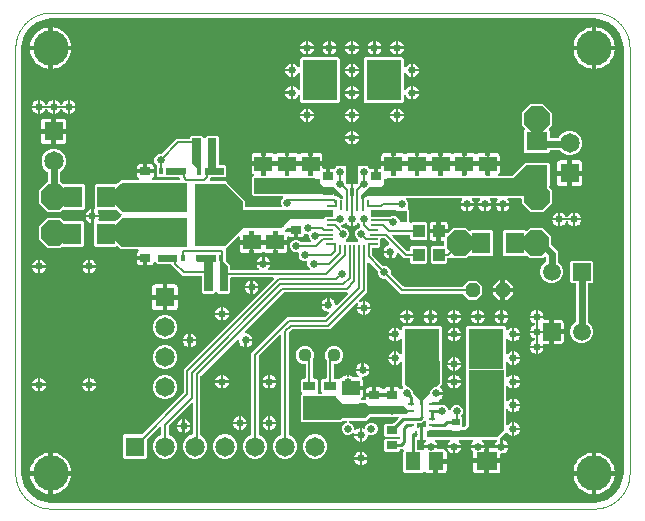
<source format=gtl>
G04 EAGLE Gerber RS-274X export*
G75*
%MOMM*%
%FSLAX35Y35*%
%LPD*%
%INcopper_top*%
%IPPOS*%
%AMOC8*
5,1,8,0,0,1.08239X$1,22.5*%
G01*
%ADD10C,0.000000*%
%ADD11R,0.950000X0.200000*%
%ADD12R,0.600000X0.200000*%
%ADD13R,0.900000X0.200000*%
%ADD14R,0.200000X0.600000*%
%ADD15R,0.700000X0.200000*%
%ADD16R,0.650000X0.200000*%
%ADD17R,0.680000X0.200000*%
%ADD18R,0.200000X1.000000*%
%ADD19R,0.200000X0.950000*%
%ADD20R,1.000000X1.100000*%
%ADD21R,0.900000X0.700000*%
%ADD22R,0.300000X0.600000*%
%ADD23R,0.300000X0.635000*%
%ADD24R,2.450000X1.775000*%
%ADD25R,0.600000X0.700000*%
%ADD26R,1.500000X1.300000*%
%ADD27P,1.319650X8X22.500000*%
%ADD28R,2.950000X3.500000*%
%ADD29C,1.500000*%
%ADD30R,1.500000X1.500000*%
%ADD31R,1.100000X2.000000*%
%ADD32R,1.100000X0.800000*%
%ADD33R,1.800000X1.600000*%
%ADD34R,0.600000X0.250000*%
%ADD35R,0.250000X1.825000*%
%ADD36R,0.250000X0.600000*%
%ADD37R,1.300000X1.500000*%
%ADD38R,0.700000X0.600000*%
%ADD39R,0.700000X0.900000*%
%ADD40P,2.336880X8X22.500000*%
%ADD41R,1.600000X1.803000*%
%ADD42P,2.336880X8X202.500000*%
%ADD43P,2.336880X8X112.500000*%
%ADD44R,1.803000X1.600000*%
%ADD45R,1.650000X1.650000*%
%ADD46C,1.650000*%
%ADD47C,0.650000*%
%ADD48C,0.200000*%
%ADD49C,3.000000*%
%ADD50C,0.250000*%
%ADD51C,0.350000*%
%ADD52C,0.609600*%
%ADD53C,1.125000*%

G36*
X4900416Y50060D02*
X4900416Y50060D01*
X4900784Y50031D01*
X4938328Y52986D01*
X4939732Y53300D01*
X4940634Y53444D01*
X5012048Y76648D01*
X5012063Y76656D01*
X5012080Y76659D01*
X5012332Y76788D01*
X5014581Y77890D01*
X5014703Y78001D01*
X5014835Y78068D01*
X5075583Y122204D01*
X5075596Y122217D01*
X5075611Y122225D01*
X5075807Y122421D01*
X5077609Y124168D01*
X5077690Y124311D01*
X5077795Y124417D01*
X5121931Y185165D01*
X5121939Y185180D01*
X5121952Y185193D01*
X5122081Y185447D01*
X5123251Y187658D01*
X5123284Y187820D01*
X5123352Y187952D01*
X5146555Y259366D01*
X5146803Y260788D01*
X5147014Y261671D01*
X5149968Y299215D01*
X5149942Y299634D01*
X5149999Y300000D01*
X5149999Y3900000D01*
X5149940Y3900416D01*
X5149968Y3900784D01*
X5147014Y3938328D01*
X5146700Y3939732D01*
X5146555Y3940634D01*
X5123352Y4012048D01*
X5123344Y4012063D01*
X5123341Y4012080D01*
X5123212Y4012332D01*
X5122110Y4014581D01*
X5121999Y4014703D01*
X5121931Y4014835D01*
X5077795Y4075583D01*
X5077783Y4075596D01*
X5077775Y4075611D01*
X5077579Y4075807D01*
X5077475Y4075914D01*
X5077333Y4076144D01*
X5076672Y4076742D01*
X5075832Y4077609D01*
X5075689Y4077690D01*
X5075583Y4077795D01*
X5014835Y4121931D01*
X5014820Y4121939D01*
X5014807Y4121952D01*
X5014553Y4122081D01*
X5012342Y4123251D01*
X5012180Y4123284D01*
X5012048Y4123352D01*
X4940634Y4146555D01*
X4939211Y4146803D01*
X4938328Y4147014D01*
X4900784Y4149968D01*
X4900366Y4149942D01*
X4900000Y4149999D01*
X300000Y4149999D01*
X299584Y4149940D01*
X299215Y4149968D01*
X261671Y4147014D01*
X260268Y4146700D01*
X259366Y4146555D01*
X187952Y4123352D01*
X187937Y4123344D01*
X187919Y4123341D01*
X187668Y4123212D01*
X185419Y4122110D01*
X185297Y4121999D01*
X185165Y4121931D01*
X124417Y4077795D01*
X124404Y4077783D01*
X124389Y4077775D01*
X124193Y4077579D01*
X123558Y4076963D01*
X122846Y4076354D01*
X122701Y4076132D01*
X122391Y4075832D01*
X122309Y4075689D01*
X122204Y4075583D01*
X78068Y4014835D01*
X78061Y4014820D01*
X78048Y4014807D01*
X77919Y4014553D01*
X76749Y4012342D01*
X76715Y4012180D01*
X76648Y4012048D01*
X53444Y3940634D01*
X53196Y3939211D01*
X52986Y3938328D01*
X50031Y3900784D01*
X50058Y3900366D01*
X50000Y3900000D01*
X50000Y300000D01*
X50060Y299584D01*
X50031Y299216D01*
X52986Y261671D01*
X53300Y260268D01*
X53444Y259366D01*
X76648Y187952D01*
X76656Y187937D01*
X76659Y187919D01*
X76788Y187668D01*
X77890Y185419D01*
X78001Y185297D01*
X78068Y185165D01*
X122204Y124417D01*
X122217Y124404D01*
X122225Y124389D01*
X122421Y124193D01*
X124168Y122391D01*
X124311Y122309D01*
X124417Y122204D01*
X185164Y78068D01*
X185179Y78061D01*
X185192Y78048D01*
X185447Y77919D01*
X187658Y76749D01*
X187819Y76715D01*
X187952Y76648D01*
X259365Y53444D01*
X260788Y53196D01*
X261671Y52986D01*
X299215Y50031D01*
X299634Y50058D01*
X300000Y50000D01*
X4900000Y50000D01*
X4900416Y50060D01*
G37*
%LPC*%
G36*
X922215Y422499D02*
X922215Y422499D01*
X910499Y434215D01*
X910499Y615784D01*
X922215Y627500D01*
X1068931Y627500D01*
X1069880Y627636D01*
X1070835Y627683D01*
X1071269Y627833D01*
X1071724Y627898D01*
X1072597Y628293D01*
X1073502Y628606D01*
X1073848Y628858D01*
X1074295Y629061D01*
X1075275Y629899D01*
X1076002Y630429D01*
X1423571Y977998D01*
X1424145Y978763D01*
X1424788Y979474D01*
X1424989Y979888D01*
X1425264Y980254D01*
X1425601Y981148D01*
X1426021Y982011D01*
X1426087Y982435D01*
X1426260Y982894D01*
X1426360Y984179D01*
X1426499Y985068D01*
X1426499Y1180927D01*
X1447002Y1201429D01*
X2186003Y1940429D01*
X2186195Y1940686D01*
X2186439Y1940895D01*
X2187039Y1941810D01*
X2187696Y1942686D01*
X2187809Y1942987D01*
X2187985Y1943255D01*
X2188306Y1944301D01*
X2188692Y1945325D01*
X2188717Y1945645D01*
X2188811Y1945953D01*
X2188826Y1947047D01*
X2188911Y1948138D01*
X2188845Y1948453D01*
X2188850Y1948774D01*
X2188558Y1949829D01*
X2188335Y1950900D01*
X2188185Y1951183D01*
X2188099Y1951493D01*
X2187523Y1952428D01*
X2187011Y1953392D01*
X2186788Y1953621D01*
X2186619Y1953895D01*
X2185808Y1954629D01*
X2185044Y1955414D01*
X2184765Y1955573D01*
X2184527Y1955788D01*
X2183541Y1956267D01*
X2182590Y1956806D01*
X2182279Y1956880D01*
X2181989Y1957021D01*
X2181098Y1957160D01*
X2179845Y1957458D01*
X2179356Y1957433D01*
X2178932Y1957499D01*
X1830500Y1957499D01*
X1829866Y1957409D01*
X1829226Y1957418D01*
X1828476Y1957211D01*
X1827707Y1957101D01*
X1827124Y1956838D01*
X1826506Y1956668D01*
X1825843Y1956259D01*
X1825136Y1955939D01*
X1824650Y1955523D01*
X1824105Y1955187D01*
X1823583Y1954610D01*
X1822992Y1954105D01*
X1822642Y1953570D01*
X1822212Y1953095D01*
X1821872Y1952394D01*
X1821446Y1951745D01*
X1821259Y1951134D01*
X1820979Y1950557D01*
X1820870Y1949863D01*
X1820621Y1949047D01*
X1820609Y1948193D01*
X1820500Y1947500D01*
X1820500Y1831508D01*
X1808492Y1819499D01*
X1721508Y1819499D01*
X1707071Y1833937D01*
X1706559Y1834321D01*
X1706113Y1834780D01*
X1705436Y1835164D01*
X1704814Y1835631D01*
X1704215Y1835857D01*
X1703658Y1836173D01*
X1702903Y1836352D01*
X1702175Y1836627D01*
X1701536Y1836676D01*
X1700913Y1836824D01*
X1700138Y1836785D01*
X1699362Y1836846D01*
X1698734Y1836715D01*
X1698096Y1836683D01*
X1697362Y1836429D01*
X1696600Y1836270D01*
X1696035Y1835970D01*
X1695430Y1835760D01*
X1694863Y1835347D01*
X1694109Y1834946D01*
X1693496Y1834351D01*
X1692929Y1833937D01*
X1678492Y1819499D01*
X1591508Y1819499D01*
X1579499Y1831508D01*
X1579499Y1960000D01*
X1579411Y1960623D01*
X1579418Y1961155D01*
X1579416Y1961160D01*
X1579418Y1961274D01*
X1579211Y1962024D01*
X1579101Y1962793D01*
X1578838Y1963375D01*
X1578668Y1963993D01*
X1578259Y1964656D01*
X1577939Y1965364D01*
X1577523Y1965850D01*
X1577187Y1966395D01*
X1576610Y1966917D01*
X1576105Y1967508D01*
X1575570Y1967858D01*
X1575095Y1968288D01*
X1574394Y1968628D01*
X1573745Y1969053D01*
X1573134Y1969241D01*
X1572557Y1969521D01*
X1571863Y1969629D01*
X1571047Y1969879D01*
X1570193Y1969891D01*
X1569500Y1969999D01*
X1415147Y1969999D01*
X1324910Y2060236D01*
X1324918Y2060774D01*
X1324711Y2061524D01*
X1324601Y2062293D01*
X1324338Y2062875D01*
X1324168Y2063493D01*
X1323759Y2064156D01*
X1323439Y2064864D01*
X1323023Y2065350D01*
X1322687Y2065895D01*
X1322110Y2066417D01*
X1321605Y2067008D01*
X1321070Y2067358D01*
X1320595Y2067788D01*
X1319894Y2068128D01*
X1319245Y2068553D01*
X1318634Y2068741D01*
X1318057Y2069021D01*
X1317363Y2069129D01*
X1316547Y2069379D01*
X1315693Y2069391D01*
X1315000Y2069499D01*
X1201508Y2069499D01*
X1186652Y2084356D01*
X1186310Y2084613D01*
X1186025Y2084932D01*
X1185186Y2085456D01*
X1184396Y2086049D01*
X1183995Y2086200D01*
X1183633Y2086427D01*
X1182681Y2086696D01*
X1181756Y2087045D01*
X1181330Y2087078D01*
X1180918Y2087195D01*
X1179929Y2087188D01*
X1178943Y2087264D01*
X1178524Y2087177D01*
X1178097Y2087174D01*
X1177149Y2086890D01*
X1176181Y2086689D01*
X1175804Y2086488D01*
X1175393Y2086366D01*
X1174563Y2085828D01*
X1173690Y2085365D01*
X1173383Y2085066D01*
X1173024Y2084834D01*
X1172378Y2084088D01*
X1171668Y2083398D01*
X1171456Y2083026D01*
X1171176Y2082703D01*
X1170831Y2081924D01*
X1170275Y2080944D01*
X1170135Y2080352D01*
X1169923Y2079873D01*
X1168669Y2075195D01*
X1165325Y2069403D01*
X1160596Y2064674D01*
X1154805Y2061331D01*
X1148343Y2059599D01*
X1117499Y2059599D01*
X1117499Y2112498D01*
X1117409Y2113132D01*
X1117418Y2113772D01*
X1117211Y2114522D01*
X1117101Y2115291D01*
X1116838Y2115873D01*
X1116668Y2116491D01*
X1116259Y2117154D01*
X1115939Y2117862D01*
X1115523Y2118348D01*
X1115187Y2118893D01*
X1114610Y2119414D01*
X1114105Y2120005D01*
X1113570Y2120356D01*
X1113095Y2120786D01*
X1112394Y2121126D01*
X1111745Y2121551D01*
X1111134Y2121738D01*
X1110557Y2122018D01*
X1109863Y2122127D01*
X1109047Y2122377D01*
X1108193Y2122389D01*
X1107500Y2122497D01*
X1102497Y2122497D01*
X1102497Y2127500D01*
X1102407Y2128134D01*
X1102416Y2128774D01*
X1102209Y2129524D01*
X1102099Y2130293D01*
X1101836Y2130875D01*
X1101665Y2131493D01*
X1101257Y2132156D01*
X1100937Y2132864D01*
X1100521Y2133350D01*
X1100185Y2133895D01*
X1099608Y2134417D01*
X1099103Y2135008D01*
X1098568Y2135358D01*
X1098093Y2135788D01*
X1097392Y2136128D01*
X1096743Y2136553D01*
X1096132Y2136741D01*
X1095555Y2137021D01*
X1094861Y2137129D01*
X1094045Y2137379D01*
X1093191Y2137391D01*
X1092498Y2137499D01*
X1029599Y2137499D01*
X1029599Y2158343D01*
X1031331Y2164805D01*
X1034674Y2170596D01*
X1039403Y2175325D01*
X1040295Y2175840D01*
X1040463Y2175972D01*
X1040660Y2176061D01*
X1041572Y2176841D01*
X1042515Y2177581D01*
X1042640Y2177755D01*
X1042803Y2177895D01*
X1043460Y2178897D01*
X1044160Y2179873D01*
X1044232Y2180076D01*
X1044349Y2180255D01*
X1044700Y2181401D01*
X1045100Y2182533D01*
X1045112Y2182747D01*
X1045175Y2182953D01*
X1045192Y2184153D01*
X1045259Y2185350D01*
X1045211Y2185559D01*
X1045214Y2185774D01*
X1044895Y2186929D01*
X1044625Y2188099D01*
X1044521Y2188287D01*
X1044463Y2188493D01*
X1043832Y2189518D01*
X1043248Y2190562D01*
X1043096Y2190712D01*
X1042983Y2190895D01*
X1042092Y2191701D01*
X1041239Y2192542D01*
X1041050Y2192643D01*
X1040891Y2192788D01*
X1039810Y2193313D01*
X1038756Y2193882D01*
X1038547Y2193927D01*
X1038353Y2194021D01*
X1037457Y2194161D01*
X1035998Y2194475D01*
X1035624Y2194448D01*
X1035296Y2194499D01*
X896508Y2194499D01*
X885887Y2205121D01*
X885122Y2205695D01*
X884411Y2206338D01*
X883997Y2206539D01*
X883630Y2206814D01*
X882736Y2207151D01*
X881873Y2207571D01*
X881449Y2207637D01*
X880991Y2207810D01*
X880177Y2207873D01*
X868538Y2219512D01*
X868026Y2219897D01*
X867580Y2220355D01*
X866903Y2220740D01*
X866282Y2221206D01*
X865684Y2221431D01*
X865126Y2221748D01*
X864368Y2221928D01*
X863642Y2222202D01*
X863004Y2222251D01*
X862381Y2222399D01*
X861605Y2222360D01*
X860829Y2222421D01*
X860202Y2222290D01*
X859563Y2222258D01*
X858828Y2222003D01*
X858068Y2221845D01*
X857503Y2221545D01*
X856897Y2221335D01*
X856329Y2220921D01*
X855576Y2220521D01*
X854964Y2219926D01*
X854397Y2219512D01*
X851984Y2217099D01*
X675415Y2217099D01*
X663699Y2228815D01*
X663699Y2409100D01*
X663609Y2409734D01*
X663618Y2410374D01*
X663411Y2411124D01*
X663301Y2411893D01*
X663038Y2412475D01*
X662868Y2413093D01*
X662459Y2413756D01*
X662139Y2414464D01*
X662001Y2414626D01*
X662001Y2466999D01*
X709045Y2466999D01*
X707675Y2460111D01*
X703995Y2451227D01*
X703701Y2450079D01*
X703354Y2448947D01*
X703351Y2448717D01*
X703294Y2448494D01*
X703332Y2447309D01*
X703315Y2446126D01*
X703376Y2445905D01*
X703384Y2445674D01*
X703751Y2444548D01*
X704066Y2443406D01*
X704187Y2443210D01*
X704258Y2442992D01*
X704923Y2442016D01*
X705546Y2441005D01*
X705717Y2440850D01*
X705847Y2440660D01*
X706758Y2439909D01*
X707638Y2439112D01*
X707846Y2439011D01*
X708023Y2438865D01*
X709108Y2438398D01*
X710176Y2437879D01*
X710392Y2437845D01*
X710614Y2437749D01*
X712493Y2437516D01*
X713233Y2437400D01*
X849266Y2437400D01*
X850215Y2437536D01*
X851170Y2437583D01*
X851604Y2437733D01*
X852059Y2437798D01*
X852932Y2438193D01*
X853837Y2438506D01*
X854183Y2438758D01*
X854630Y2438961D01*
X855610Y2439799D01*
X856337Y2440329D01*
X896437Y2480429D01*
X896822Y2480942D01*
X897280Y2481388D01*
X897664Y2482064D01*
X898131Y2482686D01*
X898357Y2483285D01*
X898673Y2483842D01*
X898852Y2484598D01*
X899127Y2485325D01*
X899176Y2485964D01*
X899324Y2486587D01*
X899285Y2487362D01*
X899346Y2488138D01*
X899215Y2488766D01*
X899183Y2489404D01*
X898929Y2490139D01*
X898770Y2490900D01*
X898470Y2491465D01*
X898260Y2492070D01*
X897847Y2492638D01*
X897446Y2493392D01*
X896851Y2494004D01*
X896437Y2494571D01*
X881571Y2509437D01*
X864087Y2526921D01*
X863322Y2527495D01*
X862611Y2528138D01*
X862197Y2528339D01*
X861830Y2528614D01*
X860936Y2528951D01*
X860073Y2529371D01*
X859649Y2529437D01*
X859191Y2529610D01*
X857906Y2529710D01*
X857016Y2529849D01*
X705031Y2529849D01*
X704285Y2529743D01*
X703530Y2529736D01*
X702894Y2529545D01*
X702238Y2529451D01*
X701552Y2529141D01*
X700829Y2528924D01*
X700271Y2528562D01*
X699667Y2528289D01*
X699094Y2527799D01*
X698461Y2527389D01*
X698027Y2526886D01*
X697523Y2526455D01*
X697110Y2525824D01*
X696617Y2525254D01*
X696341Y2524650D01*
X695977Y2524095D01*
X695757Y2523375D01*
X695443Y2522689D01*
X695346Y2522031D01*
X695152Y2521397D01*
X695141Y2520644D01*
X695031Y2519898D01*
X695122Y2519239D01*
X695113Y2518576D01*
X695313Y2517849D01*
X695416Y2517103D01*
X695671Y2516552D01*
X695863Y2515857D01*
X696386Y2515008D01*
X696717Y2514295D01*
X703311Y2504426D01*
X707675Y2493889D01*
X709045Y2487001D01*
X662001Y2487001D01*
X662001Y2534441D01*
X662065Y2534438D01*
X662267Y2534485D01*
X662474Y2534482D01*
X663636Y2534803D01*
X664813Y2535076D01*
X664994Y2535177D01*
X665193Y2535232D01*
X666223Y2535867D01*
X667274Y2536457D01*
X667419Y2536604D01*
X667595Y2536713D01*
X668406Y2537609D01*
X669251Y2538469D01*
X669349Y2538651D01*
X669488Y2538805D01*
X670017Y2539893D01*
X670587Y2540954D01*
X670630Y2541156D01*
X670721Y2541343D01*
X670861Y2542236D01*
X671176Y2543713D01*
X671149Y2544079D01*
X671199Y2544400D01*
X671199Y2738434D01*
X682915Y2750150D01*
X858059Y2750150D01*
X859008Y2750286D01*
X859963Y2750333D01*
X860397Y2750483D01*
X860852Y2750548D01*
X861725Y2750943D01*
X862629Y2751256D01*
X862976Y2751508D01*
X863423Y2751711D01*
X864403Y2752549D01*
X865130Y2753079D01*
X880638Y2768588D01*
X880982Y2768743D01*
X881887Y2769056D01*
X882233Y2769308D01*
X882680Y2769511D01*
X883660Y2770349D01*
X884387Y2770879D01*
X894008Y2780500D01*
X1035296Y2780500D01*
X1035509Y2780531D01*
X1035723Y2780509D01*
X1036905Y2780730D01*
X1038089Y2780898D01*
X1038285Y2780987D01*
X1038497Y2781026D01*
X1039569Y2781567D01*
X1040660Y2782061D01*
X1040823Y2782200D01*
X1041015Y2782297D01*
X1041892Y2783115D01*
X1042804Y2783895D01*
X1042922Y2784075D01*
X1043079Y2784221D01*
X1043693Y2785252D01*
X1044350Y2786255D01*
X1044413Y2786460D01*
X1044523Y2786645D01*
X1044824Y2787806D01*
X1045175Y2788953D01*
X1045178Y2789168D01*
X1045232Y2789376D01*
X1045198Y2790573D01*
X1045214Y2791773D01*
X1045157Y2791981D01*
X1045151Y2792196D01*
X1044784Y2793333D01*
X1044464Y2794493D01*
X1044350Y2794677D01*
X1044285Y2794881D01*
X1043614Y2795872D01*
X1042983Y2796895D01*
X1042824Y2797039D01*
X1042703Y2797217D01*
X1041996Y2797788D01*
X1040891Y2798788D01*
X1040554Y2798951D01*
X1040295Y2799160D01*
X1039403Y2799675D01*
X1034674Y2804403D01*
X1031331Y2810195D01*
X1029599Y2816656D01*
X1029599Y2837500D01*
X1092498Y2837500D01*
X1093132Y2837590D01*
X1093772Y2837582D01*
X1094522Y2837788D01*
X1095291Y2837898D01*
X1095873Y2838161D01*
X1096491Y2838332D01*
X1097154Y2838741D01*
X1097862Y2839060D01*
X1098348Y2839476D01*
X1098893Y2839812D01*
X1099414Y2840389D01*
X1100005Y2840894D01*
X1100021Y2840918D01*
X1100392Y2840583D01*
X1100897Y2839992D01*
X1101432Y2839641D01*
X1101907Y2839212D01*
X1102608Y2838871D01*
X1103257Y2838446D01*
X1103868Y2838259D01*
X1104445Y2837979D01*
X1105138Y2837870D01*
X1105955Y2837620D01*
X1106808Y2837608D01*
X1107502Y2837500D01*
X1170400Y2837500D01*
X1170400Y2816656D01*
X1168669Y2810195D01*
X1165325Y2804403D01*
X1160597Y2799675D01*
X1159705Y2799160D01*
X1159535Y2799027D01*
X1159340Y2798939D01*
X1158429Y2798159D01*
X1157485Y2797419D01*
X1157359Y2797244D01*
X1157196Y2797105D01*
X1156540Y2796103D01*
X1155839Y2795128D01*
X1155768Y2794924D01*
X1155650Y2794745D01*
X1155299Y2793597D01*
X1154900Y2792467D01*
X1154888Y2792253D01*
X1154824Y2792047D01*
X1154808Y2790841D01*
X1154740Y2789651D01*
X1154788Y2789441D01*
X1154786Y2789226D01*
X1155105Y2788067D01*
X1155374Y2786901D01*
X1155478Y2786714D01*
X1155536Y2786506D01*
X1156169Y2785479D01*
X1156750Y2784439D01*
X1156903Y2784288D01*
X1157016Y2784105D01*
X1157907Y2783299D01*
X1158760Y2782458D01*
X1158949Y2782357D01*
X1159109Y2782212D01*
X1160190Y2781687D01*
X1161243Y2781118D01*
X1161452Y2781073D01*
X1161646Y2780979D01*
X1162543Y2780839D01*
X1164001Y2780525D01*
X1164375Y2780552D01*
X1164703Y2780500D01*
X1385000Y2780500D01*
X1385634Y2780591D01*
X1386274Y2780582D01*
X1387024Y2780789D01*
X1387793Y2780898D01*
X1388375Y2781162D01*
X1388993Y2781332D01*
X1389656Y2781741D01*
X1390364Y2782061D01*
X1390850Y2782476D01*
X1391395Y2782813D01*
X1391917Y2783389D01*
X1392508Y2783895D01*
X1392858Y2784430D01*
X1393288Y2784905D01*
X1393628Y2785605D01*
X1394053Y2786255D01*
X1394241Y2786866D01*
X1394521Y2787443D01*
X1394629Y2788136D01*
X1394879Y2788953D01*
X1394891Y2789806D01*
X1394999Y2790500D01*
X1394999Y2794500D01*
X1394909Y2795134D01*
X1394918Y2795774D01*
X1394711Y2796524D01*
X1394601Y2797293D01*
X1394338Y2797875D01*
X1394168Y2798493D01*
X1393759Y2799156D01*
X1393439Y2799864D01*
X1393023Y2800350D01*
X1392687Y2800895D01*
X1392110Y2801417D01*
X1391605Y2802008D01*
X1391070Y2802358D01*
X1390595Y2802788D01*
X1389894Y2803128D01*
X1389245Y2803553D01*
X1388634Y2803741D01*
X1388057Y2804021D01*
X1387363Y2804129D01*
X1386547Y2804379D01*
X1385693Y2804391D01*
X1385000Y2804499D01*
X1271508Y2804499D01*
X1269217Y2806791D01*
X1268706Y2807175D01*
X1268258Y2807634D01*
X1267581Y2808018D01*
X1266961Y2808484D01*
X1266362Y2808710D01*
X1265804Y2809027D01*
X1265048Y2809206D01*
X1264321Y2809480D01*
X1263682Y2809530D01*
X1263059Y2809678D01*
X1262284Y2809639D01*
X1261508Y2809699D01*
X1260880Y2809568D01*
X1260242Y2809537D01*
X1259508Y2809283D01*
X1258746Y2809124D01*
X1258180Y2808823D01*
X1257576Y2808614D01*
X1257008Y2808201D01*
X1256255Y2807800D01*
X1255643Y2807205D01*
X1255075Y2806791D01*
X1253284Y2804999D01*
X1206715Y2804999D01*
X1194999Y2816715D01*
X1194999Y2893284D01*
X1196663Y2894948D01*
X1197048Y2895461D01*
X1197507Y2895907D01*
X1197890Y2896583D01*
X1198357Y2897205D01*
X1198583Y2897804D01*
X1198899Y2898361D01*
X1199078Y2899117D01*
X1199353Y2899844D01*
X1199403Y2900483D01*
X1199550Y2901106D01*
X1199512Y2901881D01*
X1199572Y2902657D01*
X1199441Y2903285D01*
X1199409Y2903923D01*
X1199155Y2904658D01*
X1198996Y2905419D01*
X1198696Y2905984D01*
X1198487Y2906589D01*
X1198073Y2907157D01*
X1197672Y2907911D01*
X1197077Y2908523D01*
X1196663Y2909090D01*
X1185492Y2920261D01*
X1177499Y2939557D01*
X1177499Y2960443D01*
X1185492Y2979739D01*
X1200261Y2994508D01*
X1219557Y3002500D01*
X1235932Y3002500D01*
X1236880Y3002636D01*
X1237836Y3002683D01*
X1238269Y3002833D01*
X1238725Y3002898D01*
X1239598Y3003293D01*
X1240502Y3003606D01*
X1240848Y3003858D01*
X1241295Y3004061D01*
X1242275Y3004899D01*
X1243002Y3005429D01*
X1347071Y3109498D01*
X1347072Y3109499D01*
X1367573Y3130000D01*
X1469500Y3130000D01*
X1470134Y3130091D01*
X1470774Y3130082D01*
X1471524Y3130289D01*
X1472293Y3130398D01*
X1472875Y3130662D01*
X1473493Y3130832D01*
X1474156Y3131241D01*
X1474864Y3131561D01*
X1475350Y3131976D01*
X1475895Y3132313D01*
X1476417Y3132889D01*
X1477008Y3133395D01*
X1477358Y3133930D01*
X1477788Y3134405D01*
X1478128Y3135105D01*
X1478553Y3135755D01*
X1478741Y3136366D01*
X1479021Y3136943D01*
X1479129Y3137636D01*
X1479379Y3138453D01*
X1479391Y3139306D01*
X1479499Y3140000D01*
X1479499Y3143492D01*
X1491508Y3155500D01*
X1578492Y3155500D01*
X1592929Y3141063D01*
X1593442Y3140678D01*
X1593888Y3140219D01*
X1594564Y3139836D01*
X1595186Y3139369D01*
X1595785Y3139143D01*
X1596342Y3138827D01*
X1597098Y3138648D01*
X1597825Y3138373D01*
X1598464Y3138323D01*
X1599087Y3138176D01*
X1599862Y3138214D01*
X1600638Y3138154D01*
X1601266Y3138285D01*
X1601904Y3138317D01*
X1602639Y3138571D01*
X1603400Y3138730D01*
X1603965Y3139030D01*
X1604570Y3139239D01*
X1605138Y3139653D01*
X1605892Y3140054D01*
X1606504Y3140649D01*
X1607071Y3141063D01*
X1621508Y3155500D01*
X1708492Y3155500D01*
X1720500Y3143492D01*
X1720500Y2915500D01*
X1720591Y2914866D01*
X1720582Y2914226D01*
X1720789Y2913476D01*
X1720898Y2912707D01*
X1721162Y2912124D01*
X1721332Y2911506D01*
X1721741Y2910843D01*
X1722061Y2910136D01*
X1722476Y2909650D01*
X1722813Y2909105D01*
X1723389Y2908583D01*
X1723895Y2907992D01*
X1724430Y2907642D01*
X1724905Y2907212D01*
X1725605Y2906872D01*
X1726255Y2906446D01*
X1726866Y2906259D01*
X1727443Y2905979D01*
X1728136Y2905870D01*
X1728953Y2905621D01*
X1729806Y2905609D01*
X1730500Y2905500D01*
X1773492Y2905500D01*
X1785500Y2893492D01*
X1785500Y2816508D01*
X1773492Y2804499D01*
X1660000Y2804499D01*
X1659366Y2804409D01*
X1658726Y2804418D01*
X1657976Y2804211D01*
X1657207Y2804101D01*
X1656624Y2803838D01*
X1656006Y2803668D01*
X1655343Y2803259D01*
X1654636Y2802939D01*
X1654150Y2802523D01*
X1653605Y2802187D01*
X1653083Y2801610D01*
X1652492Y2801105D01*
X1652142Y2800570D01*
X1651712Y2800095D01*
X1651372Y2799394D01*
X1650946Y2798745D01*
X1650759Y2798134D01*
X1650479Y2797557D01*
X1650370Y2796863D01*
X1650121Y2796047D01*
X1650109Y2795193D01*
X1650000Y2794500D01*
X1650000Y2793823D01*
X1649498Y2793321D01*
X1649305Y2793064D01*
X1649060Y2792855D01*
X1648462Y2791941D01*
X1647804Y2791064D01*
X1647690Y2790763D01*
X1647514Y2790495D01*
X1647195Y2789450D01*
X1646808Y2788425D01*
X1646783Y2788104D01*
X1646689Y2787797D01*
X1646674Y2786703D01*
X1646589Y2785612D01*
X1646654Y2785297D01*
X1646650Y2784976D01*
X1646941Y2783922D01*
X1647164Y2782850D01*
X1647315Y2782567D01*
X1647400Y2782256D01*
X1647976Y2781322D01*
X1648488Y2780359D01*
X1648712Y2780129D01*
X1648881Y2779855D01*
X1649693Y2779120D01*
X1650455Y2778336D01*
X1650735Y2778178D01*
X1650973Y2777962D01*
X1651957Y2777484D01*
X1652909Y2776944D01*
X1653222Y2776869D01*
X1653511Y2776729D01*
X1654400Y2776590D01*
X1655654Y2776292D01*
X1656144Y2776317D01*
X1656568Y2776250D01*
X1780784Y2776250D01*
X1792651Y2764384D01*
X1792683Y2763729D01*
X1792833Y2763296D01*
X1792898Y2762840D01*
X1793293Y2761968D01*
X1793606Y2761063D01*
X1793858Y2760717D01*
X1794061Y2760270D01*
X1794899Y2759290D01*
X1795429Y2758563D01*
X1945500Y2608492D01*
X1945500Y2560500D01*
X1945591Y2559866D01*
X1945582Y2559226D01*
X1945789Y2558476D01*
X1945898Y2557707D01*
X1946162Y2557124D01*
X1946332Y2556506D01*
X1946741Y2555843D01*
X1947061Y2555136D01*
X1947476Y2554650D01*
X1947813Y2554105D01*
X1948389Y2553583D01*
X1948895Y2552992D01*
X1949430Y2552642D01*
X1949905Y2552212D01*
X1950605Y2551872D01*
X1951255Y2551446D01*
X1951866Y2551259D01*
X1952443Y2550979D01*
X1953136Y2550870D01*
X1953953Y2550621D01*
X1954806Y2550609D01*
X1955500Y2550500D01*
X2244570Y2550500D01*
X2245740Y2550667D01*
X2246921Y2550781D01*
X2247136Y2550866D01*
X2247363Y2550898D01*
X2248439Y2551385D01*
X2249542Y2551824D01*
X2249724Y2551966D01*
X2249934Y2552061D01*
X2250835Y2552832D01*
X2251768Y2553558D01*
X2251902Y2553745D01*
X2252078Y2553895D01*
X2252726Y2554885D01*
X2253420Y2555845D01*
X2253498Y2556063D01*
X2253623Y2556255D01*
X2253970Y2557387D01*
X2254368Y2558503D01*
X2254382Y2558732D01*
X2254449Y2558953D01*
X2254465Y2560136D01*
X2254536Y2561319D01*
X2254484Y2561531D01*
X2254488Y2561773D01*
X2253984Y2563601D01*
X2253808Y2564326D01*
X2247499Y2579557D01*
X2247499Y2600443D01*
X2255492Y2619739D01*
X2263183Y2627429D01*
X2263376Y2627686D01*
X2263620Y2627895D01*
X2264219Y2628810D01*
X2264876Y2629686D01*
X2264990Y2629987D01*
X2265166Y2630255D01*
X2265486Y2631301D01*
X2265872Y2632325D01*
X2265897Y2632645D01*
X2265991Y2632953D01*
X2266006Y2634047D01*
X2266091Y2635138D01*
X2266026Y2635453D01*
X2266030Y2635774D01*
X2265739Y2636827D01*
X2265516Y2637900D01*
X2265365Y2638184D01*
X2265280Y2638493D01*
X2264705Y2639426D01*
X2264192Y2640391D01*
X2263968Y2640621D01*
X2263799Y2640895D01*
X2262988Y2641629D01*
X2262225Y2642414D01*
X2261945Y2642573D01*
X2261707Y2642788D01*
X2260723Y2643266D01*
X2259771Y2643806D01*
X2259459Y2643880D01*
X2259169Y2644021D01*
X2258279Y2644160D01*
X2257026Y2644458D01*
X2256536Y2644433D01*
X2256112Y2644499D01*
X2016508Y2644499D01*
X2004499Y2656508D01*
X2004499Y2803492D01*
X2016849Y2815841D01*
X2017169Y2816268D01*
X2017561Y2816633D01*
X2018014Y2817393D01*
X2018543Y2818098D01*
X2018731Y2818596D01*
X2019005Y2819056D01*
X2019227Y2819912D01*
X2019538Y2820737D01*
X2019580Y2821269D01*
X2019714Y2821787D01*
X2019689Y2822670D01*
X2019758Y2823550D01*
X2019648Y2824073D01*
X2019633Y2824607D01*
X2019362Y2825448D01*
X2019182Y2826312D01*
X2018932Y2826783D01*
X2018768Y2827292D01*
X2018272Y2828024D01*
X2017858Y2828803D01*
X2017485Y2829187D01*
X2017186Y2829628D01*
X2016579Y2830118D01*
X2015891Y2830826D01*
X2015257Y2831186D01*
X2014778Y2831572D01*
X2009403Y2834675D01*
X2004674Y2839403D01*
X2001331Y2845195D01*
X1999599Y2851656D01*
X1999599Y2900001D01*
X2033753Y2900001D01*
X2033958Y2900030D01*
X2034163Y2900009D01*
X2035352Y2900229D01*
X2036547Y2900399D01*
X2036734Y2900484D01*
X2036938Y2900522D01*
X2038019Y2901065D01*
X2039117Y2901561D01*
X2039274Y2901695D01*
X2039459Y2901788D01*
X2040344Y2902611D01*
X2041261Y2903395D01*
X2041374Y2903568D01*
X2041525Y2903709D01*
X2042145Y2904745D01*
X2042807Y2905755D01*
X2042867Y2905952D01*
X2042973Y2906130D01*
X2043279Y2907298D01*
X2043633Y2908453D01*
X2043635Y2908660D01*
X2043688Y2908859D01*
X2043651Y2909762D01*
X2043671Y2911274D01*
X2043574Y2911627D01*
X2043561Y2911951D01*
X2042954Y2914999D01*
X2089999Y2914999D01*
X2090633Y2915089D01*
X2091273Y2915080D01*
X2091490Y2915140D01*
X2091370Y2914893D01*
X2090945Y2914244D01*
X2090758Y2913633D01*
X2090478Y2913056D01*
X2090369Y2912362D01*
X2090119Y2911546D01*
X2090107Y2910692D01*
X2089999Y2909999D01*
X2089999Y2867673D01*
X2089135Y2867721D01*
X2088933Y2867674D01*
X2088727Y2867677D01*
X2087564Y2867356D01*
X2086387Y2867083D01*
X2086207Y2866982D01*
X2086007Y2866927D01*
X2084977Y2866292D01*
X2083926Y2865702D01*
X2083782Y2865555D01*
X2083605Y2865446D01*
X2082794Y2864549D01*
X2081949Y2863689D01*
X2081852Y2863508D01*
X2081713Y2863354D01*
X2081184Y2862265D01*
X2080613Y2861205D01*
X2080570Y2861003D01*
X2080480Y2860816D01*
X2080340Y2859923D01*
X2080024Y2858446D01*
X2080051Y2858080D01*
X2080001Y2857759D01*
X2080001Y2825500D01*
X2080091Y2824866D01*
X2080083Y2824226D01*
X2080289Y2823476D01*
X2080399Y2822707D01*
X2080662Y2822124D01*
X2080833Y2821506D01*
X2081242Y2820843D01*
X2081561Y2820136D01*
X2081977Y2819650D01*
X2082313Y2819105D01*
X2082890Y2818583D01*
X2083395Y2817992D01*
X2083931Y2817642D01*
X2084406Y2817212D01*
X2085106Y2816872D01*
X2085755Y2816446D01*
X2086367Y2816259D01*
X2086943Y2815979D01*
X2087637Y2815870D01*
X2088453Y2815621D01*
X2089307Y2815609D01*
X2090000Y2815500D01*
X2109999Y2815500D01*
X2110633Y2815591D01*
X2111273Y2815582D01*
X2112023Y2815789D01*
X2112792Y2815898D01*
X2113374Y2816162D01*
X2113993Y2816332D01*
X2114655Y2816741D01*
X2115363Y2817061D01*
X2115849Y2817476D01*
X2116394Y2817813D01*
X2116916Y2818389D01*
X2117507Y2818895D01*
X2117857Y2819430D01*
X2118287Y2819905D01*
X2118627Y2820605D01*
X2119053Y2821255D01*
X2119240Y2821866D01*
X2119520Y2822443D01*
X2119628Y2823136D01*
X2119878Y2823953D01*
X2119890Y2824806D01*
X2119998Y2825500D01*
X2119998Y2857759D01*
X2119969Y2857963D01*
X2119990Y2858169D01*
X2119771Y2859357D01*
X2119600Y2860552D01*
X2119515Y2860740D01*
X2119478Y2860943D01*
X2118935Y2862024D01*
X2118438Y2863123D01*
X2118304Y2863279D01*
X2118211Y2863464D01*
X2117389Y2864349D01*
X2116604Y2865266D01*
X2116431Y2865380D01*
X2116291Y2865531D01*
X2115254Y2866151D01*
X2114244Y2866812D01*
X2114047Y2866873D01*
X2113869Y2866979D01*
X2112701Y2867284D01*
X2111546Y2867638D01*
X2111339Y2867641D01*
X2111140Y2867693D01*
X2110238Y2867656D01*
X2110001Y2867659D01*
X2110001Y2909999D01*
X2109913Y2910617D01*
X2109919Y2911095D01*
X2109917Y2911104D01*
X2109919Y2911273D01*
X2109712Y2912023D01*
X2109603Y2912792D01*
X2109339Y2913374D01*
X2109169Y2913992D01*
X2108760Y2914655D01*
X2108551Y2915118D01*
X2109308Y2915107D01*
X2110001Y2914999D01*
X2157045Y2914999D01*
X2156439Y2911951D01*
X2156428Y2911745D01*
X2156367Y2911548D01*
X2156351Y2910340D01*
X2156284Y2909134D01*
X2156331Y2908932D01*
X2156328Y2908727D01*
X2156649Y2907564D01*
X2156923Y2906386D01*
X2157024Y2906207D01*
X2157079Y2906007D01*
X2157713Y2904978D01*
X2158303Y2903926D01*
X2158451Y2903781D01*
X2158559Y2903605D01*
X2159454Y2902796D01*
X2160316Y2901949D01*
X2160498Y2901851D01*
X2160652Y2901713D01*
X2161739Y2901184D01*
X2162801Y2900613D01*
X2163003Y2900570D01*
X2163189Y2900480D01*
X2164082Y2900340D01*
X2165561Y2900024D01*
X2165926Y2900051D01*
X2166246Y2900001D01*
X2233753Y2900001D01*
X2233958Y2900030D01*
X2234163Y2900009D01*
X2235352Y2900229D01*
X2236547Y2900399D01*
X2236734Y2900484D01*
X2236938Y2900522D01*
X2238019Y2901065D01*
X2239117Y2901561D01*
X2239274Y2901695D01*
X2239459Y2901788D01*
X2240344Y2902611D01*
X2241261Y2903395D01*
X2241374Y2903568D01*
X2241525Y2903709D01*
X2242145Y2904745D01*
X2242807Y2905755D01*
X2242867Y2905952D01*
X2242973Y2906130D01*
X2243279Y2907298D01*
X2243633Y2908453D01*
X2243635Y2908660D01*
X2243688Y2908859D01*
X2243651Y2909762D01*
X2243671Y2911274D01*
X2243574Y2911627D01*
X2243561Y2911951D01*
X2242954Y2914999D01*
X2289999Y2914999D01*
X2290633Y2915089D01*
X2291273Y2915080D01*
X2291490Y2915140D01*
X2291370Y2914893D01*
X2290945Y2914244D01*
X2290758Y2913633D01*
X2290478Y2913056D01*
X2290369Y2912362D01*
X2290119Y2911546D01*
X2290107Y2910692D01*
X2289999Y2909999D01*
X2289999Y2867673D01*
X2289135Y2867721D01*
X2288933Y2867674D01*
X2288727Y2867677D01*
X2287564Y2867356D01*
X2286387Y2867083D01*
X2286207Y2866982D01*
X2286007Y2866927D01*
X2284977Y2866292D01*
X2283926Y2865702D01*
X2283782Y2865555D01*
X2283605Y2865446D01*
X2282794Y2864549D01*
X2281949Y2863689D01*
X2281852Y2863508D01*
X2281713Y2863354D01*
X2281184Y2862265D01*
X2280613Y2861205D01*
X2280570Y2861003D01*
X2280480Y2860816D01*
X2280340Y2859923D01*
X2280024Y2858446D01*
X2280051Y2858080D01*
X2280001Y2857759D01*
X2280001Y2825500D01*
X2280091Y2824866D01*
X2280083Y2824226D01*
X2280289Y2823476D01*
X2280399Y2822707D01*
X2280662Y2822124D01*
X2280833Y2821506D01*
X2281242Y2820843D01*
X2281561Y2820136D01*
X2281977Y2819650D01*
X2282313Y2819105D01*
X2282890Y2818583D01*
X2283395Y2817992D01*
X2283931Y2817642D01*
X2284406Y2817212D01*
X2285106Y2816872D01*
X2285755Y2816446D01*
X2286367Y2816259D01*
X2286943Y2815979D01*
X2287637Y2815870D01*
X2288453Y2815621D01*
X2289307Y2815609D01*
X2290000Y2815500D01*
X2309999Y2815500D01*
X2310633Y2815591D01*
X2311273Y2815582D01*
X2312023Y2815789D01*
X2312792Y2815898D01*
X2313374Y2816162D01*
X2313993Y2816332D01*
X2314655Y2816741D01*
X2315363Y2817061D01*
X2315849Y2817476D01*
X2316394Y2817813D01*
X2316916Y2818389D01*
X2317507Y2818895D01*
X2317857Y2819430D01*
X2318287Y2819905D01*
X2318627Y2820605D01*
X2319053Y2821255D01*
X2319240Y2821866D01*
X2319520Y2822443D01*
X2319628Y2823136D01*
X2319878Y2823953D01*
X2319890Y2824806D01*
X2319998Y2825500D01*
X2319998Y2857759D01*
X2319969Y2857963D01*
X2319990Y2858169D01*
X2319771Y2859357D01*
X2319600Y2860552D01*
X2319515Y2860740D01*
X2319478Y2860943D01*
X2318935Y2862024D01*
X2318438Y2863123D01*
X2318304Y2863279D01*
X2318211Y2863464D01*
X2317389Y2864349D01*
X2316604Y2865266D01*
X2316431Y2865380D01*
X2316291Y2865531D01*
X2315254Y2866151D01*
X2314244Y2866812D01*
X2314047Y2866873D01*
X2313869Y2866979D01*
X2312701Y2867284D01*
X2311546Y2867638D01*
X2311339Y2867641D01*
X2311140Y2867693D01*
X2310238Y2867656D01*
X2310001Y2867659D01*
X2310001Y2909999D01*
X2309913Y2910617D01*
X2309919Y2911095D01*
X2309917Y2911104D01*
X2309919Y2911273D01*
X2309712Y2912023D01*
X2309603Y2912792D01*
X2309339Y2913374D01*
X2309169Y2913992D01*
X2308760Y2914655D01*
X2308551Y2915118D01*
X2309308Y2915107D01*
X2310001Y2914999D01*
X2357045Y2914999D01*
X2356439Y2911951D01*
X2356428Y2911745D01*
X2356367Y2911548D01*
X2356351Y2910340D01*
X2356284Y2909134D01*
X2356331Y2908932D01*
X2356328Y2908727D01*
X2356649Y2907564D01*
X2356923Y2906386D01*
X2357024Y2906207D01*
X2357079Y2906007D01*
X2357713Y2904978D01*
X2358303Y2903926D01*
X2358451Y2903781D01*
X2358559Y2903605D01*
X2359454Y2902796D01*
X2360316Y2901949D01*
X2360498Y2901851D01*
X2360652Y2901713D01*
X2361739Y2901184D01*
X2362801Y2900613D01*
X2363003Y2900570D01*
X2363189Y2900480D01*
X2364082Y2900340D01*
X2365561Y2900024D01*
X2365926Y2900051D01*
X2366246Y2900001D01*
X2433753Y2900001D01*
X2433958Y2900030D01*
X2434163Y2900009D01*
X2435352Y2900229D01*
X2436547Y2900399D01*
X2436734Y2900484D01*
X2436938Y2900522D01*
X2438019Y2901065D01*
X2439117Y2901561D01*
X2439274Y2901695D01*
X2439459Y2901788D01*
X2440344Y2902611D01*
X2441261Y2903395D01*
X2441374Y2903568D01*
X2441525Y2903709D01*
X2442145Y2904745D01*
X2442807Y2905755D01*
X2442867Y2905952D01*
X2442973Y2906130D01*
X2443279Y2907298D01*
X2443633Y2908453D01*
X2443635Y2908660D01*
X2443688Y2908859D01*
X2443651Y2909762D01*
X2443671Y2911274D01*
X2443574Y2911627D01*
X2443561Y2911951D01*
X2442954Y2914999D01*
X2489999Y2914999D01*
X2490633Y2915089D01*
X2491273Y2915080D01*
X2491490Y2915140D01*
X2491370Y2914893D01*
X2490945Y2914244D01*
X2490758Y2913633D01*
X2490478Y2913056D01*
X2490369Y2912362D01*
X2490119Y2911546D01*
X2490107Y2910692D01*
X2489999Y2909999D01*
X2489999Y2867673D01*
X2489134Y2867721D01*
X2488932Y2867674D01*
X2488727Y2867677D01*
X2487565Y2867356D01*
X2486386Y2867082D01*
X2486206Y2866981D01*
X2486007Y2866926D01*
X2484976Y2866291D01*
X2483926Y2865701D01*
X2483782Y2865555D01*
X2483605Y2865446D01*
X2482794Y2864549D01*
X2481949Y2863688D01*
X2481851Y2863507D01*
X2481713Y2863353D01*
X2481184Y2862265D01*
X2480613Y2861203D01*
X2480570Y2861002D01*
X2480480Y2860816D01*
X2480340Y2859922D01*
X2480024Y2858444D01*
X2480051Y2858079D01*
X2480001Y2857759D01*
X2480001Y2825500D01*
X2480091Y2824866D01*
X2480083Y2824226D01*
X2480289Y2823476D01*
X2480399Y2822707D01*
X2480662Y2822124D01*
X2480833Y2821506D01*
X2481242Y2820843D01*
X2481561Y2820136D01*
X2481977Y2819650D01*
X2482313Y2819105D01*
X2482890Y2818583D01*
X2483395Y2817992D01*
X2483931Y2817642D01*
X2484406Y2817212D01*
X2485106Y2816872D01*
X2485755Y2816446D01*
X2486367Y2816259D01*
X2486943Y2815979D01*
X2487637Y2815870D01*
X2488453Y2815621D01*
X2489307Y2815609D01*
X2490000Y2815500D01*
X2509999Y2815500D01*
X2510633Y2815591D01*
X2511273Y2815582D01*
X2512023Y2815789D01*
X2512792Y2815898D01*
X2513374Y2816162D01*
X2513993Y2816332D01*
X2514655Y2816741D01*
X2515363Y2817061D01*
X2515849Y2817476D01*
X2516394Y2817813D01*
X2516916Y2818389D01*
X2517507Y2818895D01*
X2517857Y2819430D01*
X2518287Y2819905D01*
X2518627Y2820605D01*
X2519053Y2821255D01*
X2519240Y2821866D01*
X2519520Y2822443D01*
X2519628Y2823136D01*
X2519878Y2823953D01*
X2519890Y2824806D01*
X2519998Y2825500D01*
X2519998Y2857759D01*
X2519969Y2857964D01*
X2519990Y2858170D01*
X2519771Y2859358D01*
X2519600Y2860552D01*
X2519515Y2860741D01*
X2519478Y2860944D01*
X2518936Y2862022D01*
X2518438Y2863123D01*
X2518303Y2863280D01*
X2518211Y2863465D01*
X2517389Y2864349D01*
X2516604Y2865267D01*
X2516431Y2865380D01*
X2516290Y2865532D01*
X2515253Y2866151D01*
X2514244Y2866813D01*
X2514046Y2866873D01*
X2513868Y2866979D01*
X2512703Y2867284D01*
X2511546Y2867638D01*
X2511338Y2867641D01*
X2511139Y2867693D01*
X2510237Y2867656D01*
X2510001Y2867659D01*
X2510001Y2909999D01*
X2509913Y2910617D01*
X2509919Y2911095D01*
X2509917Y2911104D01*
X2509919Y2911273D01*
X2509712Y2912023D01*
X2509603Y2912792D01*
X2509339Y2913374D01*
X2509169Y2913992D01*
X2508760Y2914655D01*
X2508551Y2915118D01*
X2509308Y2915107D01*
X2510001Y2914999D01*
X2557045Y2914999D01*
X2556439Y2911951D01*
X2556428Y2911745D01*
X2556367Y2911548D01*
X2556351Y2910340D01*
X2556284Y2909134D01*
X2556331Y2908932D01*
X2556328Y2908727D01*
X2556649Y2907564D01*
X2556923Y2906386D01*
X2557024Y2906207D01*
X2557079Y2906007D01*
X2557713Y2904978D01*
X2558303Y2903926D01*
X2558451Y2903781D01*
X2558559Y2903605D01*
X2559454Y2902796D01*
X2560316Y2901949D01*
X2560498Y2901851D01*
X2560652Y2901713D01*
X2561739Y2901184D01*
X2562801Y2900613D01*
X2563003Y2900570D01*
X2563189Y2900480D01*
X2564082Y2900340D01*
X2565561Y2900024D01*
X2565926Y2900051D01*
X2566246Y2900001D01*
X2600400Y2900001D01*
X2600400Y2885400D01*
X2600491Y2884765D01*
X2600482Y2884126D01*
X2600689Y2883376D01*
X2600798Y2882607D01*
X2601062Y2882024D01*
X2601232Y2881406D01*
X2601641Y2880743D01*
X2601961Y2880036D01*
X2602376Y2879550D01*
X2602713Y2879005D01*
X2603289Y2878483D01*
X2603795Y2877892D01*
X2604330Y2877542D01*
X2604805Y2877112D01*
X2605505Y2876772D01*
X2606155Y2876346D01*
X2606766Y2876159D01*
X2607343Y2875879D01*
X2608036Y2875770D01*
X2608853Y2875521D01*
X2609706Y2875509D01*
X2610400Y2875400D01*
X2632500Y2875400D01*
X2632500Y2822502D01*
X2632590Y2821868D01*
X2632582Y2821228D01*
X2632788Y2820478D01*
X2632898Y2819709D01*
X2633161Y2819127D01*
X2633332Y2818508D01*
X2633741Y2817846D01*
X2634060Y2817138D01*
X2634476Y2816652D01*
X2634812Y2816107D01*
X2635389Y2815585D01*
X2635894Y2814994D01*
X2636430Y2814644D01*
X2636905Y2814214D01*
X2637605Y2813874D01*
X2638254Y2813448D01*
X2638866Y2813261D01*
X2639442Y2812981D01*
X2640136Y2812873D01*
X2640952Y2812623D01*
X2641806Y2812611D01*
X2642499Y2812503D01*
X2657500Y2812503D01*
X2658134Y2812593D01*
X2658774Y2812584D01*
X2659524Y2812791D01*
X2660293Y2812901D01*
X2660875Y2813164D01*
X2661493Y2813334D01*
X2662156Y2813743D01*
X2662864Y2814063D01*
X2663350Y2814478D01*
X2663895Y2814815D01*
X2664417Y2815392D01*
X2665008Y2815897D01*
X2665358Y2816432D01*
X2665788Y2816907D01*
X2666128Y2817608D01*
X2666553Y2818257D01*
X2666741Y2818868D01*
X2667021Y2819445D01*
X2667129Y2820138D01*
X2667379Y2820955D01*
X2667391Y2821808D01*
X2667499Y2822502D01*
X2667499Y2875400D01*
X2697014Y2875400D01*
X2697323Y2875444D01*
X2697634Y2875420D01*
X2698290Y2875555D01*
X2698919Y2875587D01*
X2699338Y2875732D01*
X2699807Y2875798D01*
X2700091Y2875927D01*
X2700397Y2875990D01*
X2700987Y2876303D01*
X2701585Y2876509D01*
X2701921Y2876754D01*
X2702378Y2876961D01*
X2702615Y2877163D01*
X2702890Y2877309D01*
X2703522Y2877921D01*
X2704086Y2878333D01*
X2715078Y2889325D01*
X2715203Y2889491D01*
X2715363Y2889622D01*
X2716046Y2890614D01*
X2716772Y2891581D01*
X2716845Y2891775D01*
X2716963Y2891946D01*
X2717343Y2893095D01*
X2717768Y2894221D01*
X2717784Y2894427D01*
X2717849Y2894624D01*
X2717893Y2895829D01*
X2717987Y2897034D01*
X2717945Y2897237D01*
X2717952Y2897443D01*
X2717657Y2898615D01*
X2717473Y2899501D01*
X2725047Y2899501D01*
X2725267Y2899666D01*
X2725400Y2899647D01*
X2728253Y2902500D01*
X2771746Y2902500D01*
X2774600Y2899647D01*
X2774872Y2899608D01*
X2774953Y2899501D01*
X2799501Y2899501D01*
X2799501Y2874953D01*
X2799666Y2874733D01*
X2799647Y2874600D01*
X2802500Y2871746D01*
X2802500Y2828253D01*
X2799647Y2825400D01*
X2799608Y2825128D01*
X2799501Y2825047D01*
X2799501Y2774953D01*
X2799666Y2774733D01*
X2799647Y2774600D01*
X2802500Y2771746D01*
X2802500Y2750000D01*
X2802860Y2749521D01*
X2802940Y2749580D01*
X2803000Y2749501D01*
X2839999Y2749501D01*
X2839999Y2715703D01*
X2839636Y2715539D01*
X2839150Y2715123D01*
X2838605Y2714787D01*
X2838083Y2714210D01*
X2837492Y2713705D01*
X2837142Y2713170D01*
X2836712Y2712695D01*
X2836372Y2711994D01*
X2835946Y2711345D01*
X2835759Y2710734D01*
X2835479Y2710157D01*
X2835370Y2709463D01*
X2835121Y2708647D01*
X2835109Y2707793D01*
X2835000Y2707100D01*
X2835000Y2655400D01*
X2835091Y2654766D01*
X2835082Y2654126D01*
X2835289Y2653376D01*
X2835398Y2652607D01*
X2835662Y2652024D01*
X2835832Y2651406D01*
X2836241Y2650743D01*
X2836561Y2650036D01*
X2836976Y2649550D01*
X2837313Y2649005D01*
X2837889Y2648483D01*
X2838395Y2647892D01*
X2838930Y2647542D01*
X2839405Y2647112D01*
X2839999Y2646823D01*
X2839999Y2570003D01*
X2839999Y2570000D01*
X2839999Y2569997D01*
X2839999Y2450003D01*
X2839999Y2450000D01*
X2839999Y2449997D01*
X2839999Y2392954D01*
X2833110Y2394324D01*
X2822575Y2398689D01*
X2813090Y2405026D01*
X2805026Y2413090D01*
X2804710Y2413563D01*
X2804572Y2413717D01*
X2804475Y2413899D01*
X2803634Y2414764D01*
X2802828Y2415664D01*
X2802652Y2415773D01*
X2802508Y2415922D01*
X2801459Y2416517D01*
X2800433Y2417156D01*
X2800234Y2417212D01*
X2800054Y2417314D01*
X2798881Y2417592D01*
X2797718Y2417919D01*
X2797510Y2417918D01*
X2797309Y2417965D01*
X2796104Y2417905D01*
X2794896Y2417894D01*
X2794698Y2417834D01*
X2794491Y2417824D01*
X2793351Y2417430D01*
X2792195Y2417082D01*
X2792021Y2416969D01*
X2791825Y2416902D01*
X2791095Y2416369D01*
X2789827Y2415547D01*
X2789588Y2415270D01*
X2789325Y2415078D01*
X2779739Y2405492D01*
X2763298Y2398682D01*
X2762280Y2398080D01*
X2761232Y2397523D01*
X2761067Y2397362D01*
X2760869Y2397245D01*
X2760058Y2396381D01*
X2759210Y2395555D01*
X2759097Y2395356D01*
X2758939Y2395188D01*
X2758401Y2394129D01*
X2757818Y2393102D01*
X2757765Y2392878D01*
X2757661Y2392673D01*
X2757439Y2391507D01*
X2757167Y2390357D01*
X2757178Y2390128D01*
X2757135Y2389901D01*
X2757249Y2388719D01*
X2757308Y2387539D01*
X2757383Y2387322D01*
X2757405Y2387093D01*
X2757843Y2385992D01*
X2758231Y2384873D01*
X2758358Y2384698D01*
X2758448Y2384472D01*
X2759615Y2382974D01*
X2760054Y2382373D01*
X2761998Y2380428D01*
X2762764Y2379854D01*
X2763474Y2379212D01*
X2763887Y2379011D01*
X2764255Y2378735D01*
X2765151Y2378397D01*
X2766011Y2377979D01*
X2766435Y2377913D01*
X2766895Y2377739D01*
X2768180Y2377639D01*
X2769068Y2377500D01*
X2785443Y2377500D01*
X2804739Y2369508D01*
X2819508Y2354739D01*
X2827500Y2335443D01*
X2827500Y2314557D01*
X2819508Y2295261D01*
X2804739Y2280492D01*
X2801711Y2279238D01*
X2800964Y2278796D01*
X2800173Y2278439D01*
X2799756Y2278081D01*
X2799283Y2277802D01*
X2798690Y2277169D01*
X2798030Y2276605D01*
X2797728Y2276145D01*
X2797353Y2275744D01*
X2796959Y2274970D01*
X2796484Y2274245D01*
X2796323Y2273720D01*
X2796074Y2273229D01*
X2795912Y2272377D01*
X2795658Y2271547D01*
X2795651Y2270996D01*
X2795548Y2270458D01*
X2795631Y2269594D01*
X2795619Y2268726D01*
X2795766Y2268196D01*
X2795818Y2267649D01*
X2796138Y2266844D01*
X2796370Y2266006D01*
X2796659Y2265537D01*
X2796862Y2265028D01*
X2797394Y2264345D01*
X2797850Y2263605D01*
X2798258Y2263235D01*
X2798596Y2262803D01*
X2799298Y2262295D01*
X2799943Y2261712D01*
X2800438Y2261471D01*
X2800882Y2261150D01*
X2801699Y2260859D01*
X2802480Y2260479D01*
X2802983Y2260400D01*
X2803539Y2260202D01*
X2804688Y2260133D01*
X2805537Y2260000D01*
X2894463Y2260000D01*
X2895320Y2260123D01*
X2896189Y2260150D01*
X2896713Y2260321D01*
X2897256Y2260398D01*
X2898045Y2260756D01*
X2898871Y2261025D01*
X2899326Y2261334D01*
X2899826Y2261561D01*
X2900486Y2262125D01*
X2901203Y2262613D01*
X2901553Y2263038D01*
X2901970Y2263395D01*
X2902445Y2264120D01*
X2902998Y2264790D01*
X2903215Y2265295D01*
X2903516Y2265755D01*
X2903770Y2266583D01*
X2904113Y2267382D01*
X2904181Y2267927D01*
X2904342Y2268453D01*
X2904353Y2269320D01*
X2904460Y2270181D01*
X2904373Y2270725D01*
X2904380Y2271273D01*
X2904150Y2272110D01*
X2904012Y2272967D01*
X2903776Y2273463D01*
X2903630Y2273993D01*
X2903174Y2274733D01*
X2902803Y2275516D01*
X2902438Y2275927D01*
X2902150Y2276395D01*
X2901506Y2276977D01*
X2900930Y2277626D01*
X2900495Y2277892D01*
X2900057Y2278288D01*
X2899023Y2278790D01*
X2898289Y2279238D01*
X2895261Y2280492D01*
X2880492Y2295261D01*
X2872499Y2314557D01*
X2872499Y2335443D01*
X2880492Y2354739D01*
X2895261Y2369508D01*
X2913827Y2377198D01*
X2913904Y2377244D01*
X2913993Y2377268D01*
X2915128Y2377968D01*
X2916255Y2378634D01*
X2916317Y2378701D01*
X2916395Y2378749D01*
X2917283Y2379731D01*
X2918185Y2380692D01*
X2918227Y2380773D01*
X2918288Y2380841D01*
X2918863Y2382026D01*
X2919463Y2383207D01*
X2919480Y2383296D01*
X2919521Y2383379D01*
X2919637Y2384122D01*
X2919989Y2385979D01*
X2919966Y2386221D01*
X2919999Y2386436D01*
X2919999Y2401612D01*
X2919864Y2402558D01*
X2919817Y2403515D01*
X2919666Y2403951D01*
X2919601Y2404405D01*
X2919208Y2405276D01*
X2918894Y2406182D01*
X2918641Y2406528D01*
X2918439Y2406975D01*
X2917601Y2407955D01*
X2917071Y2408682D01*
X2910675Y2415078D01*
X2910509Y2415203D01*
X2910378Y2415363D01*
X2909385Y2416047D01*
X2908418Y2416772D01*
X2908225Y2416845D01*
X2908054Y2416963D01*
X2906905Y2417343D01*
X2905779Y2417768D01*
X2905573Y2417784D01*
X2905376Y2417849D01*
X2904169Y2417893D01*
X2902966Y2417987D01*
X2902763Y2417945D01*
X2902557Y2417952D01*
X2901388Y2417658D01*
X2900204Y2417412D01*
X2900021Y2417314D01*
X2899821Y2417264D01*
X2898781Y2416655D01*
X2897713Y2416088D01*
X2897564Y2415943D01*
X2897386Y2415838D01*
X2896773Y2415173D01*
X2895691Y2414120D01*
X2895510Y2413802D01*
X2895289Y2413563D01*
X2894974Y2413090D01*
X2886910Y2405026D01*
X2877425Y2398689D01*
X2866889Y2394324D01*
X2860001Y2392954D01*
X2860001Y2449997D01*
X2860000Y2450000D01*
X2860001Y2450003D01*
X2860001Y2569997D01*
X2860000Y2570000D01*
X2860001Y2570003D01*
X2860001Y2646796D01*
X2860364Y2646960D01*
X2860850Y2647376D01*
X2861395Y2647712D01*
X2861917Y2648289D01*
X2862508Y2648794D01*
X2862858Y2649330D01*
X2863288Y2649805D01*
X2863628Y2650505D01*
X2864053Y2651154D01*
X2864241Y2651766D01*
X2864521Y2652342D01*
X2864629Y2653036D01*
X2864879Y2653852D01*
X2864891Y2654706D01*
X2864999Y2655399D01*
X2864999Y2707100D01*
X2864909Y2707734D01*
X2864918Y2708374D01*
X2864711Y2709124D01*
X2864601Y2709893D01*
X2864338Y2710475D01*
X2864168Y2711093D01*
X2863759Y2711756D01*
X2863439Y2712464D01*
X2863023Y2712950D01*
X2862687Y2713495D01*
X2862110Y2714017D01*
X2861605Y2714608D01*
X2861070Y2714958D01*
X2860595Y2715388D01*
X2860001Y2715677D01*
X2860001Y2749501D01*
X2897000Y2749501D01*
X2897479Y2749861D01*
X2897420Y2749940D01*
X2897499Y2750000D01*
X2897499Y2771746D01*
X2900353Y2774600D01*
X2900375Y2774751D01*
X2900479Y2774829D01*
X2900427Y2774899D01*
X2900499Y2774953D01*
X2900499Y2825047D01*
X2900334Y2825267D01*
X2900353Y2825400D01*
X2897499Y2828253D01*
X2897499Y2871746D01*
X2900353Y2874600D01*
X2900368Y2874703D01*
X2900370Y2874704D01*
X2900368Y2874707D01*
X2900392Y2874872D01*
X2900499Y2874953D01*
X2900499Y2899501D01*
X2925047Y2899501D01*
X2925267Y2899666D01*
X2925400Y2899647D01*
X2928253Y2902500D01*
X2971746Y2902500D01*
X2974600Y2899647D01*
X2974872Y2899608D01*
X2974953Y2899501D01*
X2982555Y2899501D01*
X2982408Y2898881D01*
X2982080Y2897718D01*
X2982082Y2897510D01*
X2982034Y2897309D01*
X2982095Y2896104D01*
X2982106Y2894896D01*
X2982165Y2894698D01*
X2982176Y2894491D01*
X2982570Y2893351D01*
X2982918Y2892195D01*
X2983030Y2892021D01*
X2983098Y2891825D01*
X2983631Y2891095D01*
X2984453Y2889827D01*
X2984730Y2889588D01*
X2984921Y2889325D01*
X2995914Y2878333D01*
X2996426Y2877948D01*
X2996888Y2877475D01*
X2997159Y2877322D01*
X2997391Y2877112D01*
X2997814Y2876907D01*
X2998171Y2876639D01*
X2998764Y2876415D01*
X2999344Y2876087D01*
X2999648Y2876015D01*
X2999929Y2875879D01*
X3000367Y2875811D01*
X3000810Y2875643D01*
X3001438Y2875594D01*
X3002090Y2875441D01*
X3002570Y2875466D01*
X3002986Y2875400D01*
X3032500Y2875400D01*
X3032500Y2822502D01*
X3032590Y2821868D01*
X3032582Y2821228D01*
X3032788Y2820478D01*
X3032898Y2819709D01*
X3033161Y2819127D01*
X3033332Y2818508D01*
X3033741Y2817846D01*
X3034060Y2817138D01*
X3034476Y2816652D01*
X3034812Y2816107D01*
X3035389Y2815585D01*
X3035894Y2814994D01*
X3036430Y2814644D01*
X3036905Y2814214D01*
X3037605Y2813874D01*
X3038254Y2813448D01*
X3038866Y2813261D01*
X3039442Y2812981D01*
X3040136Y2812873D01*
X3040952Y2812623D01*
X3041806Y2812611D01*
X3042499Y2812503D01*
X3057500Y2812503D01*
X3058134Y2812593D01*
X3058774Y2812584D01*
X3059524Y2812791D01*
X3060293Y2812901D01*
X3060875Y2813164D01*
X3061493Y2813334D01*
X3062156Y2813743D01*
X3062864Y2814063D01*
X3063350Y2814478D01*
X3063895Y2814815D01*
X3064417Y2815392D01*
X3065008Y2815897D01*
X3065358Y2816432D01*
X3065788Y2816907D01*
X3066128Y2817608D01*
X3066553Y2818257D01*
X3066741Y2818868D01*
X3067021Y2819445D01*
X3067129Y2820138D01*
X3067379Y2820955D01*
X3067391Y2821808D01*
X3067499Y2822502D01*
X3067499Y2875400D01*
X3089600Y2875400D01*
X3090234Y2875490D01*
X3090874Y2875482D01*
X3091624Y2875688D01*
X3092393Y2875798D01*
X3092975Y2876061D01*
X3093593Y2876232D01*
X3094256Y2876641D01*
X3094964Y2876960D01*
X3095450Y2877376D01*
X3095995Y2877712D01*
X3096517Y2878289D01*
X3097108Y2878794D01*
X3097458Y2879330D01*
X3097888Y2879805D01*
X3098228Y2880505D01*
X3098653Y2881154D01*
X3098841Y2881766D01*
X3099121Y2882342D01*
X3099229Y2883036D01*
X3099479Y2883852D01*
X3099491Y2884706D01*
X3099599Y2885399D01*
X3099599Y2900001D01*
X3133753Y2900001D01*
X3133958Y2900030D01*
X3134163Y2900009D01*
X3135352Y2900229D01*
X3136547Y2900399D01*
X3136734Y2900484D01*
X3136938Y2900522D01*
X3138019Y2901065D01*
X3139117Y2901561D01*
X3139274Y2901695D01*
X3139459Y2901788D01*
X3140344Y2902611D01*
X3141261Y2903395D01*
X3141374Y2903568D01*
X3141525Y2903709D01*
X3142145Y2904745D01*
X3142807Y2905755D01*
X3142867Y2905952D01*
X3142973Y2906130D01*
X3143279Y2907298D01*
X3143633Y2908453D01*
X3143635Y2908660D01*
X3143688Y2908859D01*
X3143651Y2909762D01*
X3143671Y2911274D01*
X3143574Y2911627D01*
X3143561Y2911951D01*
X3142954Y2914999D01*
X3189999Y2914999D01*
X3190633Y2915089D01*
X3191273Y2915080D01*
X3191490Y2915140D01*
X3191370Y2914893D01*
X3190945Y2914244D01*
X3190758Y2913633D01*
X3190478Y2913056D01*
X3190369Y2912362D01*
X3190119Y2911546D01*
X3190107Y2910692D01*
X3189999Y2909999D01*
X3189999Y2867673D01*
X3189134Y2867721D01*
X3188932Y2867674D01*
X3188727Y2867677D01*
X3187565Y2867356D01*
X3186386Y2867082D01*
X3186206Y2866981D01*
X3186007Y2866926D01*
X3184976Y2866291D01*
X3183926Y2865701D01*
X3183782Y2865555D01*
X3183605Y2865446D01*
X3182794Y2864549D01*
X3181949Y2863688D01*
X3181851Y2863507D01*
X3181713Y2863353D01*
X3181184Y2862265D01*
X3180613Y2861203D01*
X3180570Y2861002D01*
X3180480Y2860816D01*
X3180340Y2859922D01*
X3180024Y2858444D01*
X3180051Y2858079D01*
X3180001Y2857759D01*
X3180001Y2825500D01*
X3180091Y2824866D01*
X3180083Y2824226D01*
X3180289Y2823476D01*
X3180399Y2822707D01*
X3180662Y2822124D01*
X3180833Y2821506D01*
X3181242Y2820843D01*
X3181561Y2820136D01*
X3181977Y2819650D01*
X3182313Y2819105D01*
X3182890Y2818583D01*
X3183395Y2817992D01*
X3183931Y2817642D01*
X3184406Y2817212D01*
X3185106Y2816872D01*
X3185755Y2816446D01*
X3186367Y2816259D01*
X3186943Y2815979D01*
X3187637Y2815870D01*
X3188453Y2815621D01*
X3189307Y2815609D01*
X3190000Y2815500D01*
X3209999Y2815500D01*
X3210633Y2815591D01*
X3211273Y2815582D01*
X3212023Y2815789D01*
X3212792Y2815898D01*
X3213374Y2816162D01*
X3213993Y2816332D01*
X3214655Y2816741D01*
X3215363Y2817061D01*
X3215849Y2817476D01*
X3216394Y2817813D01*
X3216916Y2818389D01*
X3217507Y2818895D01*
X3217857Y2819430D01*
X3218287Y2819905D01*
X3218627Y2820605D01*
X3219053Y2821255D01*
X3219240Y2821866D01*
X3219520Y2822443D01*
X3219628Y2823136D01*
X3219878Y2823953D01*
X3219890Y2824806D01*
X3219998Y2825500D01*
X3219998Y2857759D01*
X3219969Y2857963D01*
X3219990Y2858169D01*
X3219771Y2859357D01*
X3219600Y2860552D01*
X3219515Y2860740D01*
X3219478Y2860943D01*
X3218935Y2862024D01*
X3218438Y2863123D01*
X3218304Y2863279D01*
X3218211Y2863464D01*
X3217389Y2864349D01*
X3216604Y2865266D01*
X3216431Y2865380D01*
X3216291Y2865531D01*
X3215254Y2866151D01*
X3214244Y2866812D01*
X3214047Y2866873D01*
X3213869Y2866979D01*
X3212701Y2867284D01*
X3211546Y2867638D01*
X3211339Y2867641D01*
X3211140Y2867693D01*
X3210238Y2867656D01*
X3210001Y2867659D01*
X3210001Y2909999D01*
X3209913Y2910617D01*
X3209919Y2911095D01*
X3209917Y2911104D01*
X3209919Y2911273D01*
X3209712Y2912023D01*
X3209603Y2912792D01*
X3209339Y2913374D01*
X3209169Y2913992D01*
X3208760Y2914655D01*
X3208551Y2915118D01*
X3209308Y2915107D01*
X3210001Y2914999D01*
X3257045Y2914999D01*
X3256439Y2911951D01*
X3256428Y2911745D01*
X3256367Y2911548D01*
X3256351Y2910340D01*
X3256284Y2909134D01*
X3256331Y2908932D01*
X3256328Y2908727D01*
X3256649Y2907564D01*
X3256923Y2906386D01*
X3257024Y2906207D01*
X3257079Y2906007D01*
X3257713Y2904978D01*
X3258303Y2903926D01*
X3258451Y2903781D01*
X3258559Y2903605D01*
X3259454Y2902796D01*
X3260316Y2901949D01*
X3260498Y2901851D01*
X3260652Y2901713D01*
X3261739Y2901184D01*
X3262801Y2900613D01*
X3263003Y2900570D01*
X3263189Y2900480D01*
X3264082Y2900340D01*
X3265561Y2900024D01*
X3265926Y2900051D01*
X3266246Y2900001D01*
X3333753Y2900001D01*
X3333958Y2900030D01*
X3334163Y2900009D01*
X3335352Y2900229D01*
X3336547Y2900399D01*
X3336734Y2900484D01*
X3336938Y2900522D01*
X3338019Y2901065D01*
X3339117Y2901561D01*
X3339274Y2901695D01*
X3339459Y2901788D01*
X3340344Y2902611D01*
X3341261Y2903395D01*
X3341374Y2903568D01*
X3341525Y2903709D01*
X3342145Y2904745D01*
X3342807Y2905755D01*
X3342867Y2905952D01*
X3342973Y2906130D01*
X3343279Y2907298D01*
X3343633Y2908453D01*
X3343635Y2908660D01*
X3343688Y2908859D01*
X3343651Y2909762D01*
X3343671Y2911274D01*
X3343574Y2911627D01*
X3343561Y2911951D01*
X3342954Y2914999D01*
X3389999Y2914999D01*
X3390633Y2915089D01*
X3391273Y2915080D01*
X3391490Y2915140D01*
X3391370Y2914893D01*
X3390945Y2914244D01*
X3390758Y2913633D01*
X3390478Y2913056D01*
X3390369Y2912362D01*
X3390119Y2911546D01*
X3390107Y2910692D01*
X3389999Y2909999D01*
X3389999Y2867673D01*
X3389134Y2867721D01*
X3388932Y2867674D01*
X3388727Y2867677D01*
X3387565Y2867356D01*
X3386386Y2867082D01*
X3386206Y2866981D01*
X3386007Y2866926D01*
X3384976Y2866291D01*
X3383926Y2865701D01*
X3383782Y2865555D01*
X3383605Y2865446D01*
X3382794Y2864549D01*
X3381949Y2863688D01*
X3381851Y2863507D01*
X3381713Y2863353D01*
X3381184Y2862265D01*
X3380613Y2861203D01*
X3380570Y2861002D01*
X3380480Y2860816D01*
X3380340Y2859922D01*
X3380024Y2858444D01*
X3380051Y2858079D01*
X3380001Y2857759D01*
X3380001Y2825500D01*
X3380091Y2824866D01*
X3380083Y2824226D01*
X3380289Y2823476D01*
X3380399Y2822707D01*
X3380662Y2822124D01*
X3380833Y2821506D01*
X3381242Y2820843D01*
X3381561Y2820136D01*
X3381977Y2819650D01*
X3382313Y2819105D01*
X3382890Y2818583D01*
X3383395Y2817992D01*
X3383931Y2817642D01*
X3384406Y2817212D01*
X3385106Y2816872D01*
X3385755Y2816446D01*
X3386367Y2816259D01*
X3386943Y2815979D01*
X3387637Y2815870D01*
X3388453Y2815621D01*
X3389307Y2815609D01*
X3390000Y2815500D01*
X3409999Y2815500D01*
X3410633Y2815591D01*
X3411273Y2815582D01*
X3412023Y2815789D01*
X3412792Y2815898D01*
X3413374Y2816162D01*
X3413993Y2816332D01*
X3414655Y2816741D01*
X3415363Y2817061D01*
X3415849Y2817476D01*
X3416394Y2817813D01*
X3416916Y2818389D01*
X3417507Y2818895D01*
X3417857Y2819430D01*
X3418287Y2819905D01*
X3418627Y2820605D01*
X3419053Y2821255D01*
X3419240Y2821866D01*
X3419520Y2822443D01*
X3419628Y2823136D01*
X3419878Y2823953D01*
X3419890Y2824806D01*
X3419998Y2825500D01*
X3419998Y2857759D01*
X3419969Y2857964D01*
X3419990Y2858170D01*
X3419771Y2859358D01*
X3419600Y2860552D01*
X3419515Y2860741D01*
X3419478Y2860944D01*
X3418936Y2862022D01*
X3418438Y2863123D01*
X3418303Y2863280D01*
X3418211Y2863465D01*
X3417389Y2864349D01*
X3416604Y2865267D01*
X3416431Y2865380D01*
X3416290Y2865532D01*
X3415253Y2866151D01*
X3414244Y2866813D01*
X3414046Y2866873D01*
X3413868Y2866979D01*
X3412703Y2867284D01*
X3411546Y2867638D01*
X3411338Y2867641D01*
X3411139Y2867693D01*
X3410237Y2867656D01*
X3410001Y2867659D01*
X3410001Y2909999D01*
X3409913Y2910617D01*
X3409919Y2911095D01*
X3409917Y2911104D01*
X3409919Y2911273D01*
X3409712Y2912023D01*
X3409603Y2912792D01*
X3409339Y2913374D01*
X3409169Y2913992D01*
X3408760Y2914655D01*
X3408551Y2915118D01*
X3409308Y2915107D01*
X3410001Y2914999D01*
X3457045Y2914999D01*
X3456439Y2911951D01*
X3456428Y2911745D01*
X3456367Y2911548D01*
X3456351Y2910340D01*
X3456284Y2909134D01*
X3456331Y2908932D01*
X3456328Y2908727D01*
X3456649Y2907564D01*
X3456923Y2906386D01*
X3457024Y2906207D01*
X3457079Y2906007D01*
X3457713Y2904978D01*
X3458303Y2903926D01*
X3458451Y2903781D01*
X3458559Y2903605D01*
X3459454Y2902796D01*
X3460316Y2901949D01*
X3460498Y2901851D01*
X3460652Y2901713D01*
X3461739Y2901184D01*
X3462801Y2900613D01*
X3463003Y2900570D01*
X3463189Y2900480D01*
X3464082Y2900340D01*
X3465561Y2900024D01*
X3465926Y2900051D01*
X3466246Y2900001D01*
X3533753Y2900001D01*
X3533958Y2900030D01*
X3534163Y2900009D01*
X3535352Y2900229D01*
X3536547Y2900399D01*
X3536734Y2900484D01*
X3536938Y2900522D01*
X3538019Y2901065D01*
X3539117Y2901561D01*
X3539274Y2901695D01*
X3539459Y2901788D01*
X3540344Y2902611D01*
X3541261Y2903395D01*
X3541374Y2903568D01*
X3541525Y2903709D01*
X3542145Y2904745D01*
X3542807Y2905755D01*
X3542867Y2905952D01*
X3542973Y2906130D01*
X3543279Y2907298D01*
X3543633Y2908453D01*
X3543635Y2908660D01*
X3543688Y2908859D01*
X3543651Y2909762D01*
X3543671Y2911274D01*
X3543574Y2911627D01*
X3543561Y2911951D01*
X3542954Y2914999D01*
X3589999Y2914999D01*
X3590633Y2915089D01*
X3591273Y2915080D01*
X3591490Y2915140D01*
X3591370Y2914893D01*
X3590945Y2914244D01*
X3590758Y2913633D01*
X3590478Y2913056D01*
X3590369Y2912362D01*
X3590119Y2911546D01*
X3590107Y2910692D01*
X3589999Y2909999D01*
X3589999Y2867673D01*
X3589135Y2867721D01*
X3588933Y2867674D01*
X3588727Y2867677D01*
X3587564Y2867356D01*
X3586387Y2867083D01*
X3586207Y2866982D01*
X3586007Y2866927D01*
X3584977Y2866292D01*
X3583926Y2865702D01*
X3583782Y2865555D01*
X3583605Y2865446D01*
X3582794Y2864549D01*
X3581949Y2863689D01*
X3581852Y2863508D01*
X3581713Y2863354D01*
X3581184Y2862265D01*
X3580613Y2861205D01*
X3580570Y2861003D01*
X3580480Y2860816D01*
X3580340Y2859923D01*
X3580024Y2858446D01*
X3580051Y2858080D01*
X3580001Y2857759D01*
X3580001Y2825500D01*
X3580091Y2824866D01*
X3580083Y2824226D01*
X3580289Y2823476D01*
X3580399Y2822707D01*
X3580662Y2822124D01*
X3580833Y2821506D01*
X3581242Y2820843D01*
X3581561Y2820136D01*
X3581977Y2819650D01*
X3582313Y2819105D01*
X3582890Y2818583D01*
X3583395Y2817992D01*
X3583931Y2817642D01*
X3584406Y2817212D01*
X3585106Y2816872D01*
X3585755Y2816446D01*
X3586367Y2816259D01*
X3586943Y2815979D01*
X3587637Y2815870D01*
X3588453Y2815621D01*
X3589307Y2815609D01*
X3590000Y2815500D01*
X3609999Y2815500D01*
X3610633Y2815591D01*
X3611273Y2815582D01*
X3612023Y2815789D01*
X3612792Y2815898D01*
X3613374Y2816162D01*
X3613993Y2816332D01*
X3614655Y2816741D01*
X3615363Y2817061D01*
X3615849Y2817476D01*
X3616394Y2817813D01*
X3616916Y2818389D01*
X3617507Y2818895D01*
X3617857Y2819430D01*
X3618287Y2819905D01*
X3618627Y2820605D01*
X3619053Y2821255D01*
X3619240Y2821866D01*
X3619520Y2822443D01*
X3619628Y2823136D01*
X3619878Y2823953D01*
X3619890Y2824806D01*
X3619998Y2825500D01*
X3619998Y2857759D01*
X3619969Y2857963D01*
X3619990Y2858169D01*
X3619771Y2859357D01*
X3619600Y2860552D01*
X3619515Y2860740D01*
X3619478Y2860943D01*
X3618935Y2862024D01*
X3618438Y2863123D01*
X3618304Y2863279D01*
X3618211Y2863464D01*
X3617389Y2864349D01*
X3616604Y2865266D01*
X3616431Y2865380D01*
X3616291Y2865531D01*
X3615254Y2866151D01*
X3614244Y2866812D01*
X3614047Y2866873D01*
X3613869Y2866979D01*
X3612701Y2867284D01*
X3611546Y2867638D01*
X3611339Y2867641D01*
X3611140Y2867693D01*
X3610238Y2867656D01*
X3610001Y2867659D01*
X3610001Y2909999D01*
X3609913Y2910617D01*
X3609919Y2911095D01*
X3609917Y2911104D01*
X3609919Y2911273D01*
X3609712Y2912023D01*
X3609603Y2912792D01*
X3609339Y2913374D01*
X3609169Y2913992D01*
X3608760Y2914655D01*
X3608551Y2915118D01*
X3609308Y2915107D01*
X3610001Y2914999D01*
X3657045Y2914999D01*
X3656439Y2911951D01*
X3656428Y2911745D01*
X3656367Y2911548D01*
X3656351Y2910340D01*
X3656284Y2909134D01*
X3656331Y2908932D01*
X3656328Y2908727D01*
X3656649Y2907564D01*
X3656923Y2906386D01*
X3657024Y2906207D01*
X3657079Y2906007D01*
X3657713Y2904978D01*
X3658303Y2903926D01*
X3658451Y2903781D01*
X3658559Y2903605D01*
X3659454Y2902796D01*
X3660316Y2901949D01*
X3660498Y2901851D01*
X3660652Y2901713D01*
X3661739Y2901184D01*
X3662801Y2900613D01*
X3663003Y2900570D01*
X3663189Y2900480D01*
X3664082Y2900340D01*
X3665561Y2900024D01*
X3665926Y2900051D01*
X3666246Y2900001D01*
X3733753Y2900001D01*
X3733958Y2900030D01*
X3734163Y2900009D01*
X3735352Y2900229D01*
X3736547Y2900399D01*
X3736734Y2900484D01*
X3736938Y2900522D01*
X3738019Y2901065D01*
X3739117Y2901561D01*
X3739274Y2901695D01*
X3739459Y2901788D01*
X3740344Y2902611D01*
X3741261Y2903395D01*
X3741374Y2903568D01*
X3741525Y2903709D01*
X3742145Y2904745D01*
X3742807Y2905755D01*
X3742867Y2905952D01*
X3742973Y2906130D01*
X3743279Y2907298D01*
X3743633Y2908453D01*
X3743635Y2908660D01*
X3743688Y2908859D01*
X3743651Y2909762D01*
X3743671Y2911274D01*
X3743574Y2911627D01*
X3743561Y2911951D01*
X3742954Y2914999D01*
X3789999Y2914999D01*
X3790633Y2915089D01*
X3791273Y2915080D01*
X3791490Y2915140D01*
X3791370Y2914893D01*
X3790945Y2914244D01*
X3790758Y2913633D01*
X3790478Y2913056D01*
X3790369Y2912362D01*
X3790119Y2911546D01*
X3790107Y2910692D01*
X3789999Y2909999D01*
X3789999Y2867673D01*
X3789135Y2867721D01*
X3788933Y2867674D01*
X3788727Y2867677D01*
X3787564Y2867356D01*
X3786387Y2867083D01*
X3786207Y2866982D01*
X3786007Y2866927D01*
X3784977Y2866292D01*
X3783926Y2865702D01*
X3783782Y2865555D01*
X3783605Y2865446D01*
X3782794Y2864549D01*
X3781949Y2863689D01*
X3781852Y2863508D01*
X3781713Y2863354D01*
X3781184Y2862265D01*
X3780613Y2861205D01*
X3780570Y2861003D01*
X3780480Y2860816D01*
X3780340Y2859923D01*
X3780024Y2858446D01*
X3780051Y2858080D01*
X3780001Y2857759D01*
X3780001Y2825500D01*
X3780091Y2824866D01*
X3780083Y2824226D01*
X3780289Y2823476D01*
X3780399Y2822707D01*
X3780662Y2822124D01*
X3780833Y2821506D01*
X3781242Y2820843D01*
X3781561Y2820136D01*
X3781977Y2819650D01*
X3782313Y2819105D01*
X3782890Y2818583D01*
X3783395Y2817992D01*
X3783931Y2817642D01*
X3784406Y2817212D01*
X3785106Y2816872D01*
X3785755Y2816446D01*
X3786367Y2816259D01*
X3786943Y2815979D01*
X3787637Y2815870D01*
X3788453Y2815621D01*
X3789307Y2815609D01*
X3790000Y2815500D01*
X3809999Y2815500D01*
X3810633Y2815591D01*
X3811273Y2815582D01*
X3812023Y2815789D01*
X3812792Y2815898D01*
X3813374Y2816162D01*
X3813993Y2816332D01*
X3814655Y2816741D01*
X3815363Y2817061D01*
X3815849Y2817476D01*
X3816394Y2817813D01*
X3816916Y2818389D01*
X3817507Y2818895D01*
X3817857Y2819430D01*
X3818287Y2819905D01*
X3818627Y2820605D01*
X3819053Y2821255D01*
X3819240Y2821866D01*
X3819520Y2822443D01*
X3819628Y2823136D01*
X3819878Y2823953D01*
X3819890Y2824806D01*
X3819998Y2825500D01*
X3819998Y2857759D01*
X3819969Y2857963D01*
X3819990Y2858169D01*
X3819771Y2859357D01*
X3819600Y2860552D01*
X3819515Y2860740D01*
X3819478Y2860943D01*
X3818935Y2862024D01*
X3818438Y2863123D01*
X3818304Y2863279D01*
X3818211Y2863464D01*
X3817389Y2864349D01*
X3816604Y2865266D01*
X3816431Y2865380D01*
X3816291Y2865531D01*
X3815254Y2866151D01*
X3814244Y2866812D01*
X3814047Y2866873D01*
X3813869Y2866979D01*
X3812701Y2867284D01*
X3811546Y2867638D01*
X3811339Y2867641D01*
X3811140Y2867693D01*
X3810238Y2867656D01*
X3810001Y2867659D01*
X3810001Y2909999D01*
X3809913Y2910617D01*
X3809919Y2911095D01*
X3809917Y2911104D01*
X3809919Y2911273D01*
X3809712Y2912023D01*
X3809603Y2912792D01*
X3809339Y2913374D01*
X3809169Y2913992D01*
X3808760Y2914655D01*
X3808551Y2915118D01*
X3809308Y2915107D01*
X3810001Y2914999D01*
X3857045Y2914999D01*
X3856439Y2911951D01*
X3856428Y2911745D01*
X3856367Y2911548D01*
X3856351Y2910340D01*
X3856284Y2909134D01*
X3856331Y2908932D01*
X3856328Y2908727D01*
X3856649Y2907564D01*
X3856923Y2906386D01*
X3857024Y2906207D01*
X3857079Y2906007D01*
X3857713Y2904978D01*
X3858303Y2903926D01*
X3858451Y2903781D01*
X3858559Y2903605D01*
X3859454Y2902796D01*
X3860316Y2901949D01*
X3860498Y2901851D01*
X3860652Y2901713D01*
X3861739Y2901184D01*
X3862801Y2900613D01*
X3863003Y2900570D01*
X3863189Y2900480D01*
X3864082Y2900340D01*
X3865561Y2900024D01*
X3865926Y2900051D01*
X3866246Y2900001D01*
X3933753Y2900001D01*
X3933958Y2900030D01*
X3934163Y2900009D01*
X3935352Y2900229D01*
X3936547Y2900399D01*
X3936734Y2900484D01*
X3936938Y2900522D01*
X3938019Y2901065D01*
X3939117Y2901561D01*
X3939274Y2901695D01*
X3939459Y2901788D01*
X3940344Y2902611D01*
X3941261Y2903395D01*
X3941374Y2903568D01*
X3941525Y2903709D01*
X3942145Y2904745D01*
X3942807Y2905755D01*
X3942867Y2905952D01*
X3942973Y2906130D01*
X3943279Y2907298D01*
X3943633Y2908453D01*
X3943635Y2908660D01*
X3943688Y2908859D01*
X3943651Y2909762D01*
X3943671Y2911274D01*
X3943574Y2911627D01*
X3943561Y2911951D01*
X3942954Y2914999D01*
X3989999Y2914999D01*
X3990633Y2915089D01*
X3991273Y2915080D01*
X3991490Y2915140D01*
X3991370Y2914893D01*
X3990945Y2914244D01*
X3990758Y2913633D01*
X3990478Y2913056D01*
X3990369Y2912362D01*
X3990119Y2911546D01*
X3990107Y2910692D01*
X3989999Y2909999D01*
X3989999Y2867673D01*
X3989135Y2867721D01*
X3988933Y2867674D01*
X3988727Y2867677D01*
X3987564Y2867356D01*
X3986387Y2867083D01*
X3986207Y2866982D01*
X3986007Y2866927D01*
X3984977Y2866292D01*
X3983926Y2865702D01*
X3983782Y2865555D01*
X3983605Y2865446D01*
X3982794Y2864549D01*
X3981949Y2863689D01*
X3981852Y2863508D01*
X3981713Y2863354D01*
X3981184Y2862265D01*
X3980613Y2861205D01*
X3980570Y2861003D01*
X3980480Y2860816D01*
X3980340Y2859923D01*
X3980024Y2858446D01*
X3980051Y2858080D01*
X3980001Y2857759D01*
X3980001Y2825500D01*
X3980091Y2824866D01*
X3980083Y2824226D01*
X3980289Y2823476D01*
X3980399Y2822707D01*
X3980662Y2822124D01*
X3980833Y2821506D01*
X3981242Y2820843D01*
X3981561Y2820136D01*
X3981977Y2819650D01*
X3982313Y2819105D01*
X3982890Y2818583D01*
X3983395Y2817992D01*
X3983931Y2817642D01*
X3984406Y2817212D01*
X3985106Y2816872D01*
X3985755Y2816446D01*
X3986367Y2816259D01*
X3986943Y2815979D01*
X3987637Y2815870D01*
X3988453Y2815621D01*
X3989307Y2815609D01*
X3990000Y2815500D01*
X4009999Y2815500D01*
X4010633Y2815591D01*
X4011273Y2815582D01*
X4012023Y2815789D01*
X4012792Y2815898D01*
X4013374Y2816162D01*
X4013993Y2816332D01*
X4014655Y2816741D01*
X4015363Y2817061D01*
X4015849Y2817476D01*
X4016394Y2817813D01*
X4016916Y2818389D01*
X4017507Y2818895D01*
X4017857Y2819430D01*
X4018287Y2819905D01*
X4018627Y2820605D01*
X4019053Y2821255D01*
X4019240Y2821866D01*
X4019520Y2822443D01*
X4019628Y2823136D01*
X4019878Y2823953D01*
X4019890Y2824806D01*
X4019998Y2825500D01*
X4019998Y2857759D01*
X4019969Y2857963D01*
X4019990Y2858169D01*
X4019771Y2859357D01*
X4019600Y2860552D01*
X4019515Y2860740D01*
X4019478Y2860943D01*
X4018935Y2862024D01*
X4018438Y2863123D01*
X4018304Y2863279D01*
X4018211Y2863464D01*
X4017389Y2864349D01*
X4016604Y2865266D01*
X4016431Y2865380D01*
X4016291Y2865531D01*
X4015254Y2866151D01*
X4014244Y2866812D01*
X4014047Y2866873D01*
X4013869Y2866979D01*
X4012701Y2867284D01*
X4011546Y2867638D01*
X4011339Y2867641D01*
X4011140Y2867693D01*
X4010238Y2867656D01*
X4010001Y2867659D01*
X4010001Y2909999D01*
X4009913Y2910617D01*
X4009919Y2911095D01*
X4009917Y2911104D01*
X4009919Y2911273D01*
X4009712Y2912023D01*
X4009603Y2912792D01*
X4009339Y2913374D01*
X4009169Y2913992D01*
X4008760Y2914655D01*
X4008551Y2915118D01*
X4009308Y2915107D01*
X4010001Y2914999D01*
X4057045Y2914999D01*
X4056439Y2911951D01*
X4056428Y2911745D01*
X4056367Y2911548D01*
X4056351Y2910340D01*
X4056284Y2909134D01*
X4056331Y2908932D01*
X4056328Y2908727D01*
X4056649Y2907564D01*
X4056923Y2906386D01*
X4057024Y2906207D01*
X4057079Y2906007D01*
X4057713Y2904978D01*
X4058303Y2903926D01*
X4058451Y2903781D01*
X4058559Y2903605D01*
X4059454Y2902796D01*
X4060316Y2901949D01*
X4060498Y2901851D01*
X4060652Y2901713D01*
X4061739Y2901184D01*
X4062801Y2900613D01*
X4063003Y2900570D01*
X4063189Y2900480D01*
X4064082Y2900340D01*
X4065561Y2900024D01*
X4065926Y2900051D01*
X4066246Y2900001D01*
X4100400Y2900001D01*
X4100400Y2851656D01*
X4098669Y2845195D01*
X4095325Y2839403D01*
X4090597Y2834675D01*
X4089705Y2834160D01*
X4089535Y2834027D01*
X4089340Y2833939D01*
X4088429Y2833159D01*
X4087485Y2832419D01*
X4087359Y2832244D01*
X4087196Y2832105D01*
X4086540Y2831103D01*
X4085839Y2830128D01*
X4085768Y2829924D01*
X4085650Y2829745D01*
X4085299Y2828597D01*
X4084900Y2827467D01*
X4084888Y2827253D01*
X4084824Y2827047D01*
X4084808Y2825844D01*
X4084740Y2824651D01*
X4084788Y2824441D01*
X4084786Y2824226D01*
X4085105Y2823067D01*
X4085374Y2821901D01*
X4085478Y2821714D01*
X4085536Y2821506D01*
X4086169Y2820479D01*
X4086750Y2819439D01*
X4086903Y2819288D01*
X4087016Y2819105D01*
X4087907Y2818299D01*
X4088760Y2817458D01*
X4088949Y2817357D01*
X4089109Y2817212D01*
X4090190Y2816687D01*
X4091243Y2816118D01*
X4091452Y2816073D01*
X4091646Y2815979D01*
X4092543Y2815839D01*
X4094001Y2815525D01*
X4094375Y2815552D01*
X4094703Y2815500D01*
X4200367Y2815500D01*
X4201315Y2815636D01*
X4202271Y2815683D01*
X4202704Y2815833D01*
X4203160Y2815898D01*
X4204033Y2816293D01*
X4204937Y2816606D01*
X4205283Y2816858D01*
X4205730Y2817061D01*
X4206710Y2817899D01*
X4207437Y2818429D01*
X4299571Y2910563D01*
X4299572Y2910564D01*
X4300921Y2911913D01*
X4301495Y2912678D01*
X4301987Y2913222D01*
X4315565Y2926800D01*
X4512434Y2926800D01*
X4524150Y2915084D01*
X4524150Y2738340D01*
X4524105Y2738279D01*
X4523462Y2737568D01*
X4523261Y2737155D01*
X4522986Y2736788D01*
X4522648Y2735893D01*
X4522229Y2735031D01*
X4522163Y2734608D01*
X4521990Y2734149D01*
X4521889Y2732863D01*
X4521750Y2731974D01*
X4521750Y2717340D01*
X4521886Y2716392D01*
X4521933Y2715436D01*
X4522083Y2715003D01*
X4522148Y2714547D01*
X4522543Y2713674D01*
X4522856Y2712770D01*
X4523108Y2712424D01*
X4523311Y2711977D01*
X4524149Y2710997D01*
X4524679Y2710270D01*
X4541950Y2692999D01*
X4541950Y2587001D01*
X4466999Y2512049D01*
X4361001Y2512049D01*
X4286049Y2587001D01*
X4286049Y2619500D01*
X4285959Y2620134D01*
X4285968Y2620774D01*
X4285761Y2621524D01*
X4285651Y2622293D01*
X4285388Y2622875D01*
X4285218Y2623493D01*
X4284809Y2624156D01*
X4284489Y2624864D01*
X4284073Y2625350D01*
X4283737Y2625895D01*
X4283160Y2626417D01*
X4282655Y2627008D01*
X4282120Y2627358D01*
X4281645Y2627788D01*
X4280944Y2628128D01*
X4280295Y2628553D01*
X4279684Y2628741D01*
X4279107Y2629021D01*
X4278413Y2629129D01*
X4277597Y2629379D01*
X4276743Y2629391D01*
X4276050Y2629499D01*
X4176524Y2629499D01*
X4176207Y2629454D01*
X4175885Y2629479D01*
X4174812Y2629255D01*
X4173731Y2629101D01*
X4173438Y2628969D01*
X4173123Y2628903D01*
X4172157Y2628390D01*
X4171161Y2627939D01*
X4170916Y2627730D01*
X4170632Y2627579D01*
X4169849Y2626817D01*
X4169017Y2626105D01*
X4168840Y2625835D01*
X4168610Y2625611D01*
X4168070Y2624660D01*
X4167471Y2623745D01*
X4167377Y2623438D01*
X4167218Y2623158D01*
X4166965Y2622092D01*
X4166645Y2621047D01*
X4166641Y2620726D01*
X4166567Y2620412D01*
X4166622Y2619318D01*
X4166607Y2618226D01*
X4166692Y2617917D01*
X4166708Y2617595D01*
X4167066Y2616562D01*
X4167357Y2615507D01*
X4167526Y2615232D01*
X4167631Y2614928D01*
X4168161Y2614203D01*
X4168837Y2613105D01*
X4169202Y2612775D01*
X4169455Y2612428D01*
X4169974Y2611909D01*
X4176311Y2602425D01*
X4180675Y2591889D01*
X4182045Y2585001D01*
X4125003Y2585001D01*
X4125000Y2585000D01*
X4124997Y2585001D01*
X4067954Y2585001D01*
X4069324Y2591889D01*
X4073689Y2602425D01*
X4080026Y2611909D01*
X4080545Y2612428D01*
X4080738Y2612686D01*
X4080983Y2612895D01*
X4081583Y2613811D01*
X4082239Y2614685D01*
X4082353Y2614986D01*
X4082529Y2615255D01*
X4082849Y2616301D01*
X4083235Y2617324D01*
X4083260Y2617644D01*
X4083354Y2617953D01*
X4083369Y2619048D01*
X4083454Y2620137D01*
X4083389Y2620452D01*
X4083393Y2620774D01*
X4083103Y2621827D01*
X4082879Y2622899D01*
X4082728Y2623183D01*
X4082643Y2623493D01*
X4082068Y2624426D01*
X4081556Y2625390D01*
X4081332Y2625621D01*
X4081163Y2625895D01*
X4080351Y2626629D01*
X4079589Y2627413D01*
X4079309Y2627572D01*
X4079070Y2627788D01*
X4078085Y2628266D01*
X4077135Y2628806D01*
X4076822Y2628880D01*
X4076533Y2629021D01*
X4075644Y2629160D01*
X4074390Y2629458D01*
X4073899Y2629433D01*
X4073475Y2629499D01*
X4026524Y2629499D01*
X4026207Y2629454D01*
X4025885Y2629479D01*
X4024812Y2629255D01*
X4023731Y2629101D01*
X4023438Y2628969D01*
X4023123Y2628903D01*
X4022157Y2628390D01*
X4021161Y2627939D01*
X4020916Y2627730D01*
X4020632Y2627579D01*
X4019849Y2626817D01*
X4019017Y2626105D01*
X4018840Y2625835D01*
X4018610Y2625611D01*
X4018070Y2624660D01*
X4017471Y2623745D01*
X4017377Y2623438D01*
X4017218Y2623158D01*
X4016965Y2622092D01*
X4016645Y2621047D01*
X4016641Y2620726D01*
X4016567Y2620412D01*
X4016622Y2619318D01*
X4016607Y2618226D01*
X4016692Y2617917D01*
X4016708Y2617595D01*
X4017066Y2616562D01*
X4017357Y2615507D01*
X4017526Y2615232D01*
X4017631Y2614928D01*
X4018161Y2614203D01*
X4018837Y2613105D01*
X4019202Y2612775D01*
X4019455Y2612428D01*
X4019974Y2611909D01*
X4026311Y2602425D01*
X4030675Y2591889D01*
X4032045Y2585001D01*
X3975003Y2585001D01*
X3975000Y2585000D01*
X3974997Y2585001D01*
X3917954Y2585001D01*
X3919324Y2591889D01*
X3923689Y2602425D01*
X3930026Y2611909D01*
X3930545Y2612428D01*
X3930738Y2612686D01*
X3930983Y2612895D01*
X3931583Y2613811D01*
X3932239Y2614685D01*
X3932353Y2614986D01*
X3932529Y2615255D01*
X3932849Y2616301D01*
X3933235Y2617324D01*
X3933260Y2617644D01*
X3933354Y2617953D01*
X3933369Y2619048D01*
X3933454Y2620137D01*
X3933389Y2620452D01*
X3933393Y2620774D01*
X3933103Y2621827D01*
X3932879Y2622899D01*
X3932728Y2623183D01*
X3932643Y2623493D01*
X3932068Y2624426D01*
X3931556Y2625390D01*
X3931332Y2625621D01*
X3931163Y2625895D01*
X3930351Y2626629D01*
X3929589Y2627413D01*
X3929309Y2627572D01*
X3929070Y2627788D01*
X3928085Y2628266D01*
X3927135Y2628806D01*
X3926822Y2628880D01*
X3926533Y2629021D01*
X3925644Y2629160D01*
X3924390Y2629458D01*
X3923899Y2629433D01*
X3923475Y2629499D01*
X3876524Y2629499D01*
X3876207Y2629454D01*
X3875885Y2629479D01*
X3874812Y2629255D01*
X3873731Y2629101D01*
X3873438Y2628969D01*
X3873123Y2628903D01*
X3872157Y2628390D01*
X3871161Y2627939D01*
X3870916Y2627730D01*
X3870632Y2627579D01*
X3869849Y2626817D01*
X3869017Y2626105D01*
X3868840Y2625835D01*
X3868610Y2625611D01*
X3868070Y2624660D01*
X3867471Y2623745D01*
X3867377Y2623438D01*
X3867218Y2623158D01*
X3866965Y2622092D01*
X3866645Y2621047D01*
X3866641Y2620726D01*
X3866567Y2620412D01*
X3866622Y2619318D01*
X3866607Y2618226D01*
X3866692Y2617917D01*
X3866708Y2617595D01*
X3867066Y2616562D01*
X3867357Y2615507D01*
X3867526Y2615232D01*
X3867631Y2614928D01*
X3868161Y2614203D01*
X3868837Y2613105D01*
X3869202Y2612775D01*
X3869455Y2612428D01*
X3869974Y2611909D01*
X3876311Y2602425D01*
X3880675Y2591889D01*
X3882045Y2585001D01*
X3825003Y2585001D01*
X3825000Y2585000D01*
X3824997Y2585001D01*
X3767954Y2585001D01*
X3769324Y2591889D01*
X3773689Y2602425D01*
X3780026Y2611909D01*
X3780545Y2612428D01*
X3780738Y2612686D01*
X3780983Y2612895D01*
X3781583Y2613811D01*
X3782239Y2614685D01*
X3782353Y2614986D01*
X3782529Y2615255D01*
X3782849Y2616301D01*
X3783235Y2617324D01*
X3783260Y2617644D01*
X3783354Y2617953D01*
X3783369Y2619048D01*
X3783454Y2620137D01*
X3783389Y2620452D01*
X3783393Y2620774D01*
X3783103Y2621827D01*
X3782879Y2622899D01*
X3782728Y2623183D01*
X3782643Y2623493D01*
X3782068Y2624426D01*
X3781556Y2625390D01*
X3781332Y2625621D01*
X3781163Y2625895D01*
X3780351Y2626629D01*
X3779589Y2627413D01*
X3779309Y2627572D01*
X3779070Y2627788D01*
X3778085Y2628266D01*
X3777135Y2628806D01*
X3776822Y2628880D01*
X3776533Y2629021D01*
X3775644Y2629160D01*
X3774390Y2629458D01*
X3773899Y2629433D01*
X3773475Y2629499D01*
X3318888Y2629499D01*
X3318570Y2629454D01*
X3318249Y2629479D01*
X3317176Y2629255D01*
X3316094Y2629101D01*
X3315802Y2628969D01*
X3315487Y2628903D01*
X3314521Y2628390D01*
X3313524Y2627939D01*
X3313279Y2627730D01*
X3312996Y2627579D01*
X3312213Y2626817D01*
X3311380Y2626105D01*
X3311204Y2625836D01*
X3310974Y2625612D01*
X3310433Y2624659D01*
X3309834Y2623745D01*
X3309740Y2623439D01*
X3309581Y2623158D01*
X3309328Y2622093D01*
X3309008Y2621047D01*
X3309004Y2620725D01*
X3308930Y2620413D01*
X3308985Y2619322D01*
X3308970Y2618226D01*
X3309055Y2617916D01*
X3309071Y2617596D01*
X3309428Y2616563D01*
X3309720Y2615507D01*
X3309889Y2615233D01*
X3309994Y2614930D01*
X3310523Y2614204D01*
X3311200Y2613105D01*
X3311564Y2612776D01*
X3311817Y2612429D01*
X3319508Y2604739D01*
X3327500Y2585443D01*
X3327500Y2564557D01*
X3321837Y2550884D01*
X3321814Y2550796D01*
X3321769Y2550716D01*
X3321465Y2549436D01*
X3321136Y2548152D01*
X3321138Y2548060D01*
X3321118Y2547971D01*
X3321183Y2546660D01*
X3321226Y2545332D01*
X3321254Y2545244D01*
X3321259Y2545153D01*
X3321688Y2543912D01*
X3322100Y2542650D01*
X3322151Y2542574D01*
X3322181Y2542488D01*
X3322624Y2541881D01*
X3323688Y2540318D01*
X3323876Y2540164D01*
X3324004Y2539987D01*
X3335500Y2528492D01*
X3335500Y2427926D01*
X3335546Y2427608D01*
X3335521Y2427287D01*
X3335744Y2426214D01*
X3335898Y2425133D01*
X3336031Y2424840D01*
X3336096Y2424525D01*
X3336610Y2423559D01*
X3337061Y2422562D01*
X3337270Y2422318D01*
X3337420Y2422034D01*
X3338183Y2421251D01*
X3338895Y2420418D01*
X3339164Y2420242D01*
X3339388Y2420012D01*
X3340340Y2419471D01*
X3341255Y2418872D01*
X3341561Y2418778D01*
X3341841Y2418619D01*
X3342907Y2418367D01*
X3343953Y2418047D01*
X3344274Y2418042D01*
X3344586Y2417968D01*
X3345678Y2418023D01*
X3346773Y2418008D01*
X3347083Y2418093D01*
X3347404Y2418109D01*
X3348437Y2418467D01*
X3349493Y2418758D01*
X3349767Y2418927D01*
X3350070Y2419032D01*
X3350798Y2419562D01*
X3351895Y2420238D01*
X3352223Y2420602D01*
X3352571Y2420855D01*
X3356716Y2425000D01*
X3473284Y2425000D01*
X3485000Y2413284D01*
X3485000Y2286715D01*
X3473284Y2274999D01*
X3356715Y2274999D01*
X3344999Y2286715D01*
X3344999Y2310000D01*
X3344911Y2310622D01*
X3344918Y2311133D01*
X3344916Y2311139D01*
X3344918Y2311274D01*
X3344711Y2312024D01*
X3344601Y2312793D01*
X3344338Y2313375D01*
X3344168Y2313993D01*
X3343759Y2314656D01*
X3343439Y2315364D01*
X3343023Y2315850D01*
X3342687Y2316395D01*
X3342110Y2316917D01*
X3341605Y2317508D01*
X3341070Y2317858D01*
X3340595Y2318288D01*
X3339894Y2318628D01*
X3339245Y2319053D01*
X3338634Y2319241D01*
X3338057Y2319521D01*
X3337363Y2319629D01*
X3336547Y2319879D01*
X3335693Y2319891D01*
X3335000Y2319999D01*
X3201568Y2319999D01*
X3201250Y2319954D01*
X3200930Y2319979D01*
X3199858Y2319756D01*
X3198775Y2319601D01*
X3198482Y2319469D01*
X3198168Y2319403D01*
X3197203Y2318891D01*
X3196204Y2318439D01*
X3195960Y2318230D01*
X3195676Y2318079D01*
X3194893Y2317317D01*
X3194060Y2316605D01*
X3193884Y2316336D01*
X3193654Y2316112D01*
X3193114Y2315161D01*
X3192514Y2314245D01*
X3192420Y2313938D01*
X3192262Y2313658D01*
X3192010Y2312596D01*
X3191689Y2311547D01*
X3191684Y2311225D01*
X3191610Y2310913D01*
X3191665Y2309822D01*
X3191650Y2308726D01*
X3191736Y2308416D01*
X3191752Y2308096D01*
X3192108Y2307064D01*
X3192400Y2306007D01*
X3192569Y2305732D01*
X3192674Y2305430D01*
X3193203Y2304704D01*
X3193881Y2303605D01*
X3194003Y2303494D01*
X3194022Y2303464D01*
X3194273Y2303237D01*
X3194497Y2302929D01*
X3314498Y2182929D01*
X3315263Y2182355D01*
X3315974Y2181712D01*
X3316388Y2181511D01*
X3316754Y2181236D01*
X3317648Y2180898D01*
X3318511Y2180479D01*
X3318935Y2180413D01*
X3319394Y2180240D01*
X3320679Y2180140D01*
X3321568Y2180000D01*
X3335000Y2180000D01*
X3335634Y2180091D01*
X3336274Y2180082D01*
X3337024Y2180289D01*
X3337793Y2180398D01*
X3338375Y2180662D01*
X3338993Y2180832D01*
X3339656Y2181241D01*
X3340364Y2181561D01*
X3340850Y2181976D01*
X3341395Y2182313D01*
X3341917Y2182889D01*
X3342508Y2183395D01*
X3342858Y2183930D01*
X3343288Y2184405D01*
X3343628Y2185105D01*
X3344053Y2185755D01*
X3344241Y2186366D01*
X3344521Y2186943D01*
X3344629Y2187636D01*
X3344879Y2188453D01*
X3344891Y2189306D01*
X3344999Y2190000D01*
X3344999Y2213284D01*
X3356715Y2225000D01*
X3473284Y2225000D01*
X3485000Y2213284D01*
X3485000Y2086715D01*
X3473284Y2074999D01*
X3356715Y2074999D01*
X3344999Y2086715D01*
X3344999Y2110000D01*
X3344911Y2110623D01*
X3344918Y2111145D01*
X3344916Y2111151D01*
X3344918Y2111274D01*
X3344711Y2112024D01*
X3344601Y2112793D01*
X3344338Y2113375D01*
X3344168Y2113993D01*
X3343759Y2114656D01*
X3343439Y2115364D01*
X3343023Y2115850D01*
X3342687Y2116395D01*
X3342110Y2116917D01*
X3341605Y2117508D01*
X3341070Y2117858D01*
X3340595Y2118288D01*
X3339894Y2118628D01*
X3339245Y2119053D01*
X3338634Y2119241D01*
X3338057Y2119521D01*
X3337363Y2119629D01*
X3336547Y2119879D01*
X3335693Y2119891D01*
X3335000Y2119999D01*
X3292573Y2119999D01*
X3247850Y2164723D01*
X3247247Y2165176D01*
X3246708Y2165704D01*
X3246123Y2166018D01*
X3245593Y2166416D01*
X3244888Y2166682D01*
X3244223Y2167040D01*
X3243574Y2167178D01*
X3242954Y2167412D01*
X3242202Y2167471D01*
X3241464Y2167628D01*
X3240803Y2167580D01*
X3240141Y2167631D01*
X3239402Y2167477D01*
X3238650Y2167422D01*
X3238028Y2167191D01*
X3237379Y2167056D01*
X3236713Y2166702D01*
X3236006Y2166439D01*
X3235473Y2166043D01*
X3234888Y2165732D01*
X3234347Y2165206D01*
X3233742Y2164756D01*
X3233341Y2164228D01*
X3232865Y2163765D01*
X3232493Y2163108D01*
X3232038Y2162507D01*
X3231828Y2161936D01*
X3231473Y2161311D01*
X3231243Y2160343D01*
X3230972Y2159602D01*
X3230675Y2158109D01*
X3226311Y2147575D01*
X3219974Y2138090D01*
X3211910Y2130026D01*
X3202425Y2123689D01*
X3191889Y2119324D01*
X3185001Y2117954D01*
X3185001Y2174997D01*
X3184910Y2175630D01*
X3184919Y2176270D01*
X3184712Y2177020D01*
X3184603Y2177790D01*
X3184339Y2178372D01*
X3184169Y2178990D01*
X3183760Y2179653D01*
X3183440Y2180360D01*
X3183025Y2180846D01*
X3182688Y2181392D01*
X3182684Y2181395D01*
X3182684Y2181396D01*
X3182110Y2181915D01*
X3181606Y2182504D01*
X3181605Y2182505D01*
X3181602Y2182509D01*
X3181066Y2182859D01*
X3180591Y2183289D01*
X3179891Y2183629D01*
X3179242Y2184055D01*
X3178630Y2184242D01*
X3178054Y2184522D01*
X3177360Y2184631D01*
X3176544Y2184880D01*
X3175690Y2184892D01*
X3174997Y2185001D01*
X3117954Y2185001D01*
X3119324Y2191889D01*
X3123689Y2202425D01*
X3130026Y2211910D01*
X3138090Y2219974D01*
X3147575Y2226311D01*
X3158109Y2230675D01*
X3159602Y2230972D01*
X3160315Y2231222D01*
X3161052Y2231376D01*
X3161637Y2231686D01*
X3162264Y2231907D01*
X3162879Y2232346D01*
X3163544Y2232700D01*
X3164019Y2233162D01*
X3164559Y2233548D01*
X3165024Y2234140D01*
X3165566Y2234667D01*
X3165894Y2235244D01*
X3166303Y2235765D01*
X3166586Y2236464D01*
X3166958Y2237121D01*
X3167111Y2237766D01*
X3167360Y2238381D01*
X3167436Y2239132D01*
X3167610Y2239866D01*
X3167577Y2240528D01*
X3167643Y2241188D01*
X3167506Y2241930D01*
X3167468Y2242683D01*
X3167252Y2243309D01*
X3167131Y2243963D01*
X3166793Y2244637D01*
X3166546Y2245349D01*
X3166188Y2245841D01*
X3165865Y2246483D01*
X3165188Y2247213D01*
X3164723Y2247850D01*
X3125502Y2287071D01*
X3124737Y2287645D01*
X3124026Y2288288D01*
X3123612Y2288489D01*
X3123245Y2288764D01*
X3122351Y2289101D01*
X3121488Y2289521D01*
X3121064Y2289587D01*
X3120606Y2289760D01*
X3119321Y2289860D01*
X3118431Y2289999D01*
X3100000Y2289999D01*
X3099366Y2289909D01*
X3098726Y2289918D01*
X3097976Y2289711D01*
X3097207Y2289601D01*
X3096624Y2289338D01*
X3096006Y2289168D01*
X3095343Y2288759D01*
X3094636Y2288439D01*
X3094150Y2288023D01*
X3093605Y2287687D01*
X3093083Y2287110D01*
X3092492Y2286605D01*
X3092142Y2286070D01*
X3091712Y2285595D01*
X3091372Y2284894D01*
X3090946Y2284245D01*
X3090759Y2283634D01*
X3090479Y2283057D01*
X3090370Y2282363D01*
X3090121Y2281547D01*
X3090109Y2280693D01*
X3090000Y2280000D01*
X3090000Y2221715D01*
X3078284Y2209999D01*
X3030000Y2209999D01*
X3029366Y2209909D01*
X3028726Y2209918D01*
X3027976Y2209711D01*
X3027207Y2209601D01*
X3026624Y2209338D01*
X3026006Y2209168D01*
X3025343Y2208759D01*
X3024636Y2208439D01*
X3024150Y2208023D01*
X3023605Y2207687D01*
X3023083Y2207110D01*
X3022492Y2206605D01*
X3022142Y2206070D01*
X3021712Y2205595D01*
X3021372Y2204894D01*
X3020946Y2204245D01*
X3020759Y2203634D01*
X3020479Y2203057D01*
X3020370Y2202363D01*
X3020121Y2201547D01*
X3020109Y2200693D01*
X3020000Y2200000D01*
X3020000Y2151568D01*
X3020136Y2150620D01*
X3020183Y2149664D01*
X3020333Y2149231D01*
X3020398Y2148775D01*
X3020793Y2147903D01*
X3021106Y2146998D01*
X3021358Y2146652D01*
X3021561Y2146205D01*
X3022399Y2145225D01*
X3022929Y2144498D01*
X3111998Y2055429D01*
X3112763Y2054855D01*
X3113474Y2054212D01*
X3113888Y2054011D01*
X3114254Y2053736D01*
X3115148Y2053398D01*
X3116011Y2052979D01*
X3116435Y2052913D01*
X3116894Y2052740D01*
X3118179Y2052640D01*
X3119068Y2052500D01*
X3135443Y2052500D01*
X3154739Y2044508D01*
X3169508Y2029739D01*
X3177500Y2010443D01*
X3177500Y1994068D01*
X3177636Y1993120D01*
X3177683Y1992164D01*
X3177833Y1991731D01*
X3177898Y1991275D01*
X3178293Y1990403D01*
X3178606Y1989498D01*
X3178858Y1989152D01*
X3179061Y1988705D01*
X3179899Y1987725D01*
X3180429Y1986998D01*
X3284498Y1882929D01*
X3285263Y1882355D01*
X3285974Y1881712D01*
X3286388Y1881511D01*
X3286754Y1881236D01*
X3287648Y1880898D01*
X3288511Y1880479D01*
X3288935Y1880413D01*
X3289394Y1880240D01*
X3290679Y1880140D01*
X3291568Y1880000D01*
X3784363Y1880000D01*
X3785312Y1880136D01*
X3786268Y1880183D01*
X3786701Y1880333D01*
X3787157Y1880398D01*
X3788029Y1880793D01*
X3788934Y1881106D01*
X3789280Y1881358D01*
X3789727Y1881561D01*
X3790707Y1882399D01*
X3791434Y1882929D01*
X3839465Y1930960D01*
X3906535Y1930960D01*
X3953960Y1883535D01*
X3953960Y1816465D01*
X3906535Y1769039D01*
X3839465Y1769039D01*
X3791434Y1817071D01*
X3790668Y1817645D01*
X3789958Y1818288D01*
X3789545Y1818489D01*
X3789178Y1818764D01*
X3788283Y1819102D01*
X3787421Y1819521D01*
X3786997Y1819587D01*
X3786538Y1819760D01*
X3785253Y1819860D01*
X3784363Y1819999D01*
X3262573Y1819999D01*
X3138002Y1944571D01*
X3137237Y1945145D01*
X3136526Y1945788D01*
X3136112Y1945989D01*
X3135745Y1946264D01*
X3134851Y1946601D01*
X3133988Y1947021D01*
X3133564Y1947087D01*
X3133106Y1947260D01*
X3131821Y1947360D01*
X3130931Y1947499D01*
X3114557Y1947499D01*
X3095261Y1955492D01*
X3080492Y1970261D01*
X3072499Y1989557D01*
X3072499Y2005931D01*
X3072364Y2006878D01*
X3072317Y2007835D01*
X3072166Y2008271D01*
X3072101Y2008724D01*
X3071707Y2009596D01*
X3071394Y2010502D01*
X3071141Y2010848D01*
X3070939Y2011295D01*
X3070101Y2012275D01*
X3069571Y2013002D01*
X2997070Y2085503D01*
X2996814Y2085695D01*
X2996605Y2085939D01*
X2995689Y2086539D01*
X2994814Y2087196D01*
X2994513Y2087309D01*
X2994245Y2087485D01*
X2993198Y2087806D01*
X2992174Y2088192D01*
X2991854Y2088217D01*
X2991547Y2088311D01*
X2990453Y2088326D01*
X2989362Y2088411D01*
X2989047Y2088345D01*
X2988726Y2088350D01*
X2987670Y2088058D01*
X2986600Y2087835D01*
X2986317Y2087685D01*
X2986006Y2087599D01*
X2985073Y2087024D01*
X2984108Y2086512D01*
X2983878Y2086288D01*
X2983605Y2086119D01*
X2982871Y2085308D01*
X2982086Y2084544D01*
X2981927Y2084265D01*
X2981712Y2084027D01*
X2981233Y2083042D01*
X2980694Y2082091D01*
X2980620Y2081778D01*
X2980479Y2081489D01*
X2980339Y2080596D01*
X2980042Y2079346D01*
X2980067Y2078856D01*
X2980000Y2078432D01*
X2980000Y1837573D01*
X2907460Y1765033D01*
X2907198Y1764684D01*
X2906874Y1764393D01*
X2906355Y1763561D01*
X2905767Y1762776D01*
X2905613Y1762368D01*
X2905382Y1761998D01*
X2905117Y1761054D01*
X2904771Y1760137D01*
X2904737Y1759703D01*
X2904619Y1759283D01*
X2904628Y1758303D01*
X2904552Y1757324D01*
X2904641Y1756897D01*
X2904645Y1756461D01*
X2904927Y1755522D01*
X2905127Y1754562D01*
X2905332Y1754178D01*
X2905457Y1753760D01*
X2905992Y1752935D01*
X2906451Y1752071D01*
X2906755Y1751758D01*
X2906992Y1751393D01*
X2907733Y1750752D01*
X2908418Y1750048D01*
X2908798Y1749833D01*
X2909128Y1749548D01*
X2910019Y1749140D01*
X2910872Y1748656D01*
X2911296Y1748556D01*
X2911693Y1748374D01*
X2912664Y1748231D01*
X2913617Y1748005D01*
X2914052Y1748027D01*
X2914484Y1747963D01*
X2915458Y1748097D01*
X2916435Y1748146D01*
X2916846Y1748288D01*
X2917279Y1748348D01*
X2918048Y1748704D01*
X2919101Y1749068D01*
X2919565Y1749407D01*
X2920087Y1749648D01*
X2922574Y1751311D01*
X2933110Y1755675D01*
X2939999Y1757045D01*
X2939999Y1710001D01*
X2892954Y1710001D01*
X2894324Y1716889D01*
X2898689Y1727425D01*
X2900351Y1729913D01*
X2900540Y1730307D01*
X2900802Y1730655D01*
X2901148Y1731572D01*
X2901572Y1732457D01*
X2901643Y1732887D01*
X2901798Y1733294D01*
X2901874Y1734272D01*
X2902034Y1735240D01*
X2901983Y1735673D01*
X2902017Y1736107D01*
X2901817Y1737068D01*
X2901700Y1738041D01*
X2901530Y1738443D01*
X2901441Y1738869D01*
X2900982Y1739733D01*
X2900598Y1740638D01*
X2900321Y1740976D01*
X2900117Y1741361D01*
X2899433Y1742064D01*
X2898813Y1742823D01*
X2898454Y1743070D01*
X2898150Y1743383D01*
X2897296Y1743867D01*
X2896489Y1744423D01*
X2896075Y1744560D01*
X2895696Y1744775D01*
X2894743Y1745001D01*
X2893811Y1745310D01*
X2893375Y1745326D01*
X2892951Y1745427D01*
X2891972Y1745378D01*
X2890992Y1745413D01*
X2890569Y1745307D01*
X2890133Y1745285D01*
X2889207Y1744965D01*
X2888256Y1744726D01*
X2887879Y1744505D01*
X2887467Y1744363D01*
X2886783Y1743864D01*
X2885820Y1743301D01*
X2885431Y1742878D01*
X2884967Y1742540D01*
X2662427Y1519999D01*
X2349568Y1519999D01*
X2348620Y1519864D01*
X2347664Y1519816D01*
X2347231Y1519666D01*
X2346775Y1519601D01*
X2345903Y1519207D01*
X2344998Y1518894D01*
X2344652Y1518641D01*
X2344205Y1518439D01*
X2343225Y1517601D01*
X2342498Y1517071D01*
X2315929Y1490502D01*
X2315355Y1489737D01*
X2314712Y1489026D01*
X2314511Y1488612D01*
X2314236Y1488245D01*
X2313898Y1487351D01*
X2313479Y1486488D01*
X2313413Y1486064D01*
X2313240Y1485606D01*
X2313140Y1484321D01*
X2313000Y1483431D01*
X2313000Y630200D01*
X2313013Y630110D01*
X2313002Y630019D01*
X2313213Y628712D01*
X2313398Y627407D01*
X2313436Y627323D01*
X2313451Y627233D01*
X2314015Y626043D01*
X2314561Y624836D01*
X2314620Y624767D01*
X2314659Y624684D01*
X2315534Y623698D01*
X2316395Y622693D01*
X2316471Y622642D01*
X2316532Y622574D01*
X2317172Y622184D01*
X2318755Y621147D01*
X2318987Y621075D01*
X2319173Y620962D01*
X2341062Y611896D01*
X2369896Y583062D01*
X2385500Y545389D01*
X2385500Y504611D01*
X2369896Y466938D01*
X2341062Y438104D01*
X2303389Y422499D01*
X2262611Y422499D01*
X2224938Y438104D01*
X2196104Y466938D01*
X2180499Y504611D01*
X2180499Y545389D01*
X2196104Y583062D01*
X2224938Y611896D01*
X2246827Y620962D01*
X2246904Y621008D01*
X2246993Y621033D01*
X2247787Y621522D01*
X2247794Y621525D01*
X2247799Y621529D01*
X2248128Y621732D01*
X2249255Y622398D01*
X2249317Y622465D01*
X2249395Y622513D01*
X2250283Y623495D01*
X2251185Y624456D01*
X2251227Y624538D01*
X2251288Y624605D01*
X2251867Y625797D01*
X2252463Y626971D01*
X2252480Y627060D01*
X2252521Y627143D01*
X2252637Y627886D01*
X2252989Y629743D01*
X2252966Y629985D01*
X2252999Y630200D01*
X2252999Y1460001D01*
X2252954Y1460318D01*
X2252979Y1460639D01*
X2252915Y1460948D01*
X2252918Y1461186D01*
X2252737Y1461841D01*
X2252601Y1462794D01*
X2252469Y1463087D01*
X2252403Y1463401D01*
X2252203Y1463779D01*
X2252168Y1463906D01*
X2251932Y1464287D01*
X2251891Y1464366D01*
X2251439Y1465364D01*
X2251230Y1465609D01*
X2251079Y1465892D01*
X2250707Y1466275D01*
X2250687Y1466307D01*
X2250591Y1466394D01*
X2250317Y1466676D01*
X2249605Y1467508D01*
X2249336Y1467684D01*
X2249112Y1467914D01*
X2248161Y1468454D01*
X2247245Y1469054D01*
X2246938Y1469148D01*
X2246658Y1469307D01*
X2245596Y1469559D01*
X2244547Y1469880D01*
X2244225Y1469884D01*
X2243913Y1469958D01*
X2242985Y1469912D01*
X2242912Y1469912D01*
X2242872Y1469906D01*
X2242822Y1469903D01*
X2241726Y1469918D01*
X2241416Y1469833D01*
X2241096Y1469817D01*
X2240289Y1469538D01*
X2240118Y1469513D01*
X2239900Y1469414D01*
X2239007Y1469168D01*
X2238732Y1468999D01*
X2238430Y1468894D01*
X2237908Y1468514D01*
X2237548Y1468351D01*
X2237204Y1468057D01*
X2236605Y1467688D01*
X2236276Y1467324D01*
X2235929Y1467071D01*
X2061929Y1293071D01*
X2061355Y1292306D01*
X2060712Y1291595D01*
X2060511Y1291181D01*
X2060236Y1290814D01*
X2059898Y1289920D01*
X2059479Y1289057D01*
X2059413Y1288633D01*
X2059240Y1288175D01*
X2059140Y1286889D01*
X2059000Y1286000D01*
X2059000Y630200D01*
X2059013Y630110D01*
X2059002Y630019D01*
X2059213Y628712D01*
X2059398Y627407D01*
X2059436Y627323D01*
X2059451Y627233D01*
X2060015Y626043D01*
X2060561Y624836D01*
X2060620Y624767D01*
X2060659Y624684D01*
X2061534Y623698D01*
X2062395Y622693D01*
X2062471Y622642D01*
X2062532Y622574D01*
X2063172Y622184D01*
X2064755Y621147D01*
X2064987Y621075D01*
X2065173Y620962D01*
X2087062Y611896D01*
X2115896Y583062D01*
X2131500Y545389D01*
X2131500Y504611D01*
X2115896Y466938D01*
X2087062Y438104D01*
X2049389Y422499D01*
X2008611Y422499D01*
X1970938Y438104D01*
X1942104Y466938D01*
X1926499Y504611D01*
X1926499Y545389D01*
X1942104Y583062D01*
X1970938Y611896D01*
X1992827Y620962D01*
X1992904Y621008D01*
X1992993Y621033D01*
X1993787Y621522D01*
X1993794Y621525D01*
X1993799Y621529D01*
X1994128Y621732D01*
X1995255Y622398D01*
X1995317Y622465D01*
X1995395Y622513D01*
X1996283Y623495D01*
X1997185Y624456D01*
X1997227Y624538D01*
X1997288Y624605D01*
X1997867Y625797D01*
X1998463Y626971D01*
X1998480Y627060D01*
X1998521Y627143D01*
X1998637Y627886D01*
X1998989Y629743D01*
X1998966Y629985D01*
X1998999Y630200D01*
X1998999Y1314995D01*
X2304004Y1620000D01*
X2616863Y1620000D01*
X2617809Y1620135D01*
X2618767Y1620183D01*
X2619202Y1620334D01*
X2619656Y1620398D01*
X2620528Y1620793D01*
X2621433Y1621106D01*
X2621779Y1621358D01*
X2622226Y1621561D01*
X2623206Y1622399D01*
X2623933Y1622929D01*
X2651034Y1650029D01*
X2651227Y1650286D01*
X2651471Y1650495D01*
X2652070Y1651410D01*
X2652727Y1652286D01*
X2652841Y1652587D01*
X2653017Y1652855D01*
X2653337Y1653901D01*
X2653723Y1654925D01*
X2653748Y1655245D01*
X2653842Y1655553D01*
X2653857Y1656647D01*
X2653942Y1657738D01*
X2653877Y1658053D01*
X2653881Y1658374D01*
X2653590Y1659429D01*
X2653367Y1660500D01*
X2653216Y1660783D01*
X2653131Y1661093D01*
X2652555Y1662027D01*
X2652043Y1662991D01*
X2651819Y1663221D01*
X2651650Y1663495D01*
X2650839Y1664229D01*
X2650076Y1665014D01*
X2649796Y1665173D01*
X2649558Y1665388D01*
X2648573Y1665866D01*
X2647622Y1666406D01*
X2647310Y1666480D01*
X2647020Y1666621D01*
X2646130Y1666760D01*
X2644877Y1667058D01*
X2644582Y1667043D01*
X2633110Y1669324D01*
X2622575Y1673689D01*
X2613090Y1680026D01*
X2605026Y1688090D01*
X2598689Y1697575D01*
X2594324Y1708110D01*
X2592954Y1714999D01*
X2649997Y1714999D01*
X2650630Y1715089D01*
X2651270Y1715080D01*
X2652020Y1715287D01*
X2652790Y1715397D01*
X2653372Y1715660D01*
X2653990Y1715831D01*
X2654653Y1716239D01*
X2655360Y1716559D01*
X2655846Y1716975D01*
X2656392Y1717311D01*
X2656396Y1717316D01*
X2656914Y1717888D01*
X2657504Y1718393D01*
X2657506Y1718395D01*
X2657509Y1718398D01*
X2657859Y1718933D01*
X2658289Y1719408D01*
X2658629Y1720109D01*
X2659055Y1720758D01*
X2659242Y1721369D01*
X2659522Y1721946D01*
X2659631Y1722640D01*
X2659880Y1723456D01*
X2659892Y1724310D01*
X2660001Y1725003D01*
X2660001Y1782045D01*
X2666889Y1780675D01*
X2677425Y1776311D01*
X2686910Y1769974D01*
X2694974Y1761910D01*
X2701311Y1752425D01*
X2705675Y1741889D01*
X2707932Y1730544D01*
X2707921Y1730398D01*
X2708144Y1729326D01*
X2708298Y1728243D01*
X2708431Y1727951D01*
X2708496Y1727637D01*
X2709009Y1726671D01*
X2709461Y1725673D01*
X2709670Y1725428D01*
X2709820Y1725145D01*
X2710583Y1724360D01*
X2711295Y1723529D01*
X2711563Y1723353D01*
X2711787Y1723123D01*
X2712740Y1722582D01*
X2713655Y1721983D01*
X2713962Y1721889D01*
X2714241Y1721731D01*
X2715304Y1721478D01*
X2716353Y1721158D01*
X2716674Y1721153D01*
X2716986Y1721079D01*
X2718078Y1721134D01*
X2719173Y1721119D01*
X2719483Y1721204D01*
X2719804Y1721220D01*
X2720835Y1721577D01*
X2721893Y1721869D01*
X2722168Y1722038D01*
X2722470Y1722143D01*
X2723196Y1722672D01*
X2724295Y1723349D01*
X2724624Y1723713D01*
X2724970Y1723966D01*
X2813934Y1812929D01*
X2814093Y1813142D01*
X2814260Y1813285D01*
X2814284Y1813321D01*
X2814371Y1813395D01*
X2814971Y1814312D01*
X2815627Y1815186D01*
X2815741Y1815486D01*
X2815917Y1815755D01*
X2816237Y1816802D01*
X2816623Y1817825D01*
X2816648Y1818145D01*
X2816742Y1818453D01*
X2816757Y1819547D01*
X2816842Y1820638D01*
X2816777Y1820953D01*
X2816781Y1821274D01*
X2816490Y1822329D01*
X2816267Y1823400D01*
X2816116Y1823683D01*
X2816031Y1823993D01*
X2815454Y1824928D01*
X2814943Y1825892D01*
X2814719Y1826121D01*
X2814550Y1826395D01*
X2813739Y1827129D01*
X2812976Y1827914D01*
X2812696Y1828073D01*
X2812458Y1828288D01*
X2811472Y1828767D01*
X2810522Y1829306D01*
X2810210Y1829380D01*
X2809920Y1829521D01*
X2809029Y1829660D01*
X2807777Y1829958D01*
X2807287Y1829933D01*
X2806863Y1829999D01*
X2277706Y1829999D01*
X2276757Y1829864D01*
X2275802Y1829816D01*
X2275368Y1829666D01*
X2274913Y1829601D01*
X2274040Y1829207D01*
X2273136Y1828894D01*
X2272789Y1828641D01*
X2272342Y1828439D01*
X2271362Y1827601D01*
X2270635Y1827071D01*
X1943535Y1499970D01*
X1943342Y1499714D01*
X1943098Y1499505D01*
X1942498Y1498589D01*
X1941841Y1497714D01*
X1941728Y1497413D01*
X1941552Y1497145D01*
X1941232Y1496098D01*
X1940845Y1495074D01*
X1940820Y1494754D01*
X1940726Y1494447D01*
X1940711Y1493353D01*
X1940626Y1492262D01*
X1940692Y1491947D01*
X1940688Y1491626D01*
X1940979Y1490570D01*
X1941202Y1489500D01*
X1941352Y1489217D01*
X1941438Y1488906D01*
X1942013Y1487973D01*
X1942526Y1487008D01*
X1942749Y1486778D01*
X1942918Y1486505D01*
X1943729Y1485771D01*
X1944493Y1484986D01*
X1944773Y1484827D01*
X1945011Y1484612D01*
X1945997Y1484133D01*
X1946947Y1483594D01*
X1947258Y1483520D01*
X1947548Y1483379D01*
X1948439Y1483239D01*
X1949692Y1482942D01*
X1950181Y1482967D01*
X1950605Y1482900D01*
X1955703Y1482900D01*
X1966889Y1480675D01*
X1977425Y1476311D01*
X1986910Y1469974D01*
X1994974Y1461910D01*
X2001311Y1452425D01*
X2005675Y1441889D01*
X2007045Y1435001D01*
X1950003Y1435001D01*
X1949369Y1434910D01*
X1948729Y1434919D01*
X1947979Y1434712D01*
X1947210Y1434603D01*
X1946628Y1434339D01*
X1946010Y1434169D01*
X1945347Y1433760D01*
X1944639Y1433440D01*
X1944153Y1433025D01*
X1943608Y1432688D01*
X1943605Y1432685D01*
X1943603Y1432684D01*
X1943083Y1432109D01*
X1942496Y1431606D01*
X1942495Y1431605D01*
X1942491Y1431602D01*
X1942140Y1431066D01*
X1941710Y1430591D01*
X1941370Y1429891D01*
X1940945Y1429242D01*
X1940758Y1428630D01*
X1940478Y1428054D01*
X1940369Y1427360D01*
X1940119Y1426544D01*
X1940107Y1425690D01*
X1939999Y1424997D01*
X1939999Y1367954D01*
X1933110Y1369324D01*
X1922575Y1373689D01*
X1913090Y1380026D01*
X1905026Y1388090D01*
X1898689Y1397575D01*
X1894324Y1408110D01*
X1892099Y1419297D01*
X1892099Y1424394D01*
X1892054Y1424712D01*
X1892079Y1425033D01*
X1891856Y1426105D01*
X1891701Y1427188D01*
X1891569Y1427480D01*
X1891503Y1427794D01*
X1890991Y1428760D01*
X1890539Y1429758D01*
X1890330Y1430003D01*
X1890179Y1430286D01*
X1889416Y1431071D01*
X1888705Y1431902D01*
X1888437Y1432078D01*
X1888213Y1432308D01*
X1887261Y1432848D01*
X1886345Y1433448D01*
X1886038Y1433542D01*
X1885758Y1433700D01*
X1884696Y1433953D01*
X1883647Y1434273D01*
X1883325Y1434278D01*
X1883013Y1434352D01*
X1881922Y1434297D01*
X1880826Y1434312D01*
X1880516Y1434227D01*
X1880196Y1434211D01*
X1879164Y1433854D01*
X1878107Y1433562D01*
X1877832Y1433393D01*
X1877530Y1433288D01*
X1876804Y1432759D01*
X1875705Y1432082D01*
X1875376Y1431718D01*
X1875029Y1431465D01*
X1569429Y1125865D01*
X1568855Y1125100D01*
X1568212Y1124389D01*
X1568011Y1123975D01*
X1567736Y1123608D01*
X1567398Y1122714D01*
X1566979Y1121851D01*
X1566913Y1121427D01*
X1566740Y1120969D01*
X1566640Y1119683D01*
X1566500Y1118794D01*
X1566500Y623780D01*
X1566513Y623689D01*
X1566502Y623598D01*
X1566713Y622289D01*
X1566898Y620987D01*
X1566936Y620903D01*
X1566951Y620813D01*
X1567517Y619619D01*
X1568061Y618416D01*
X1568120Y618346D01*
X1568159Y618264D01*
X1569034Y617278D01*
X1569895Y616272D01*
X1569971Y616222D01*
X1570032Y616154D01*
X1570672Y615763D01*
X1572255Y614726D01*
X1572487Y614655D01*
X1572673Y614541D01*
X1579062Y611895D01*
X1607896Y583062D01*
X1623500Y545389D01*
X1623500Y504611D01*
X1607896Y466938D01*
X1579062Y438104D01*
X1541389Y422499D01*
X1500611Y422499D01*
X1462938Y438104D01*
X1434104Y466938D01*
X1418499Y504611D01*
X1418499Y545389D01*
X1434104Y583062D01*
X1462938Y611896D01*
X1500327Y627383D01*
X1500404Y627428D01*
X1500493Y627453D01*
X1501628Y628153D01*
X1502755Y628819D01*
X1502817Y628885D01*
X1502895Y628933D01*
X1503783Y629915D01*
X1504685Y630877D01*
X1504727Y630958D01*
X1504788Y631026D01*
X1505363Y632210D01*
X1505964Y633392D01*
X1505981Y633482D01*
X1506021Y633563D01*
X1506136Y634302D01*
X1506489Y636163D01*
X1506466Y636406D01*
X1506499Y636621D01*
X1506499Y883363D01*
X1506454Y883681D01*
X1506479Y884001D01*
X1506256Y885073D01*
X1506101Y886156D01*
X1505969Y886449D01*
X1505903Y886763D01*
X1505391Y887728D01*
X1504939Y888727D01*
X1504730Y888971D01*
X1504579Y889255D01*
X1503816Y890039D01*
X1503105Y890871D01*
X1502837Y891046D01*
X1502613Y891277D01*
X1501659Y891818D01*
X1500745Y892417D01*
X1500438Y892511D01*
X1500158Y892669D01*
X1499096Y892921D01*
X1498047Y893242D01*
X1497725Y893247D01*
X1497413Y893321D01*
X1496322Y893266D01*
X1495226Y893281D01*
X1494916Y893195D01*
X1494596Y893179D01*
X1493564Y892823D01*
X1492507Y892531D01*
X1492232Y892362D01*
X1491930Y892257D01*
X1491204Y891728D01*
X1490105Y891050D01*
X1489776Y890686D01*
X1489429Y890434D01*
X1299929Y700933D01*
X1299355Y700168D01*
X1298712Y699458D01*
X1298511Y699043D01*
X1298236Y698677D01*
X1297898Y697783D01*
X1297479Y696920D01*
X1297413Y696496D01*
X1297240Y696038D01*
X1297140Y694752D01*
X1297000Y693863D01*
X1297000Y630200D01*
X1297013Y630110D01*
X1297002Y630019D01*
X1297213Y628712D01*
X1297398Y627407D01*
X1297436Y627323D01*
X1297451Y627233D01*
X1298015Y626043D01*
X1298561Y624836D01*
X1298620Y624767D01*
X1298659Y624684D01*
X1299534Y623698D01*
X1300395Y622693D01*
X1300471Y622642D01*
X1300532Y622574D01*
X1301172Y622184D01*
X1302755Y621147D01*
X1302987Y621075D01*
X1303173Y620962D01*
X1325062Y611896D01*
X1353896Y583062D01*
X1369500Y545389D01*
X1369500Y504611D01*
X1353896Y466938D01*
X1325062Y438104D01*
X1287389Y422499D01*
X1246611Y422499D01*
X1208938Y438104D01*
X1180104Y466938D01*
X1164499Y504611D01*
X1164499Y545389D01*
X1180104Y583062D01*
X1208938Y611896D01*
X1230827Y620962D01*
X1230904Y621008D01*
X1230993Y621033D01*
X1231787Y621522D01*
X1231794Y621525D01*
X1231799Y621529D01*
X1232128Y621732D01*
X1233255Y622398D01*
X1233317Y622465D01*
X1233395Y622513D01*
X1234283Y623495D01*
X1235185Y624456D01*
X1235227Y624538D01*
X1235288Y624605D01*
X1235867Y625797D01*
X1236463Y626971D01*
X1236480Y627060D01*
X1236521Y627143D01*
X1236637Y627886D01*
X1236989Y629743D01*
X1236966Y629985D01*
X1236999Y630200D01*
X1236999Y682432D01*
X1236954Y682749D01*
X1236979Y683070D01*
X1236756Y684142D01*
X1236601Y685225D01*
X1236469Y685518D01*
X1236403Y685832D01*
X1235891Y686797D01*
X1235439Y687796D01*
X1235230Y688040D01*
X1235079Y688323D01*
X1234317Y689107D01*
X1233605Y689939D01*
X1233336Y690116D01*
X1233112Y690346D01*
X1232161Y690885D01*
X1231245Y691485D01*
X1230938Y691579D01*
X1230658Y691738D01*
X1229596Y691990D01*
X1228547Y692311D01*
X1228225Y692315D01*
X1227913Y692389D01*
X1226822Y692335D01*
X1225726Y692350D01*
X1225416Y692264D01*
X1225096Y692248D01*
X1224064Y691891D01*
X1223007Y691599D01*
X1222732Y691430D01*
X1222430Y691326D01*
X1221704Y690797D01*
X1220605Y690119D01*
X1220276Y689755D01*
X1219929Y689503D01*
X1118429Y588002D01*
X1117855Y587237D01*
X1117212Y586526D01*
X1117011Y586112D01*
X1116736Y585745D01*
X1116398Y584851D01*
X1115979Y583988D01*
X1115913Y583564D01*
X1115740Y583106D01*
X1115640Y581821D01*
X1115500Y580931D01*
X1115500Y434215D01*
X1103784Y422499D01*
X922215Y422499D01*
G37*
%LPD*%
%LPC*%
G36*
X3491656Y299599D02*
X3491656Y299599D01*
X3485195Y301331D01*
X3479403Y304674D01*
X3474674Y309403D01*
X3471313Y315227D01*
X3470983Y315647D01*
X3470732Y316118D01*
X3470482Y316375D01*
X3470480Y316379D01*
X3470469Y316389D01*
X3470117Y316751D01*
X3469572Y317446D01*
X3469137Y317758D01*
X3468765Y318141D01*
X3467999Y318575D01*
X3467280Y319092D01*
X3466775Y319270D01*
X3466311Y319533D01*
X3465453Y319737D01*
X3464619Y320031D01*
X3464086Y320061D01*
X3463566Y320184D01*
X3462685Y320140D01*
X3461803Y320190D01*
X3461282Y320070D01*
X3460748Y320043D01*
X3459914Y319754D01*
X3459053Y319556D01*
X3458587Y319295D01*
X3458083Y319121D01*
X3457451Y318660D01*
X3456591Y318179D01*
X3456079Y317660D01*
X3455582Y317298D01*
X3443284Y304999D01*
X3296715Y304999D01*
X3284999Y316715D01*
X3284999Y483284D01*
X3287144Y485429D01*
X3287337Y485686D01*
X3287582Y485895D01*
X3288181Y486811D01*
X3288838Y487686D01*
X3288952Y487987D01*
X3289128Y488255D01*
X3289448Y489300D01*
X3289834Y490325D01*
X3289859Y490645D01*
X3289953Y490953D01*
X3289968Y492047D01*
X3290053Y493138D01*
X3289988Y493453D01*
X3289992Y493774D01*
X3289701Y494828D01*
X3289478Y495900D01*
X3289327Y496183D01*
X3289242Y496493D01*
X3288667Y497426D01*
X3288154Y498391D01*
X3287930Y498621D01*
X3287761Y498895D01*
X3286948Y499630D01*
X3286187Y500413D01*
X3285908Y500572D01*
X3285669Y500788D01*
X3284683Y501267D01*
X3283733Y501806D01*
X3283421Y501880D01*
X3283131Y502021D01*
X3282241Y502160D01*
X3280988Y502458D01*
X3280498Y502433D01*
X3280074Y502499D01*
X3265000Y502499D01*
X3264366Y502409D01*
X3263726Y502418D01*
X3262976Y502211D01*
X3262207Y502101D01*
X3261624Y501838D01*
X3261006Y501668D01*
X3260343Y501259D01*
X3259636Y500939D01*
X3259150Y500523D01*
X3258605Y500187D01*
X3258083Y499610D01*
X3257492Y499105D01*
X3257142Y498570D01*
X3256712Y498095D01*
X3256372Y497394D01*
X3255946Y496745D01*
X3255759Y496134D01*
X3255479Y495557D01*
X3255370Y494863D01*
X3255121Y494047D01*
X3255109Y493193D01*
X3255000Y492500D01*
X3255000Y491715D01*
X3243284Y479999D01*
X3136715Y479999D01*
X3124999Y491715D01*
X3124999Y578284D01*
X3136715Y590000D01*
X3247244Y590000D01*
X3247460Y589967D01*
X3247500Y589967D01*
X3247626Y589985D01*
X3248117Y589945D01*
X3248443Y590013D01*
X3248774Y590008D01*
X3249819Y590296D01*
X3249833Y590299D01*
X3250293Y590365D01*
X3250412Y590418D01*
X3250880Y590515D01*
X3251173Y590670D01*
X3251493Y590758D01*
X3252402Y591318D01*
X3252864Y591527D01*
X3252977Y591623D01*
X3253374Y591834D01*
X3253612Y592064D01*
X3253895Y592238D01*
X3254578Y592993D01*
X3255008Y593361D01*
X3255106Y593511D01*
X3255401Y593797D01*
X3255565Y594084D01*
X3255788Y594331D01*
X3256199Y595178D01*
X3256274Y595278D01*
X3256289Y595317D01*
X3256553Y595721D01*
X3256618Y595931D01*
X3256798Y596248D01*
X3256875Y596569D01*
X3257021Y596868D01*
X3257128Y597556D01*
X3257265Y597920D01*
X3257277Y598086D01*
X3257379Y598419D01*
X3257383Y598687D01*
X3257456Y598991D01*
X3257432Y599493D01*
X3257499Y599926D01*
X3257499Y600074D01*
X3257453Y600403D01*
X3257478Y600733D01*
X3257415Y601031D01*
X3257418Y601240D01*
X3257333Y601548D01*
X3257320Y601809D01*
X3257204Y602148D01*
X3257101Y602867D01*
X3256965Y603169D01*
X3256896Y603494D01*
X3256689Y603883D01*
X3256668Y603959D01*
X3256519Y604200D01*
X3256462Y604308D01*
X3256403Y604477D01*
X3256324Y604587D01*
X3255939Y605438D01*
X3255723Y605690D01*
X3255567Y605983D01*
X3254810Y606758D01*
X3254105Y607582D01*
X3253827Y607763D01*
X3253596Y608001D01*
X3252652Y608534D01*
X3251745Y609128D01*
X3251428Y609225D01*
X3251139Y609388D01*
X3250085Y609636D01*
X3249047Y609953D01*
X3248715Y609958D01*
X3248393Y610033D01*
X3247504Y609987D01*
X3247426Y609999D01*
X3136715Y609999D01*
X3124999Y621715D01*
X3124999Y708284D01*
X3136715Y720000D01*
X3194896Y720000D01*
X3195845Y720136D01*
X3196800Y720183D01*
X3197234Y720333D01*
X3197689Y720398D01*
X3198562Y720793D01*
X3199466Y721106D01*
X3199813Y721358D01*
X3200260Y721561D01*
X3201240Y722399D01*
X3201967Y722929D01*
X3241467Y762429D01*
X3241659Y762686D01*
X3241904Y762895D01*
X3242504Y763812D01*
X3243160Y764686D01*
X3243274Y764986D01*
X3243450Y765255D01*
X3243770Y766302D01*
X3244156Y767325D01*
X3244181Y767645D01*
X3244275Y767953D01*
X3244290Y769047D01*
X3244375Y770138D01*
X3244310Y770453D01*
X3244314Y770774D01*
X3244023Y771829D01*
X3243800Y772900D01*
X3243649Y773183D01*
X3243564Y773493D01*
X3242988Y774428D01*
X3242476Y775392D01*
X3242252Y775621D01*
X3242083Y775895D01*
X3241272Y776629D01*
X3240509Y777414D01*
X3240229Y777573D01*
X3239991Y777788D01*
X3239005Y778267D01*
X3238055Y778806D01*
X3237743Y778880D01*
X3237453Y779021D01*
X3236562Y779160D01*
X3235310Y779458D01*
X3234820Y779433D01*
X3234396Y779499D01*
X3219331Y779499D01*
X3218924Y779441D01*
X3218513Y779466D01*
X3217675Y779263D01*
X3216538Y779101D01*
X3216000Y778858D01*
X3215505Y778738D01*
X3200443Y772499D01*
X3179557Y772499D01*
X3164495Y778738D01*
X3164097Y778840D01*
X3163726Y779021D01*
X3162875Y779154D01*
X3161762Y779439D01*
X3161172Y779421D01*
X3160668Y779499D01*
X3007633Y779499D01*
X3006685Y779364D01*
X3005729Y779316D01*
X3005296Y779166D01*
X3004840Y779101D01*
X3003968Y778707D01*
X3003063Y778394D01*
X3002717Y778141D01*
X3002270Y777939D01*
X3001290Y777101D01*
X3000563Y776571D01*
X2968492Y744499D01*
X2901218Y744499D01*
X2901174Y744521D01*
X2900751Y744587D01*
X2900294Y744759D01*
X2899007Y744860D01*
X2898117Y744999D01*
X2833466Y744999D01*
X2832608Y744877D01*
X2831740Y744849D01*
X2831217Y744679D01*
X2830673Y744601D01*
X2829883Y744244D01*
X2829058Y743975D01*
X2828604Y743666D01*
X2828103Y743439D01*
X2827443Y742875D01*
X2826726Y742387D01*
X2826376Y741962D01*
X2825959Y741605D01*
X2825484Y740880D01*
X2824931Y740210D01*
X2824713Y739704D01*
X2824413Y739245D01*
X2824159Y738415D01*
X2823816Y737618D01*
X2823748Y737074D01*
X2823587Y736547D01*
X2823575Y735679D01*
X2823468Y734819D01*
X2823556Y734275D01*
X2823548Y733726D01*
X2823779Y732890D01*
X2823917Y732033D01*
X2824152Y731538D01*
X2824299Y731007D01*
X2824755Y730266D01*
X2825126Y729484D01*
X2825490Y729073D01*
X2825779Y728605D01*
X2826423Y728023D01*
X2826998Y727374D01*
X2827433Y727109D01*
X2827872Y726712D01*
X2828907Y726209D01*
X2829640Y725762D01*
X2844739Y719508D01*
X2859508Y704739D01*
X2867500Y685443D01*
X2867500Y673524D01*
X2867546Y673207D01*
X2867521Y672886D01*
X2867744Y671813D01*
X2867898Y670731D01*
X2868031Y670439D01*
X2868096Y670124D01*
X2868610Y669157D01*
X2869061Y668161D01*
X2869270Y667916D01*
X2869420Y667633D01*
X2870183Y666848D01*
X2870895Y666017D01*
X2871163Y665841D01*
X2871388Y665610D01*
X2872342Y665069D01*
X2873255Y664471D01*
X2873561Y664377D01*
X2873842Y664218D01*
X2874906Y663966D01*
X2875953Y663645D01*
X2876275Y663641D01*
X2876587Y663567D01*
X2877678Y663622D01*
X2878773Y663607D01*
X2879083Y663692D01*
X2879404Y663708D01*
X2880437Y664066D01*
X2881493Y664357D01*
X2881767Y664526D01*
X2882070Y664631D01*
X2882797Y665161D01*
X2883895Y665837D01*
X2884224Y666201D01*
X2884571Y666454D01*
X2888090Y669974D01*
X2897575Y676311D01*
X2908110Y680675D01*
X2914999Y682045D01*
X2914999Y635001D01*
X2864793Y635001D01*
X2864417Y635387D01*
X2863705Y636220D01*
X2863436Y636396D01*
X2863212Y636626D01*
X2862259Y637167D01*
X2861345Y637766D01*
X2861039Y637859D01*
X2860758Y638018D01*
X2859693Y638271D01*
X2858647Y638591D01*
X2858325Y638596D01*
X2858013Y638670D01*
X2856922Y638615D01*
X2855826Y638630D01*
X2855516Y638544D01*
X2855196Y638528D01*
X2854163Y638171D01*
X2853107Y637880D01*
X2852833Y637711D01*
X2852529Y637606D01*
X2851803Y637076D01*
X2850705Y636399D01*
X2850376Y636035D01*
X2850029Y635783D01*
X2844739Y630492D01*
X2825443Y622499D01*
X2804557Y622499D01*
X2785261Y630492D01*
X2770492Y645261D01*
X2762499Y664557D01*
X2762499Y685443D01*
X2770492Y704739D01*
X2785261Y719508D01*
X2800360Y725762D01*
X2801106Y726203D01*
X2801897Y726561D01*
X2802316Y726919D01*
X2802788Y727198D01*
X2803381Y727831D01*
X2804041Y728395D01*
X2804342Y728855D01*
X2804718Y729256D01*
X2805112Y730030D01*
X2805587Y730755D01*
X2805748Y731281D01*
X2805997Y731771D01*
X2806158Y732623D01*
X2806413Y733453D01*
X2806420Y734002D01*
X2806523Y734543D01*
X2806439Y735408D01*
X2806451Y736274D01*
X2806305Y736803D01*
X2806253Y737351D01*
X2805932Y738157D01*
X2805701Y738993D01*
X2805412Y739462D01*
X2805209Y739972D01*
X2804676Y740656D01*
X2804221Y741395D01*
X2803813Y741764D01*
X2803475Y742198D01*
X2802772Y742706D01*
X2802128Y743288D01*
X2801634Y743528D01*
X2801188Y743850D01*
X2800371Y744141D01*
X2799591Y744521D01*
X2799087Y744599D01*
X2798531Y744798D01*
X2797383Y744866D01*
X2796533Y744999D01*
X2778133Y744999D01*
X2777185Y744864D01*
X2776229Y744816D01*
X2775796Y744666D01*
X2775340Y744601D01*
X2774468Y744207D01*
X2773563Y743894D01*
X2773217Y743641D01*
X2772770Y743439D01*
X2771790Y742601D01*
X2771063Y742071D01*
X2758492Y729499D01*
X2426508Y729499D01*
X2414499Y741508D01*
X2414499Y958492D01*
X2424291Y968283D01*
X2424675Y968795D01*
X2425134Y969241D01*
X2425518Y969917D01*
X2425984Y970539D01*
X2426211Y971139D01*
X2426526Y971695D01*
X2426706Y972451D01*
X2426980Y973179D01*
X2427030Y973818D01*
X2427178Y974440D01*
X2427139Y975216D01*
X2427199Y975992D01*
X2427068Y976619D01*
X2427037Y977258D01*
X2426783Y977993D01*
X2426624Y978753D01*
X2426323Y979318D01*
X2426114Y979924D01*
X2425701Y980491D01*
X2425300Y981245D01*
X2424704Y981857D01*
X2424291Y982424D01*
X2414999Y991715D01*
X2414999Y1088284D01*
X2426715Y1100000D01*
X2450000Y1100000D01*
X2450634Y1100091D01*
X2451274Y1100082D01*
X2452024Y1100289D01*
X2452793Y1100398D01*
X2453375Y1100662D01*
X2453993Y1100832D01*
X2454656Y1101241D01*
X2455364Y1101561D01*
X2455850Y1101976D01*
X2456395Y1102313D01*
X2456917Y1102889D01*
X2457508Y1103395D01*
X2457858Y1103930D01*
X2458288Y1104405D01*
X2458628Y1105105D01*
X2459053Y1105755D01*
X2459241Y1106366D01*
X2459521Y1106943D01*
X2459629Y1107636D01*
X2459879Y1108453D01*
X2459891Y1109306D01*
X2459999Y1110000D01*
X2459999Y1213750D01*
X2459909Y1214384D01*
X2459918Y1215024D01*
X2459711Y1215774D01*
X2459601Y1216543D01*
X2459338Y1217125D01*
X2459168Y1217743D01*
X2458759Y1218406D01*
X2458439Y1219114D01*
X2458023Y1219600D01*
X2457687Y1220145D01*
X2457110Y1220667D01*
X2456605Y1221258D01*
X2456070Y1221608D01*
X2455595Y1222038D01*
X2454894Y1222378D01*
X2454245Y1222803D01*
X2453634Y1222991D01*
X2453057Y1223271D01*
X2452363Y1223379D01*
X2451547Y1223629D01*
X2450693Y1223641D01*
X2450000Y1223749D01*
X2434832Y1223749D01*
X2406808Y1235358D01*
X2385358Y1256808D01*
X2373749Y1284832D01*
X2373749Y1315168D01*
X2385358Y1343192D01*
X2406808Y1364642D01*
X2434832Y1376250D01*
X2465168Y1376250D01*
X2493192Y1364642D01*
X2514642Y1343192D01*
X2526250Y1315168D01*
X2526250Y1284832D01*
X2520762Y1271581D01*
X2520659Y1271183D01*
X2520479Y1270812D01*
X2520346Y1269961D01*
X2520060Y1268848D01*
X2520079Y1268258D01*
X2520000Y1267754D01*
X2520000Y1110000D01*
X2520091Y1109366D01*
X2520082Y1108726D01*
X2520289Y1107976D01*
X2520398Y1107207D01*
X2520662Y1106624D01*
X2520832Y1106006D01*
X2521241Y1105343D01*
X2521561Y1104636D01*
X2521976Y1104150D01*
X2522313Y1103605D01*
X2522889Y1103083D01*
X2523395Y1102492D01*
X2523930Y1102142D01*
X2524405Y1101712D01*
X2525105Y1101372D01*
X2525755Y1100946D01*
X2526366Y1100759D01*
X2526943Y1100479D01*
X2527636Y1100370D01*
X2528453Y1100121D01*
X2529306Y1100109D01*
X2530000Y1100000D01*
X2553284Y1100000D01*
X2565000Y1088284D01*
X2565000Y991716D01*
X2560855Y987571D01*
X2560662Y987313D01*
X2560418Y987105D01*
X2559819Y986190D01*
X2559162Y985314D01*
X2559048Y985013D01*
X2558872Y984745D01*
X2558552Y983698D01*
X2558166Y982674D01*
X2558141Y982354D01*
X2558047Y982047D01*
X2558032Y980953D01*
X2557947Y979862D01*
X2558012Y979547D01*
X2558008Y979226D01*
X2558298Y978173D01*
X2558522Y977100D01*
X2558673Y976816D01*
X2558758Y976506D01*
X2559333Y975574D01*
X2559846Y974608D01*
X2560070Y974378D01*
X2560238Y974105D01*
X2561051Y973370D01*
X2561813Y972586D01*
X2562092Y972428D01*
X2562331Y972212D01*
X2563317Y971733D01*
X2564267Y971194D01*
X2564579Y971120D01*
X2564868Y970979D01*
X2565759Y970840D01*
X2567012Y970542D01*
X2567502Y970567D01*
X2567926Y970500D01*
X2587074Y970500D01*
X2587392Y970546D01*
X2587713Y970521D01*
X2588786Y970744D01*
X2589867Y970898D01*
X2590160Y971031D01*
X2590474Y971096D01*
X2591441Y971610D01*
X2592438Y972061D01*
X2592682Y972270D01*
X2592966Y972420D01*
X2593749Y973183D01*
X2594582Y973895D01*
X2594758Y974164D01*
X2594988Y974388D01*
X2595528Y975340D01*
X2596128Y976255D01*
X2596221Y976561D01*
X2596380Y976841D01*
X2596633Y977907D01*
X2596953Y978953D01*
X2596958Y979274D01*
X2597032Y979586D01*
X2596977Y980678D01*
X2596992Y981773D01*
X2596906Y982083D01*
X2596890Y982404D01*
X2596533Y983437D01*
X2596242Y984493D01*
X2596073Y984767D01*
X2595968Y985070D01*
X2595438Y985798D01*
X2594761Y986895D01*
X2594398Y987223D01*
X2594145Y987571D01*
X2589999Y991716D01*
X2589999Y1088284D01*
X2601715Y1100000D01*
X2625000Y1100000D01*
X2625634Y1100091D01*
X2626274Y1100082D01*
X2627024Y1100289D01*
X2627793Y1100398D01*
X2628375Y1100662D01*
X2628993Y1100832D01*
X2629656Y1101241D01*
X2630364Y1101561D01*
X2630850Y1101976D01*
X2631395Y1102313D01*
X2631917Y1102889D01*
X2632508Y1103395D01*
X2632858Y1103930D01*
X2633288Y1104405D01*
X2633628Y1105105D01*
X2634053Y1105755D01*
X2634241Y1106366D01*
X2634521Y1106943D01*
X2634629Y1107636D01*
X2634879Y1108453D01*
X2634891Y1109306D01*
X2634999Y1110000D01*
X2634999Y1255683D01*
X2634941Y1256090D01*
X2634966Y1256502D01*
X2634763Y1257340D01*
X2634601Y1258477D01*
X2634358Y1259015D01*
X2634238Y1259510D01*
X2623749Y1284832D01*
X2623749Y1315168D01*
X2635358Y1343192D01*
X2656808Y1364642D01*
X2684832Y1376250D01*
X2715168Y1376250D01*
X2743192Y1364642D01*
X2764642Y1343192D01*
X2776250Y1315168D01*
X2776250Y1284832D01*
X2764642Y1256808D01*
X2743192Y1235358D01*
X2715168Y1223749D01*
X2705000Y1223749D01*
X2704366Y1223659D01*
X2703726Y1223668D01*
X2702976Y1223461D01*
X2702207Y1223351D01*
X2701624Y1223088D01*
X2701006Y1222918D01*
X2700343Y1222509D01*
X2699636Y1222189D01*
X2699150Y1221773D01*
X2698605Y1221437D01*
X2698083Y1220860D01*
X2697492Y1220355D01*
X2697142Y1219820D01*
X2696712Y1219345D01*
X2696372Y1218644D01*
X2695946Y1217995D01*
X2695759Y1217384D01*
X2695479Y1216807D01*
X2695370Y1216113D01*
X2695121Y1215297D01*
X2695109Y1214443D01*
X2695000Y1213750D01*
X2695000Y1110000D01*
X2695091Y1109366D01*
X2695082Y1108726D01*
X2695289Y1107976D01*
X2695398Y1107207D01*
X2695662Y1106624D01*
X2695832Y1106006D01*
X2696241Y1105343D01*
X2696561Y1104636D01*
X2696976Y1104150D01*
X2697313Y1103605D01*
X2697889Y1103083D01*
X2698395Y1102492D01*
X2698930Y1102142D01*
X2699405Y1101712D01*
X2700105Y1101372D01*
X2700755Y1100946D01*
X2701366Y1100759D01*
X2701943Y1100479D01*
X2702636Y1100370D01*
X2703453Y1100121D01*
X2704306Y1100109D01*
X2705000Y1100000D01*
X2728284Y1100000D01*
X2729242Y1099042D01*
X2729670Y1098721D01*
X2730036Y1098329D01*
X2730793Y1097878D01*
X2731498Y1097348D01*
X2732000Y1097159D01*
X2732460Y1096885D01*
X2733313Y1096664D01*
X2734138Y1096353D01*
X2734673Y1096311D01*
X2735191Y1096176D01*
X2736072Y1096202D01*
X2736951Y1096133D01*
X2737476Y1096243D01*
X2738011Y1096258D01*
X2738849Y1096529D01*
X2739713Y1096709D01*
X2740186Y1096960D01*
X2740696Y1097125D01*
X2741428Y1097620D01*
X2742204Y1098033D01*
X2742587Y1098406D01*
X2743032Y1098707D01*
X2743523Y1099315D01*
X2744227Y1100000D01*
X2744422Y1100344D01*
X2749403Y1105325D01*
X2755195Y1108669D01*
X2761656Y1110400D01*
X2764375Y1110400D01*
X2765323Y1110536D01*
X2766279Y1110583D01*
X2766713Y1110733D01*
X2767168Y1110798D01*
X2768041Y1111193D01*
X2768945Y1111506D01*
X2769291Y1111758D01*
X2769738Y1111961D01*
X2770718Y1112799D01*
X2771445Y1113329D01*
X2778090Y1119974D01*
X2787575Y1126311D01*
X2798110Y1130675D01*
X2804999Y1132045D01*
X2804999Y1120400D01*
X2805089Y1119766D01*
X2805080Y1119126D01*
X2805287Y1118376D01*
X2805397Y1117607D01*
X2805660Y1117024D01*
X2805831Y1116406D01*
X2806239Y1115743D01*
X2806559Y1115036D01*
X2806975Y1114550D01*
X2807311Y1114005D01*
X2807888Y1113483D01*
X2808393Y1112892D01*
X2808928Y1112542D01*
X2809403Y1112112D01*
X2810104Y1111772D01*
X2810753Y1111346D01*
X2811364Y1111159D01*
X2811941Y1110879D01*
X2812635Y1110770D01*
X2813451Y1110521D01*
X2814305Y1110509D01*
X2814998Y1110400D01*
X2815001Y1110400D01*
X2815635Y1110491D01*
X2816272Y1110482D01*
X2816275Y1110482D01*
X2817025Y1110689D01*
X2817794Y1110798D01*
X2818377Y1111062D01*
X2818995Y1111232D01*
X2819658Y1111641D01*
X2820365Y1111961D01*
X2820851Y1112376D01*
X2821396Y1112713D01*
X2821918Y1113289D01*
X2822509Y1113795D01*
X2822859Y1114330D01*
X2823289Y1114805D01*
X2823629Y1115505D01*
X2824055Y1116155D01*
X2824242Y1116766D01*
X2824522Y1117343D01*
X2824631Y1118036D01*
X2824880Y1118853D01*
X2824892Y1119706D01*
X2825001Y1120400D01*
X2825001Y1132045D01*
X2831889Y1130675D01*
X2842425Y1126311D01*
X2851910Y1119974D01*
X2858555Y1113329D01*
X2859320Y1112755D01*
X2860031Y1112112D01*
X2860445Y1111910D01*
X2860811Y1111635D01*
X2861705Y1111298D01*
X2862568Y1110879D01*
X2862992Y1110812D01*
X2863451Y1110639D01*
X2864736Y1110539D01*
X2865625Y1110400D01*
X2899499Y1110400D01*
X2900783Y1110583D01*
X2902072Y1110737D01*
X2902178Y1110782D01*
X2902292Y1110798D01*
X2903473Y1111333D01*
X2904668Y1111840D01*
X2904758Y1111913D01*
X2904863Y1111960D01*
X2905848Y1112804D01*
X2906853Y1113625D01*
X2906919Y1113719D01*
X2907006Y1113794D01*
X2907716Y1114877D01*
X2908453Y1115949D01*
X2908489Y1116059D01*
X2908552Y1116154D01*
X2908932Y1117394D01*
X2909340Y1118627D01*
X2909344Y1118741D01*
X2909378Y1118852D01*
X2909396Y1120153D01*
X2909443Y1121446D01*
X2909415Y1121558D01*
X2909417Y1121673D01*
X2909071Y1122925D01*
X2908755Y1124182D01*
X2908697Y1124281D01*
X2908666Y1124393D01*
X2907981Y1125505D01*
X2907330Y1126617D01*
X2907250Y1126691D01*
X2907186Y1126794D01*
X2905093Y1128687D01*
X2905071Y1128698D01*
X2905054Y1128714D01*
X2903090Y1130026D01*
X2895026Y1138090D01*
X2888689Y1147575D01*
X2884324Y1158110D01*
X2882954Y1164999D01*
X2939997Y1164999D01*
X2940000Y1164999D01*
X2940003Y1164999D01*
X2997045Y1164999D01*
X2995675Y1158110D01*
X2991311Y1147575D01*
X2984974Y1138090D01*
X2976910Y1130026D01*
X2967425Y1123689D01*
X2956889Y1119324D01*
X2945703Y1117099D01*
X2942963Y1117099D01*
X2942643Y1117054D01*
X2942320Y1117079D01*
X2941249Y1116855D01*
X2940169Y1116701D01*
X2939876Y1116568D01*
X2939558Y1116502D01*
X2938593Y1115989D01*
X2937599Y1115539D01*
X2937353Y1115329D01*
X2937068Y1115177D01*
X2936285Y1114415D01*
X2935455Y1113705D01*
X2935278Y1113434D01*
X2935046Y1113209D01*
X2934507Y1112258D01*
X2933909Y1111345D01*
X2933815Y1111036D01*
X2933655Y1110755D01*
X2933403Y1109693D01*
X2933083Y1108647D01*
X2933079Y1108323D01*
X2933005Y1108009D01*
X2933060Y1106919D01*
X2933045Y1105826D01*
X2933131Y1105515D01*
X2933147Y1105192D01*
X2933504Y1104160D01*
X2933795Y1103107D01*
X2933965Y1102831D01*
X2934071Y1102526D01*
X2934600Y1101801D01*
X2935074Y1101032D01*
X2938669Y1094805D01*
X2940400Y1088343D01*
X2940400Y1039998D01*
X2866024Y1039998D01*
X2865075Y1039863D01*
X2864120Y1039815D01*
X2863686Y1039665D01*
X2863231Y1039600D01*
X2862358Y1039206D01*
X2861454Y1038893D01*
X2861108Y1038640D01*
X2860660Y1038438D01*
X2859680Y1037600D01*
X2858953Y1037070D01*
X2851910Y1030026D01*
X2844446Y1025039D01*
X2844054Y1024688D01*
X2843606Y1024412D01*
X2843008Y1023751D01*
X2842344Y1023156D01*
X2842066Y1022709D01*
X2841713Y1022319D01*
X2841323Y1021516D01*
X2840853Y1020761D01*
X2840711Y1020256D01*
X2840480Y1019782D01*
X2840358Y1019003D01*
X2840089Y1018045D01*
X2840096Y1017325D01*
X2840002Y1016724D01*
X2840002Y1010000D01*
X2840092Y1009367D01*
X2840083Y1008727D01*
X2840290Y1007977D01*
X2840400Y1007207D01*
X2840663Y1006625D01*
X2840833Y1006007D01*
X2841242Y1005344D01*
X2841562Y1004637D01*
X2841978Y1004151D01*
X2842314Y1003605D01*
X2842891Y1003084D01*
X2843396Y1002493D01*
X2843931Y1002142D01*
X2844406Y1001713D01*
X2845107Y1001372D01*
X2845756Y1000947D01*
X2846367Y1000760D01*
X2846944Y1000480D01*
X2847638Y1000371D01*
X2848454Y1000121D01*
X2849308Y1000109D01*
X2850001Y1000001D01*
X2940400Y1000001D01*
X2940400Y951656D01*
X2938669Y945195D01*
X2935325Y939403D01*
X2930597Y934675D01*
X2929705Y934160D01*
X2929535Y934027D01*
X2929340Y933939D01*
X2928429Y933159D01*
X2927485Y932419D01*
X2927359Y932244D01*
X2927196Y932105D01*
X2926540Y931103D01*
X2925839Y930128D01*
X2925768Y929924D01*
X2925650Y929745D01*
X2925299Y928597D01*
X2924900Y927467D01*
X2924888Y927253D01*
X2924824Y927047D01*
X2924808Y925844D01*
X2924740Y924651D01*
X2924788Y924441D01*
X2924786Y924226D01*
X2925105Y923067D01*
X2925374Y921901D01*
X2925478Y921714D01*
X2925536Y921506D01*
X2926167Y920483D01*
X2926750Y919439D01*
X2926903Y919288D01*
X2927016Y919105D01*
X2927907Y918299D01*
X2928760Y917458D01*
X2928949Y917357D01*
X2929109Y917212D01*
X2930190Y916687D01*
X2931243Y916118D01*
X2931452Y916073D01*
X2931646Y915979D01*
X2932543Y915839D01*
X2934001Y915525D01*
X2934375Y915552D01*
X2934703Y915500D01*
X2959600Y915500D01*
X2960234Y915591D01*
X2960874Y915582D01*
X2961624Y915789D01*
X2962393Y915898D01*
X2962975Y916162D01*
X2963593Y916332D01*
X2964256Y916741D01*
X2964964Y917061D01*
X2965450Y917476D01*
X2965995Y917813D01*
X2966517Y918389D01*
X2967108Y918895D01*
X2967458Y919430D01*
X2967888Y919905D01*
X2968228Y920605D01*
X2968653Y921255D01*
X2968841Y921866D01*
X2969121Y922443D01*
X2969229Y923136D01*
X2969479Y923953D01*
X2969491Y924806D01*
X2969599Y925500D01*
X2969599Y947500D01*
X3032498Y947500D01*
X3033132Y947590D01*
X3033772Y947582D01*
X3034522Y947788D01*
X3035291Y947898D01*
X3035873Y948161D01*
X3036491Y948332D01*
X3037154Y948741D01*
X3037862Y949060D01*
X3038348Y949476D01*
X3038893Y949812D01*
X3039414Y950389D01*
X3040005Y950894D01*
X3040021Y950918D01*
X3040392Y950583D01*
X3040897Y949992D01*
X3041432Y949641D01*
X3041907Y949212D01*
X3042608Y948871D01*
X3043257Y948446D01*
X3043868Y948259D01*
X3044445Y947979D01*
X3045138Y947870D01*
X3045955Y947620D01*
X3046808Y947608D01*
X3047502Y947500D01*
X3182498Y947500D01*
X3183132Y947590D01*
X3183772Y947582D01*
X3184522Y947788D01*
X3185291Y947898D01*
X3185873Y948161D01*
X3186491Y948332D01*
X3187154Y948741D01*
X3187862Y949060D01*
X3188348Y949476D01*
X3188893Y949812D01*
X3189414Y950389D01*
X3190005Y950894D01*
X3190356Y951430D01*
X3190786Y951905D01*
X3191126Y952605D01*
X3191551Y953254D01*
X3191738Y953866D01*
X3192018Y954442D01*
X3192127Y955136D01*
X3192377Y955952D01*
X3192389Y956806D01*
X3192497Y957499D01*
X3192497Y962503D01*
X3197500Y962503D01*
X3198134Y962593D01*
X3198774Y962584D01*
X3199524Y962791D01*
X3200293Y962901D01*
X3200875Y963164D01*
X3201493Y963334D01*
X3202156Y963743D01*
X3202864Y964063D01*
X3203350Y964478D01*
X3203895Y964815D01*
X3204417Y965392D01*
X3205008Y965897D01*
X3205358Y966432D01*
X3205788Y966907D01*
X3206128Y967608D01*
X3206553Y968257D01*
X3206741Y968868D01*
X3207021Y969445D01*
X3207129Y970138D01*
X3207379Y970955D01*
X3207391Y971808D01*
X3207499Y972502D01*
X3207499Y1025400D01*
X3238343Y1025400D01*
X3244805Y1023669D01*
X3250596Y1020325D01*
X3255325Y1015597D01*
X3255539Y1015226D01*
X3255869Y1014804D01*
X3256120Y1014333D01*
X3256735Y1013700D01*
X3257280Y1013006D01*
X3257714Y1012694D01*
X3258087Y1012311D01*
X3258856Y1011875D01*
X3259572Y1011360D01*
X3260076Y1011182D01*
X3260541Y1010918D01*
X3261398Y1010715D01*
X3262232Y1010420D01*
X3262767Y1010390D01*
X3263286Y1010267D01*
X3264167Y1010311D01*
X3265049Y1010261D01*
X3265570Y1010381D01*
X3266103Y1010408D01*
X3266937Y1010697D01*
X3267798Y1010895D01*
X3268265Y1011156D01*
X3268770Y1011331D01*
X3269402Y1011791D01*
X3270261Y1012272D01*
X3270773Y1012791D01*
X3271270Y1013154D01*
X3278090Y1019974D01*
X3281713Y1022394D01*
X3281867Y1022533D01*
X3282049Y1022629D01*
X3282914Y1023471D01*
X3283814Y1024277D01*
X3283923Y1024453D01*
X3284072Y1024597D01*
X3284668Y1025648D01*
X3285306Y1026672D01*
X3285362Y1026870D01*
X3285464Y1027050D01*
X3285743Y1028228D01*
X3286069Y1029388D01*
X3286068Y1029594D01*
X3286115Y1029795D01*
X3286055Y1031000D01*
X3286044Y1032209D01*
X3285984Y1032407D01*
X3285974Y1032613D01*
X3285580Y1033753D01*
X3285232Y1034910D01*
X3285119Y1035084D01*
X3285052Y1035279D01*
X3284519Y1036010D01*
X3283697Y1037278D01*
X3283420Y1037517D01*
X3283228Y1037779D01*
X3276999Y1044008D01*
X3276999Y1230975D01*
X3276954Y1231293D01*
X3276979Y1231614D01*
X3276756Y1232684D01*
X3276601Y1233768D01*
X3276469Y1234061D01*
X3276403Y1234376D01*
X3275890Y1235342D01*
X3275439Y1236339D01*
X3275230Y1236583D01*
X3275079Y1236867D01*
X3274317Y1237650D01*
X3273605Y1238483D01*
X3273336Y1238659D01*
X3273112Y1238889D01*
X3272159Y1239430D01*
X3271245Y1240029D01*
X3270939Y1240123D01*
X3270658Y1240282D01*
X3269593Y1240534D01*
X3268547Y1240854D01*
X3268225Y1240859D01*
X3267913Y1240933D01*
X3266822Y1240878D01*
X3265726Y1240893D01*
X3265416Y1240808D01*
X3265096Y1240792D01*
X3264063Y1240434D01*
X3263007Y1240143D01*
X3262733Y1239974D01*
X3262430Y1239869D01*
X3261704Y1239340D01*
X3260605Y1238663D01*
X3260276Y1238298D01*
X3259929Y1238046D01*
X3251910Y1230026D01*
X3242425Y1223689D01*
X3231889Y1219324D01*
X3225001Y1217954D01*
X3225001Y1274997D01*
X3225000Y1275000D01*
X3225001Y1275003D01*
X3225001Y1332045D01*
X3231889Y1330675D01*
X3242425Y1326311D01*
X3251910Y1319974D01*
X3260429Y1311454D01*
X3260686Y1311261D01*
X3260895Y1311017D01*
X3261810Y1310418D01*
X3262686Y1309760D01*
X3262987Y1309647D01*
X3263255Y1309471D01*
X3264301Y1309151D01*
X3265325Y1308764D01*
X3265645Y1308739D01*
X3265953Y1308645D01*
X3267047Y1308630D01*
X3268138Y1308545D01*
X3268453Y1308611D01*
X3268774Y1308607D01*
X3269827Y1308897D01*
X3270900Y1309121D01*
X3271184Y1309272D01*
X3271493Y1309357D01*
X3272426Y1309932D01*
X3273391Y1310445D01*
X3273621Y1310668D01*
X3273895Y1310837D01*
X3274629Y1311648D01*
X3275414Y1312412D01*
X3275573Y1312692D01*
X3275788Y1312930D01*
X3276266Y1313914D01*
X3276806Y1314866D01*
X3276880Y1315178D01*
X3277021Y1315467D01*
X3277160Y1316358D01*
X3277458Y1317611D01*
X3277433Y1318101D01*
X3277499Y1318524D01*
X3277499Y1431475D01*
X3277454Y1431793D01*
X3277479Y1432114D01*
X3277255Y1433187D01*
X3277101Y1434268D01*
X3276969Y1434561D01*
X3276903Y1434876D01*
X3276390Y1435842D01*
X3275939Y1436839D01*
X3275730Y1437083D01*
X3275579Y1437367D01*
X3274817Y1438150D01*
X3274105Y1438983D01*
X3273836Y1439159D01*
X3273612Y1439389D01*
X3272659Y1439930D01*
X3271745Y1440529D01*
X3271439Y1440623D01*
X3271158Y1440782D01*
X3270093Y1441034D01*
X3269047Y1441354D01*
X3268725Y1441359D01*
X3268413Y1441433D01*
X3267322Y1441378D01*
X3266226Y1441393D01*
X3265916Y1441308D01*
X3265596Y1441292D01*
X3264563Y1440934D01*
X3263507Y1440643D01*
X3263233Y1440474D01*
X3262930Y1440369D01*
X3262204Y1439840D01*
X3261105Y1439163D01*
X3260776Y1438798D01*
X3260429Y1438546D01*
X3251910Y1430026D01*
X3242425Y1423689D01*
X3231889Y1419324D01*
X3225001Y1417954D01*
X3225001Y1474997D01*
X3225000Y1475000D01*
X3225001Y1475003D01*
X3225001Y1532045D01*
X3231889Y1530675D01*
X3242425Y1526311D01*
X3251910Y1519974D01*
X3260429Y1511454D01*
X3260686Y1511261D01*
X3260895Y1511017D01*
X3261810Y1510418D01*
X3262686Y1509760D01*
X3262987Y1509647D01*
X3263255Y1509471D01*
X3264301Y1509151D01*
X3265325Y1508764D01*
X3265645Y1508739D01*
X3265953Y1508645D01*
X3267047Y1508630D01*
X3268138Y1508545D01*
X3268453Y1508611D01*
X3268774Y1508607D01*
X3269827Y1508897D01*
X3270900Y1509121D01*
X3271184Y1509272D01*
X3271493Y1509357D01*
X3272426Y1509932D01*
X3273391Y1510445D01*
X3273621Y1510668D01*
X3273895Y1510837D01*
X3274629Y1511648D01*
X3275414Y1512412D01*
X3275573Y1512692D01*
X3275788Y1512930D01*
X3276266Y1513914D01*
X3276806Y1514866D01*
X3276880Y1515178D01*
X3277021Y1515467D01*
X3277160Y1516358D01*
X3277458Y1517611D01*
X3277433Y1518101D01*
X3277499Y1518524D01*
X3277499Y1533284D01*
X3289215Y1545000D01*
X3600784Y1545000D01*
X3612500Y1533284D01*
X3612500Y1263133D01*
X3612636Y1262185D01*
X3612683Y1261229D01*
X3612833Y1260796D01*
X3612898Y1260340D01*
X3613000Y1260115D01*
X3613000Y1054008D01*
X3596771Y1037779D01*
X3596647Y1037614D01*
X3596487Y1037483D01*
X3595802Y1036488D01*
X3595078Y1035523D01*
X3595005Y1035330D01*
X3594888Y1035159D01*
X3594508Y1034012D01*
X3594082Y1032883D01*
X3594066Y1032677D01*
X3594001Y1032481D01*
X3593957Y1031273D01*
X3593863Y1030071D01*
X3593905Y1029868D01*
X3593898Y1029662D01*
X3594193Y1028489D01*
X3594438Y1027309D01*
X3594535Y1027127D01*
X3594586Y1026926D01*
X3595196Y1025883D01*
X3595762Y1024818D01*
X3595907Y1024669D01*
X3596011Y1024491D01*
X3596673Y1023881D01*
X3597729Y1022795D01*
X3598048Y1022614D01*
X3598287Y1022394D01*
X3601909Y1019974D01*
X3609974Y1011910D01*
X3616311Y1002425D01*
X3620675Y991889D01*
X3622045Y985001D01*
X3565003Y985001D01*
X3564369Y984910D01*
X3563729Y984919D01*
X3562979Y984712D01*
X3562210Y984603D01*
X3561628Y984339D01*
X3561010Y984169D01*
X3560347Y983760D01*
X3559639Y983440D01*
X3559153Y983025D01*
X3558608Y982688D01*
X3558087Y982112D01*
X3557496Y981606D01*
X3557145Y981071D01*
X3556715Y980596D01*
X3556375Y979896D01*
X3555950Y979246D01*
X3555763Y978635D01*
X3555483Y978058D01*
X3555374Y977365D01*
X3555124Y976548D01*
X3555112Y975695D01*
X3555004Y975001D01*
X3555004Y974998D01*
X3555094Y974364D01*
X3555085Y973728D01*
X3555085Y973724D01*
X3555292Y972974D01*
X3555402Y972205D01*
X3555665Y971623D01*
X3555836Y971005D01*
X3556245Y970341D01*
X3556564Y969634D01*
X3556980Y969148D01*
X3557316Y968603D01*
X3557893Y968082D01*
X3558398Y967491D01*
X3558933Y967140D01*
X3559408Y966710D01*
X3560109Y966370D01*
X3560758Y965945D01*
X3561369Y965758D01*
X3561946Y965478D01*
X3562640Y965369D01*
X3563456Y965119D01*
X3564310Y965107D01*
X3565003Y964999D01*
X3622045Y964999D01*
X3620675Y958110D01*
X3616311Y947575D01*
X3609974Y938090D01*
X3601910Y930026D01*
X3592425Y923689D01*
X3589478Y922468D01*
X3589477Y922468D01*
X3589476Y922467D01*
X3589448Y922456D01*
X3588232Y921736D01*
X3587045Y921039D01*
X3587034Y921028D01*
X3587020Y921019D01*
X3586053Y919988D01*
X3585108Y918988D01*
X3585100Y918973D01*
X3585090Y918962D01*
X3584470Y917742D01*
X3583821Y916477D01*
X3583818Y916460D01*
X3583811Y916447D01*
X3583554Y915090D01*
X3583287Y913706D01*
X3583289Y913692D01*
X3583286Y913675D01*
X3583556Y910867D01*
X3583603Y910747D01*
X3583616Y910629D01*
X3585300Y904343D01*
X3585300Y898501D01*
X3529903Y898501D01*
X3529269Y898410D01*
X3528629Y898419D01*
X3527879Y898212D01*
X3527110Y898103D01*
X3526528Y897839D01*
X3525910Y897669D01*
X3525247Y897260D01*
X3524539Y896940D01*
X3524053Y896525D01*
X3523508Y896188D01*
X3522987Y895612D01*
X3522396Y895106D01*
X3522045Y894571D01*
X3521615Y894096D01*
X3521275Y893396D01*
X3520850Y892746D01*
X3520663Y892135D01*
X3520383Y891558D01*
X3520274Y890865D01*
X3520024Y890048D01*
X3520012Y889195D01*
X3519904Y888501D01*
X3519904Y888498D01*
X3519994Y887864D01*
X3519985Y887228D01*
X3519985Y887224D01*
X3520192Y886474D01*
X3520302Y885705D01*
X3520565Y885123D01*
X3520736Y884505D01*
X3521144Y883842D01*
X3521464Y883134D01*
X3521880Y882648D01*
X3522216Y882103D01*
X3522793Y881582D01*
X3523298Y880991D01*
X3523833Y880640D01*
X3524308Y880210D01*
X3525009Y879870D01*
X3525658Y879445D01*
X3526269Y879258D01*
X3526846Y878978D01*
X3527540Y878869D01*
X3528356Y878619D01*
X3529210Y878607D01*
X3529903Y878499D01*
X3587397Y878499D01*
X3587632Y878224D01*
X3588358Y877292D01*
X3588545Y877157D01*
X3588695Y876982D01*
X3589685Y876333D01*
X3590645Y875639D01*
X3590863Y875562D01*
X3591055Y875436D01*
X3592187Y875089D01*
X3593303Y874691D01*
X3593532Y874678D01*
X3593753Y874610D01*
X3594936Y874594D01*
X3596119Y874523D01*
X3596331Y874575D01*
X3596573Y874571D01*
X3598401Y875075D01*
X3599126Y875251D01*
X3604557Y877500D01*
X3625443Y877500D01*
X3644739Y869508D01*
X3659508Y854739D01*
X3666823Y837079D01*
X3666986Y836803D01*
X3667086Y836498D01*
X3667702Y835593D01*
X3668259Y834651D01*
X3668493Y834432D01*
X3668674Y834166D01*
X3669519Y833469D01*
X3670317Y832721D01*
X3670603Y832575D01*
X3670851Y832371D01*
X3671853Y831940D01*
X3672831Y831442D01*
X3673148Y831382D01*
X3673442Y831256D01*
X3674525Y831121D01*
X3675603Y830917D01*
X3675923Y830948D01*
X3676242Y830908D01*
X3677322Y831082D01*
X3678412Y831187D01*
X3678710Y831306D01*
X3679027Y831357D01*
X3680014Y831825D01*
X3681033Y832230D01*
X3681287Y832428D01*
X3681577Y832566D01*
X3682395Y833292D01*
X3683258Y833965D01*
X3683446Y834225D01*
X3683687Y834438D01*
X3684156Y835206D01*
X3684911Y836251D01*
X3685076Y836714D01*
X3685299Y837079D01*
X3691992Y853239D01*
X3706761Y868008D01*
X3726057Y876000D01*
X3746943Y876000D01*
X3766239Y868008D01*
X3781008Y853239D01*
X3789000Y833943D01*
X3789000Y813057D01*
X3781008Y793761D01*
X3778587Y791340D01*
X3778203Y790828D01*
X3777743Y790382D01*
X3777360Y789706D01*
X3776893Y789084D01*
X3776666Y788483D01*
X3776351Y787928D01*
X3776172Y787173D01*
X3775897Y786444D01*
X3775847Y785805D01*
X3775699Y785183D01*
X3775738Y784407D01*
X3775678Y783631D01*
X3775809Y783003D01*
X3775841Y782365D01*
X3776094Y781632D01*
X3776253Y780869D01*
X3776554Y780303D01*
X3776763Y779699D01*
X3777177Y779131D01*
X3777577Y778378D01*
X3778172Y777766D01*
X3778586Y777198D01*
X3782500Y773284D01*
X3782500Y695633D01*
X3782546Y695315D01*
X3782521Y694994D01*
X3782744Y693921D01*
X3782898Y692840D01*
X3783031Y692547D01*
X3783096Y692233D01*
X3783610Y691266D01*
X3784061Y690269D01*
X3784270Y690025D01*
X3784420Y689741D01*
X3785183Y688958D01*
X3785895Y688125D01*
X3786164Y687949D01*
X3786388Y687719D01*
X3787339Y687179D01*
X3788255Y686579D01*
X3788562Y686485D01*
X3788841Y686327D01*
X3789904Y686075D01*
X3790953Y685754D01*
X3791274Y685749D01*
X3791586Y685675D01*
X3792678Y685730D01*
X3793773Y685715D01*
X3794083Y685801D01*
X3794404Y685817D01*
X3795436Y686174D01*
X3796493Y686465D01*
X3796767Y686634D01*
X3797070Y686739D01*
X3797796Y687268D01*
X3798895Y687946D01*
X3799224Y688310D01*
X3799570Y688562D01*
X3814071Y703063D01*
X3814210Y703248D01*
X3814333Y703354D01*
X3814637Y703817D01*
X3814645Y703828D01*
X3815288Y704539D01*
X3815488Y704952D01*
X3815764Y705319D01*
X3816102Y706215D01*
X3816521Y707076D01*
X3816587Y707501D01*
X3816760Y707959D01*
X3816860Y709244D01*
X3816999Y710133D01*
X3816999Y1185033D01*
X3817021Y1185076D01*
X3817087Y1185500D01*
X3817260Y1185959D01*
X3817360Y1187243D01*
X3817499Y1188133D01*
X3817499Y1533284D01*
X3829215Y1545000D01*
X4140784Y1545000D01*
X4152500Y1533284D01*
X4152500Y1518524D01*
X4152546Y1518206D01*
X4152521Y1517886D01*
X4152744Y1516813D01*
X4152898Y1515731D01*
X4153031Y1515439D01*
X4153096Y1515124D01*
X4153610Y1514158D01*
X4154061Y1513161D01*
X4154270Y1512916D01*
X4154420Y1512633D01*
X4155183Y1511849D01*
X4155895Y1511017D01*
X4156164Y1510841D01*
X4156388Y1510611D01*
X4157340Y1510070D01*
X4158255Y1509471D01*
X4158561Y1509377D01*
X4158841Y1509218D01*
X4159907Y1508965D01*
X4160953Y1508645D01*
X4161274Y1508641D01*
X4161586Y1508567D01*
X4162678Y1508622D01*
X4163773Y1508607D01*
X4164083Y1508692D01*
X4164404Y1508708D01*
X4165436Y1509065D01*
X4166493Y1509357D01*
X4166767Y1509526D01*
X4167070Y1509631D01*
X4167796Y1510160D01*
X4168895Y1510837D01*
X4169224Y1511201D01*
X4169570Y1511454D01*
X4178090Y1519974D01*
X4187575Y1526311D01*
X4198110Y1530675D01*
X4204999Y1532045D01*
X4204999Y1475003D01*
X4204999Y1475000D01*
X4204999Y1474997D01*
X4204999Y1417954D01*
X4198110Y1419324D01*
X4187575Y1423689D01*
X4178090Y1430026D01*
X4169570Y1438546D01*
X4169314Y1438739D01*
X4169105Y1438983D01*
X4168189Y1439582D01*
X4167314Y1440239D01*
X4167013Y1440353D01*
X4166745Y1440529D01*
X4165698Y1440849D01*
X4164674Y1441235D01*
X4164354Y1441260D01*
X4164047Y1441354D01*
X4162953Y1441369D01*
X4161862Y1441454D01*
X4161546Y1441389D01*
X4161226Y1441393D01*
X4160173Y1441103D01*
X4159100Y1440879D01*
X4158816Y1440728D01*
X4158506Y1440643D01*
X4157574Y1440068D01*
X4156608Y1439555D01*
X4156378Y1439331D01*
X4156105Y1439163D01*
X4155371Y1438351D01*
X4154586Y1437588D01*
X4154427Y1437308D01*
X4154212Y1437070D01*
X4153733Y1436086D01*
X4153194Y1435134D01*
X4153120Y1434822D01*
X4152979Y1434533D01*
X4152840Y1433642D01*
X4152542Y1432389D01*
X4152567Y1431899D01*
X4152500Y1431475D01*
X4152500Y1318524D01*
X4152546Y1318206D01*
X4152521Y1317886D01*
X4152744Y1316813D01*
X4152898Y1315731D01*
X4153031Y1315439D01*
X4153096Y1315124D01*
X4153610Y1314158D01*
X4154061Y1313161D01*
X4154270Y1312916D01*
X4154420Y1312633D01*
X4155183Y1311849D01*
X4155895Y1311017D01*
X4156164Y1310841D01*
X4156388Y1310611D01*
X4157340Y1310070D01*
X4158255Y1309471D01*
X4158561Y1309377D01*
X4158841Y1309218D01*
X4159907Y1308965D01*
X4160953Y1308645D01*
X4161274Y1308641D01*
X4161586Y1308567D01*
X4162678Y1308622D01*
X4163773Y1308607D01*
X4164083Y1308692D01*
X4164404Y1308708D01*
X4165436Y1309065D01*
X4166493Y1309357D01*
X4166767Y1309526D01*
X4167070Y1309631D01*
X4167796Y1310160D01*
X4168895Y1310837D01*
X4169224Y1311201D01*
X4169570Y1311454D01*
X4178090Y1319974D01*
X4187575Y1326311D01*
X4198110Y1330675D01*
X4204999Y1332045D01*
X4204999Y1275003D01*
X4204999Y1275000D01*
X4204999Y1274997D01*
X4204999Y1217954D01*
X4198110Y1219324D01*
X4187575Y1223689D01*
X4178090Y1230026D01*
X4169570Y1238546D01*
X4169314Y1238739D01*
X4169105Y1238983D01*
X4168189Y1239582D01*
X4167314Y1240239D01*
X4167013Y1240353D01*
X4166745Y1240529D01*
X4165698Y1240849D01*
X4164674Y1241235D01*
X4164354Y1241260D01*
X4164047Y1241354D01*
X4162953Y1241369D01*
X4161862Y1241454D01*
X4161546Y1241389D01*
X4161226Y1241393D01*
X4160173Y1241103D01*
X4159100Y1240879D01*
X4158816Y1240728D01*
X4158506Y1240643D01*
X4157574Y1240068D01*
X4156608Y1239555D01*
X4156378Y1239331D01*
X4156105Y1239163D01*
X4155371Y1238351D01*
X4154586Y1237588D01*
X4154427Y1237308D01*
X4154212Y1237070D01*
X4153733Y1236086D01*
X4153194Y1235134D01*
X4153120Y1234822D01*
X4152979Y1234533D01*
X4152840Y1233642D01*
X4152542Y1232389D01*
X4152567Y1231899D01*
X4152500Y1231475D01*
X4152500Y1188133D01*
X4152636Y1187185D01*
X4152683Y1186229D01*
X4152833Y1185796D01*
X4152898Y1185340D01*
X4153000Y1185115D01*
X4153000Y1119024D01*
X4153046Y1118707D01*
X4153021Y1118386D01*
X4153244Y1117313D01*
X4153398Y1116231D01*
X4153531Y1115939D01*
X4153596Y1115624D01*
X4154110Y1114658D01*
X4154561Y1113661D01*
X4154770Y1113416D01*
X4154920Y1113133D01*
X4155683Y1112349D01*
X4156395Y1111517D01*
X4156664Y1111341D01*
X4156888Y1111111D01*
X4157840Y1110570D01*
X4158755Y1109971D01*
X4159061Y1109877D01*
X4159341Y1109718D01*
X4160407Y1109465D01*
X4161453Y1109145D01*
X4161774Y1109141D01*
X4162086Y1109067D01*
X4163178Y1109122D01*
X4164273Y1109107D01*
X4164583Y1109192D01*
X4164904Y1109208D01*
X4165936Y1109565D01*
X4166993Y1109857D01*
X4167267Y1110026D01*
X4167570Y1110131D01*
X4168296Y1110660D01*
X4169395Y1111337D01*
X4169724Y1111701D01*
X4170070Y1111954D01*
X4178090Y1119974D01*
X4187575Y1126311D01*
X4198110Y1130675D01*
X4204999Y1132045D01*
X4204999Y1075003D01*
X4204999Y1075000D01*
X4204999Y1074997D01*
X4204999Y1017954D01*
X4198110Y1019324D01*
X4187575Y1023689D01*
X4178090Y1030026D01*
X4170070Y1038046D01*
X4169814Y1038239D01*
X4169605Y1038483D01*
X4168689Y1039082D01*
X4167814Y1039739D01*
X4167513Y1039853D01*
X4167245Y1040029D01*
X4166198Y1040349D01*
X4165174Y1040735D01*
X4164854Y1040760D01*
X4164547Y1040854D01*
X4163453Y1040869D01*
X4162362Y1040954D01*
X4162046Y1040889D01*
X4161726Y1040893D01*
X4160673Y1040603D01*
X4159600Y1040379D01*
X4159316Y1040228D01*
X4159006Y1040143D01*
X4158074Y1039568D01*
X4157108Y1039055D01*
X4156878Y1038831D01*
X4156605Y1038663D01*
X4155871Y1037851D01*
X4155086Y1037088D01*
X4154927Y1036808D01*
X4154712Y1036570D01*
X4154233Y1035586D01*
X4153694Y1034634D01*
X4153620Y1034322D01*
X4153479Y1034033D01*
X4153340Y1033142D01*
X4153042Y1031889D01*
X4153067Y1031399D01*
X4153000Y1030975D01*
X4153000Y919024D01*
X4153046Y918707D01*
X4153021Y918386D01*
X4153244Y917313D01*
X4153398Y916231D01*
X4153531Y915939D01*
X4153596Y915624D01*
X4154110Y914658D01*
X4154561Y913661D01*
X4154770Y913416D01*
X4154920Y913133D01*
X4155683Y912349D01*
X4156395Y911517D01*
X4156664Y911341D01*
X4156888Y911111D01*
X4157840Y910570D01*
X4158755Y909971D01*
X4159061Y909877D01*
X4159341Y909718D01*
X4160407Y909465D01*
X4161453Y909145D01*
X4161774Y909141D01*
X4162086Y909067D01*
X4163178Y909122D01*
X4164273Y909107D01*
X4164583Y909192D01*
X4164904Y909208D01*
X4165936Y909565D01*
X4166993Y909857D01*
X4167267Y910026D01*
X4167570Y910131D01*
X4168296Y910660D01*
X4169395Y911337D01*
X4169724Y911701D01*
X4170070Y911954D01*
X4178090Y919974D01*
X4187575Y926311D01*
X4198110Y930675D01*
X4204999Y932045D01*
X4204999Y875003D01*
X4204999Y875000D01*
X4204999Y874997D01*
X4204999Y817954D01*
X4198110Y819324D01*
X4187575Y823689D01*
X4178090Y830026D01*
X4170070Y838046D01*
X4169814Y838239D01*
X4169605Y838483D01*
X4168689Y839082D01*
X4167814Y839739D01*
X4167513Y839853D01*
X4167245Y840029D01*
X4166198Y840349D01*
X4165174Y840735D01*
X4164854Y840760D01*
X4164547Y840854D01*
X4163453Y840869D01*
X4162362Y840954D01*
X4162046Y840889D01*
X4161726Y840893D01*
X4160673Y840603D01*
X4159600Y840379D01*
X4159316Y840228D01*
X4159006Y840143D01*
X4158074Y839568D01*
X4157108Y839055D01*
X4156878Y838831D01*
X4156605Y838663D01*
X4155871Y837851D01*
X4155086Y837088D01*
X4154927Y836808D01*
X4154712Y836570D01*
X4154233Y835586D01*
X4153694Y834634D01*
X4153620Y834322D01*
X4153479Y834033D01*
X4153340Y833142D01*
X4153042Y831889D01*
X4153067Y831399D01*
X4153000Y830975D01*
X4153000Y719024D01*
X4153046Y718707D01*
X4153021Y718386D01*
X4153245Y717311D01*
X4153398Y716231D01*
X4153531Y715939D01*
X4153596Y715624D01*
X4154110Y714658D01*
X4154561Y713661D01*
X4154770Y713416D01*
X4154920Y713133D01*
X4155683Y712349D01*
X4156395Y711517D01*
X4156664Y711341D01*
X4156888Y711111D01*
X4157840Y710570D01*
X4158755Y709971D01*
X4159061Y709877D01*
X4159341Y709718D01*
X4160407Y709465D01*
X4161453Y709145D01*
X4161774Y709141D01*
X4162086Y709067D01*
X4163178Y709122D01*
X4164273Y709107D01*
X4164583Y709192D01*
X4164904Y709208D01*
X4165936Y709565D01*
X4166993Y709857D01*
X4167267Y710026D01*
X4167570Y710131D01*
X4168296Y710660D01*
X4169395Y711337D01*
X4169724Y711701D01*
X4170070Y711954D01*
X4178090Y719974D01*
X4187575Y726311D01*
X4198110Y730675D01*
X4204999Y732045D01*
X4204999Y675003D01*
X4204999Y675000D01*
X4204999Y674997D01*
X4204999Y617954D01*
X4198110Y619324D01*
X4187575Y623689D01*
X4178090Y630026D01*
X4170026Y638090D01*
X4165603Y644710D01*
X4165465Y644864D01*
X4165368Y645047D01*
X4164525Y645913D01*
X4163720Y646811D01*
X4163545Y646920D01*
X4163401Y647069D01*
X4162350Y647665D01*
X4161326Y648303D01*
X4161126Y648359D01*
X4160947Y648461D01*
X4159773Y648740D01*
X4158610Y649067D01*
X4158403Y649065D01*
X4158202Y649113D01*
X4156997Y649052D01*
X4155788Y649041D01*
X4155590Y648982D01*
X4155384Y648971D01*
X4154246Y648577D01*
X4153087Y648229D01*
X4152913Y648116D01*
X4152718Y648049D01*
X4151988Y647516D01*
X4150720Y646694D01*
X4150480Y646417D01*
X4150218Y646226D01*
X4138063Y634071D01*
X4103962Y599970D01*
X4103769Y599714D01*
X4103525Y599505D01*
X4102926Y598589D01*
X4102269Y597714D01*
X4102155Y597413D01*
X4101979Y597145D01*
X4101659Y596098D01*
X4101273Y595074D01*
X4101248Y594754D01*
X4101154Y594447D01*
X4101139Y593353D01*
X4101054Y592262D01*
X4101119Y591947D01*
X4101115Y591626D01*
X4101406Y590570D01*
X4101629Y589500D01*
X4101780Y589217D01*
X4101865Y588906D01*
X4102441Y587973D01*
X4102953Y587008D01*
X4103177Y586778D01*
X4103346Y586505D01*
X4104157Y585771D01*
X4104920Y584986D01*
X4104999Y584942D01*
X4104999Y535001D01*
X4057954Y535001D01*
X4059324Y541889D01*
X4063689Y552425D01*
X4070026Y561910D01*
X4075546Y567429D01*
X4075738Y567686D01*
X4075983Y567895D01*
X4076583Y568811D01*
X4077239Y569686D01*
X4077353Y569987D01*
X4077529Y570255D01*
X4077849Y571301D01*
X4078235Y572325D01*
X4078260Y572645D01*
X4078354Y572953D01*
X4078369Y574047D01*
X4078454Y575138D01*
X4078389Y575453D01*
X4078393Y575774D01*
X4078103Y576827D01*
X4077879Y577900D01*
X4077728Y578184D01*
X4077643Y578493D01*
X4077068Y579426D01*
X4076555Y580391D01*
X4076331Y580621D01*
X4076163Y580895D01*
X4075350Y581630D01*
X4074588Y582413D01*
X4074309Y582572D01*
X4074070Y582788D01*
X4073084Y583267D01*
X4072134Y583806D01*
X4071822Y583880D01*
X4071533Y584021D01*
X4070642Y584160D01*
X4069389Y584458D01*
X4068899Y584433D01*
X4068475Y584499D01*
X3961524Y584499D01*
X3961207Y584454D01*
X3960886Y584479D01*
X3959813Y584255D01*
X3958731Y584101D01*
X3958439Y583969D01*
X3958124Y583903D01*
X3957158Y583390D01*
X3956161Y582939D01*
X3955916Y582730D01*
X3955633Y582579D01*
X3954849Y581817D01*
X3954017Y581105D01*
X3953841Y580836D01*
X3953611Y580612D01*
X3953070Y579659D01*
X3952471Y578745D01*
X3952377Y578439D01*
X3952218Y578158D01*
X3951965Y577093D01*
X3951645Y576047D01*
X3951641Y575725D01*
X3951567Y575413D01*
X3951622Y574322D01*
X3951607Y573226D01*
X3951692Y572916D01*
X3951708Y572596D01*
X3952066Y571563D01*
X3952357Y570507D01*
X3952526Y570233D01*
X3952631Y569929D01*
X3953161Y569203D01*
X3953837Y568105D01*
X3954201Y567776D01*
X3954454Y567429D01*
X3959974Y561910D01*
X3966311Y552425D01*
X3970675Y541889D01*
X3972045Y535001D01*
X3915003Y535001D01*
X3915000Y535000D01*
X3914997Y535001D01*
X3857954Y535001D01*
X3859324Y541889D01*
X3863689Y552425D01*
X3870026Y561910D01*
X3875546Y567429D01*
X3875738Y567686D01*
X3875983Y567895D01*
X3876583Y568811D01*
X3877239Y569686D01*
X3877353Y569987D01*
X3877529Y570255D01*
X3877849Y571301D01*
X3878235Y572325D01*
X3878260Y572645D01*
X3878354Y572953D01*
X3878369Y574047D01*
X3878454Y575138D01*
X3878389Y575453D01*
X3878393Y575774D01*
X3878103Y576827D01*
X3877879Y577900D01*
X3877728Y578184D01*
X3877643Y578493D01*
X3877068Y579426D01*
X3876555Y580391D01*
X3876331Y580621D01*
X3876163Y580895D01*
X3875350Y581630D01*
X3874588Y582413D01*
X3874309Y582572D01*
X3874070Y582788D01*
X3873084Y583267D01*
X3872134Y583806D01*
X3871822Y583880D01*
X3871533Y584021D01*
X3870642Y584160D01*
X3869389Y584458D01*
X3868899Y584433D01*
X3868475Y584499D01*
X3761524Y584499D01*
X3761207Y584454D01*
X3760886Y584479D01*
X3759813Y584255D01*
X3758731Y584101D01*
X3758439Y583969D01*
X3758124Y583903D01*
X3757158Y583390D01*
X3756161Y582939D01*
X3755916Y582730D01*
X3755633Y582579D01*
X3754849Y581817D01*
X3754017Y581105D01*
X3753841Y580836D01*
X3753611Y580612D01*
X3753070Y579659D01*
X3752471Y578745D01*
X3752377Y578439D01*
X3752218Y578158D01*
X3751965Y577093D01*
X3751645Y576047D01*
X3751641Y575725D01*
X3751567Y575413D01*
X3751622Y574322D01*
X3751607Y573226D01*
X3751692Y572916D01*
X3751708Y572596D01*
X3752066Y571563D01*
X3752357Y570507D01*
X3752526Y570233D01*
X3752631Y569929D01*
X3753161Y569203D01*
X3753837Y568105D01*
X3754201Y567776D01*
X3754454Y567429D01*
X3759974Y561910D01*
X3766311Y552425D01*
X3770675Y541889D01*
X3772045Y535001D01*
X3715003Y535001D01*
X3715000Y535000D01*
X3714997Y535001D01*
X3657954Y535001D01*
X3659324Y541889D01*
X3663689Y552425D01*
X3670026Y561910D01*
X3675546Y567429D01*
X3675738Y567686D01*
X3675983Y567895D01*
X3676583Y568811D01*
X3677239Y569686D01*
X3677353Y569987D01*
X3677529Y570255D01*
X3677849Y571301D01*
X3678235Y572325D01*
X3678260Y572645D01*
X3678354Y572953D01*
X3678369Y574047D01*
X3678454Y575138D01*
X3678389Y575453D01*
X3678393Y575774D01*
X3678103Y576827D01*
X3677879Y577900D01*
X3677728Y578184D01*
X3677643Y578493D01*
X3677068Y579426D01*
X3676555Y580391D01*
X3676331Y580621D01*
X3676163Y580895D01*
X3675350Y581630D01*
X3674588Y582413D01*
X3674309Y582572D01*
X3674070Y582788D01*
X3673084Y583267D01*
X3672134Y583806D01*
X3671822Y583880D01*
X3671533Y584021D01*
X3670642Y584160D01*
X3669389Y584458D01*
X3668899Y584433D01*
X3668475Y584499D01*
X3561524Y584499D01*
X3561207Y584454D01*
X3560886Y584479D01*
X3559813Y584255D01*
X3558731Y584101D01*
X3558439Y583969D01*
X3558124Y583903D01*
X3557158Y583390D01*
X3556161Y582939D01*
X3555916Y582730D01*
X3555633Y582579D01*
X3554849Y581817D01*
X3554017Y581105D01*
X3553841Y580836D01*
X3553611Y580612D01*
X3553070Y579659D01*
X3552471Y578745D01*
X3552377Y578439D01*
X3552218Y578158D01*
X3551965Y577093D01*
X3551645Y576047D01*
X3551641Y575725D01*
X3551567Y575413D01*
X3551622Y574322D01*
X3551607Y573226D01*
X3551692Y572916D01*
X3551708Y572596D01*
X3552066Y571563D01*
X3552357Y570507D01*
X3552526Y570233D01*
X3552631Y569929D01*
X3553161Y569203D01*
X3553837Y568105D01*
X3554201Y567776D01*
X3554454Y567429D01*
X3559974Y561910D01*
X3566311Y552425D01*
X3570675Y541889D01*
X3572045Y535001D01*
X3515003Y535001D01*
X3515000Y535000D01*
X3514997Y535001D01*
X3457954Y535001D01*
X3459324Y541889D01*
X3463689Y552425D01*
X3470026Y561910D01*
X3472994Y564877D01*
X3473123Y565049D01*
X3473289Y565185D01*
X3473967Y566174D01*
X3474688Y567133D01*
X3474763Y567334D01*
X3474885Y567511D01*
X3475260Y568650D01*
X3475683Y569773D01*
X3475700Y569987D01*
X3475767Y570191D01*
X3475809Y571389D01*
X3475903Y572586D01*
X3475859Y572796D01*
X3475866Y573011D01*
X3475572Y574174D01*
X3475327Y575348D01*
X3475227Y575537D01*
X3475174Y575746D01*
X3474564Y576783D01*
X3474003Y577839D01*
X3473854Y577992D01*
X3473745Y578178D01*
X3472870Y579004D01*
X3472036Y579862D01*
X3471850Y579967D01*
X3471693Y580115D01*
X3470625Y580663D01*
X3469583Y581254D01*
X3469374Y581304D01*
X3469183Y581402D01*
X3468004Y581629D01*
X3466838Y581906D01*
X3466623Y581895D01*
X3466412Y581936D01*
X3465510Y581839D01*
X3464020Y581765D01*
X3463666Y581642D01*
X3463335Y581607D01*
X3455843Y579599D01*
X3450001Y579599D01*
X3450001Y634997D01*
X3450000Y635000D01*
X3450001Y635003D01*
X3450001Y690400D01*
X3455843Y690400D01*
X3462305Y688669D01*
X3465100Y687055D01*
X3465497Y686895D01*
X3465855Y686661D01*
X3466800Y686372D01*
X3467718Y686003D01*
X3468144Y685961D01*
X3468553Y685835D01*
X3469542Y685822D01*
X3470525Y685724D01*
X3470946Y685803D01*
X3471374Y685797D01*
X3472326Y686059D01*
X3473299Y686240D01*
X3473681Y686433D01*
X3474093Y686547D01*
X3474935Y687066D01*
X3475818Y687511D01*
X3476131Y687803D01*
X3476495Y688027D01*
X3477158Y688761D01*
X3477882Y689435D01*
X3478101Y689802D01*
X3478388Y690120D01*
X3478820Y691009D01*
X3479326Y691858D01*
X3479434Y692272D01*
X3479621Y692657D01*
X3479752Y693498D01*
X3480036Y694589D01*
X3480018Y695197D01*
X3480099Y695714D01*
X3480099Y732564D01*
X3480133Y732708D01*
X3480099Y733352D01*
X3480099Y733526D01*
X3480098Y733535D01*
X3480153Y734238D01*
X3480099Y734494D01*
X3480099Y737724D01*
X3480054Y738042D01*
X3480079Y738363D01*
X3479855Y739436D01*
X3479701Y740517D01*
X3479569Y740810D01*
X3479503Y741124D01*
X3478990Y742091D01*
X3478539Y743088D01*
X3478330Y743332D01*
X3478179Y743616D01*
X3477417Y744399D01*
X3476705Y745232D01*
X3476436Y745408D01*
X3476212Y745638D01*
X3475259Y746178D01*
X3474345Y746778D01*
X3474039Y746871D01*
X3473758Y747030D01*
X3472693Y747283D01*
X3471647Y747603D01*
X3471325Y747608D01*
X3471013Y747682D01*
X3469922Y747627D01*
X3468826Y747642D01*
X3468516Y747556D01*
X3468196Y747540D01*
X3467163Y747183D01*
X3466107Y746892D01*
X3465833Y746723D01*
X3465529Y746618D01*
X3464803Y746088D01*
X3463705Y745411D01*
X3463376Y745047D01*
X3463029Y744794D01*
X3460784Y742549D01*
X3457654Y742549D01*
X3456705Y742414D01*
X3455749Y742366D01*
X3455315Y742216D01*
X3454861Y742151D01*
X3453988Y741757D01*
X3453083Y741444D01*
X3452737Y741191D01*
X3452290Y740989D01*
X3451310Y740151D01*
X3450583Y739621D01*
X3436462Y725499D01*
X3408900Y725499D01*
X3408266Y725409D01*
X3407626Y725418D01*
X3406876Y725211D01*
X3406107Y725101D01*
X3405524Y724838D01*
X3404906Y724668D01*
X3404243Y724259D01*
X3403536Y723939D01*
X3403050Y723523D01*
X3402505Y723187D01*
X3401983Y722610D01*
X3401392Y722105D01*
X3401042Y721570D01*
X3400612Y721095D01*
X3400272Y720394D01*
X3399846Y719745D01*
X3399659Y719134D01*
X3399379Y718557D01*
X3399270Y717863D01*
X3399021Y717047D01*
X3399009Y716193D01*
X3398900Y715500D01*
X3398900Y695137D01*
X3398961Y694714D01*
X3398937Y694287D01*
X3399159Y693322D01*
X3399298Y692344D01*
X3399474Y691955D01*
X3399571Y691538D01*
X3400054Y690674D01*
X3400461Y689773D01*
X3400739Y689448D01*
X3400948Y689075D01*
X3401652Y688381D01*
X3402295Y687630D01*
X3402652Y687396D01*
X3402957Y687095D01*
X3403829Y686624D01*
X3404655Y686084D01*
X3405063Y685959D01*
X3405440Y685755D01*
X3406407Y685548D01*
X3407353Y685258D01*
X3407781Y685252D01*
X3408198Y685163D01*
X3409185Y685233D01*
X3410173Y685219D01*
X3410585Y685333D01*
X3411013Y685363D01*
X3411807Y685670D01*
X3412893Y685970D01*
X3413412Y686289D01*
X3413899Y686478D01*
X3417695Y688669D01*
X3424156Y690400D01*
X3429999Y690400D01*
X3429999Y635003D01*
X3429999Y635000D01*
X3429999Y634997D01*
X3429999Y579599D01*
X3424156Y579599D01*
X3417695Y581331D01*
X3417500Y581443D01*
X3417103Y581603D01*
X3416745Y581838D01*
X3415800Y582127D01*
X3414882Y582496D01*
X3414456Y582538D01*
X3414047Y582663D01*
X3413058Y582677D01*
X3412074Y582774D01*
X3411653Y582696D01*
X3411226Y582702D01*
X3410274Y582439D01*
X3409301Y582258D01*
X3408919Y582065D01*
X3408506Y581952D01*
X3407664Y581433D01*
X3406782Y580988D01*
X3406469Y580696D01*
X3406105Y580471D01*
X3405441Y579738D01*
X3404718Y579064D01*
X3404499Y578696D01*
X3404212Y578379D01*
X3403780Y577489D01*
X3403274Y576640D01*
X3403166Y576226D01*
X3402979Y575841D01*
X3402848Y575001D01*
X3402564Y573910D01*
X3402581Y573301D01*
X3402500Y572784D01*
X3402500Y505000D01*
X3402591Y504366D01*
X3402582Y503726D01*
X3402789Y502976D01*
X3402898Y502207D01*
X3403162Y501624D01*
X3403332Y501006D01*
X3403741Y500343D01*
X3404061Y499636D01*
X3404476Y499150D01*
X3404813Y498605D01*
X3405389Y498083D01*
X3405895Y497492D01*
X3406430Y497142D01*
X3406905Y496712D01*
X3407605Y496372D01*
X3408255Y495946D01*
X3408866Y495759D01*
X3409443Y495479D01*
X3410136Y495370D01*
X3410953Y495121D01*
X3411806Y495109D01*
X3412500Y495000D01*
X3443284Y495000D01*
X3444391Y493894D01*
X3445085Y493373D01*
X3445718Y492779D01*
X3446207Y492530D01*
X3446647Y492200D01*
X3447459Y491893D01*
X3448233Y491500D01*
X3448773Y491398D01*
X3449287Y491204D01*
X3450151Y491137D01*
X3451004Y490975D01*
X3451552Y491028D01*
X3452099Y490985D01*
X3452949Y491162D01*
X3453813Y491245D01*
X3454323Y491448D01*
X3454861Y491560D01*
X3455629Y491968D01*
X3456434Y492289D01*
X3456867Y492626D01*
X3457353Y492884D01*
X3457975Y493489D01*
X3458659Y494023D01*
X3458982Y494469D01*
X3459375Y494852D01*
X3459803Y495606D01*
X3460312Y496310D01*
X3460496Y496827D01*
X3460768Y497305D01*
X3460968Y498151D01*
X3461259Y498967D01*
X3461292Y499515D01*
X3461419Y500050D01*
X3461376Y500918D01*
X3461427Y501783D01*
X3461308Y502277D01*
X3461278Y502868D01*
X3460902Y503956D01*
X3460700Y504791D01*
X3459324Y508110D01*
X3457954Y514999D01*
X3514997Y514999D01*
X3515000Y514999D01*
X3515003Y514999D01*
X3572045Y514999D01*
X3571518Y512351D01*
X3571507Y512145D01*
X3571447Y511947D01*
X3571430Y510740D01*
X3571364Y509534D01*
X3571411Y509332D01*
X3571408Y509126D01*
X3571729Y507963D01*
X3572002Y506786D01*
X3572103Y506606D01*
X3572158Y506406D01*
X3572794Y505375D01*
X3573383Y504325D01*
X3573530Y504181D01*
X3573638Y504005D01*
X3574535Y503193D01*
X3575396Y502348D01*
X3575578Y502251D01*
X3575731Y502112D01*
X3576818Y501583D01*
X3577881Y501013D01*
X3578083Y500969D01*
X3578268Y500879D01*
X3579161Y500739D01*
X3580640Y500424D01*
X3581005Y500451D01*
X3581326Y500400D01*
X3628343Y500400D01*
X3634805Y498669D01*
X3640596Y495325D01*
X3646062Y489859D01*
X3646756Y489338D01*
X3647389Y488745D01*
X3647879Y488496D01*
X3648249Y488218D01*
X3648270Y488018D01*
X3648236Y487786D01*
X3648500Y485870D01*
X3648577Y485150D01*
X3650400Y478343D01*
X3650400Y419998D01*
X3570001Y419998D01*
X3569367Y419908D01*
X3568727Y419917D01*
X3567977Y419710D01*
X3567208Y419600D01*
X3566626Y419337D01*
X3566008Y419167D01*
X3565345Y418758D01*
X3564637Y418438D01*
X3564151Y418023D01*
X3563606Y417686D01*
X3563084Y417109D01*
X3562493Y416604D01*
X3562143Y416069D01*
X3561713Y415594D01*
X3561373Y414893D01*
X3560948Y414244D01*
X3560760Y413633D01*
X3560480Y413056D01*
X3560372Y412363D01*
X3560122Y411546D01*
X3560110Y410693D01*
X3560002Y409999D01*
X3560002Y399998D01*
X3550000Y399998D01*
X3549367Y399908D01*
X3548727Y399917D01*
X3547977Y399710D01*
X3547207Y399600D01*
X3546625Y399337D01*
X3546007Y399166D01*
X3545344Y398758D01*
X3544637Y398438D01*
X3544151Y398022D01*
X3543605Y397686D01*
X3543084Y397109D01*
X3542493Y396604D01*
X3542142Y396068D01*
X3541713Y395593D01*
X3541372Y394893D01*
X3540947Y394244D01*
X3540760Y393633D01*
X3540480Y393056D01*
X3540371Y392362D01*
X3540121Y391546D01*
X3540109Y390692D01*
X3540001Y389999D01*
X3540001Y299599D01*
X3491656Y299599D01*
G37*
%LPD*%
G36*
X1775220Y2224666D02*
X1775220Y2224666D01*
X1775353Y2224647D01*
X1925207Y2374501D01*
X2250000Y2374501D01*
X2250220Y2374666D01*
X2250353Y2374647D01*
X2330207Y2454501D01*
X2605000Y2454501D01*
X2605220Y2454666D01*
X2605353Y2454647D01*
X2620207Y2469501D01*
X2621009Y2469501D01*
X2621229Y2469666D01*
X2621362Y2469647D01*
X2621715Y2470000D01*
X2690000Y2470000D01*
X2690479Y2470360D01*
X2690420Y2470440D01*
X2690499Y2470500D01*
X2690499Y2529500D01*
X2690139Y2529979D01*
X2690060Y2529920D01*
X2690000Y2529999D01*
X2621715Y2529999D01*
X2621362Y2530353D01*
X2621089Y2530392D01*
X2621009Y2530499D01*
X1925499Y2530499D01*
X1925499Y2600000D01*
X1925334Y2600220D01*
X1925353Y2600353D01*
X1775353Y2750353D01*
X1775081Y2750392D01*
X1775000Y2750499D01*
X1525000Y2750499D01*
X1524521Y2750139D01*
X1524580Y2750060D01*
X1524501Y2750000D01*
X1524501Y2225000D01*
X1524861Y2224521D01*
X1524940Y2224580D01*
X1525000Y2224501D01*
X1775000Y2224501D01*
X1775220Y2224666D01*
G37*
G36*
X4501729Y2649861D02*
X4501729Y2649861D01*
X4501670Y2649940D01*
X4501749Y2650000D01*
X4501749Y2905000D01*
X4501389Y2905479D01*
X4501310Y2905420D01*
X4501250Y2905499D01*
X4323000Y2905499D01*
X4322780Y2905334D01*
X4322647Y2905353D01*
X4212793Y2795499D01*
X3150000Y2795499D01*
X3149521Y2795139D01*
X3149580Y2795060D01*
X3149501Y2795000D01*
X3149501Y2775207D01*
X3099793Y2725499D01*
X3000000Y2725499D01*
X2999780Y2725334D01*
X2999647Y2725353D01*
X2929647Y2655353D01*
X2929621Y2655171D01*
X2929521Y2655096D01*
X2929559Y2655044D01*
X2929501Y2655000D01*
X2929501Y2620000D01*
X2929861Y2619521D01*
X2929940Y2619580D01*
X2930000Y2619501D01*
X2950000Y2619501D01*
X2950220Y2619666D01*
X2950353Y2619647D01*
X2954853Y2624147D01*
X2954872Y2624278D01*
X2954974Y2624355D01*
X2954913Y2624435D01*
X2954999Y2624500D01*
X2954999Y2628284D01*
X2966715Y2640000D01*
X2970500Y2640000D01*
X2970720Y2640166D01*
X2970853Y2640147D01*
X2980207Y2649501D01*
X4501250Y2649501D01*
X4501729Y2649861D01*
G37*
G36*
X4080220Y604666D02*
X4080220Y604666D01*
X4080353Y604647D01*
X4132853Y657147D01*
X4132869Y657262D01*
X4132914Y657295D01*
X4132881Y657339D01*
X4132892Y657419D01*
X4132999Y657500D01*
X4132999Y1175000D01*
X4132639Y1175479D01*
X4132560Y1175420D01*
X4132500Y1175499D01*
X3837500Y1175499D01*
X3837021Y1175139D01*
X3837080Y1175060D01*
X3837001Y1175000D01*
X3837001Y697707D01*
X3804793Y665499D01*
X3762500Y665499D01*
X3762021Y665139D01*
X3762057Y665092D01*
X3762021Y665064D01*
X3762044Y665033D01*
X3762001Y665000D01*
X3762001Y605000D01*
X3762361Y604521D01*
X3762440Y604580D01*
X3762500Y604501D01*
X4080000Y604501D01*
X4080220Y604666D01*
G37*
G36*
X2051793Y2017546D02*
X2051793Y2017546D01*
X2052114Y2017521D01*
X2053187Y2017744D01*
X2054268Y2017898D01*
X2054561Y2018031D01*
X2054876Y2018096D01*
X2055843Y2018610D01*
X2056839Y2019061D01*
X2057083Y2019270D01*
X2057367Y2019420D01*
X2058151Y2020183D01*
X2058983Y2020895D01*
X2059158Y2021163D01*
X2059389Y2021388D01*
X2059931Y2022342D01*
X2060529Y2023255D01*
X2060623Y2023561D01*
X2060782Y2023842D01*
X2061034Y2024906D01*
X2061354Y2025953D01*
X2061359Y2026275D01*
X2061433Y2026587D01*
X2061378Y2027678D01*
X2061393Y2028773D01*
X2061308Y2029083D01*
X2061292Y2029404D01*
X2060934Y2030437D01*
X2060643Y2031493D01*
X2060474Y2031767D01*
X2060369Y2032070D01*
X2059839Y2032797D01*
X2059163Y2033895D01*
X2058798Y2034224D01*
X2058546Y2034571D01*
X2055026Y2038090D01*
X2048689Y2047575D01*
X2044324Y2058110D01*
X2042954Y2064999D01*
X2099997Y2064999D01*
X2100000Y2064999D01*
X2100003Y2064999D01*
X2157045Y2064999D01*
X2155675Y2058110D01*
X2151311Y2047575D01*
X2144974Y2038090D01*
X2141454Y2034571D01*
X2141261Y2034314D01*
X2141017Y2034105D01*
X2140418Y2033191D01*
X2139760Y2032314D01*
X2139647Y2032013D01*
X2139471Y2031745D01*
X2139151Y2030700D01*
X2138764Y2029675D01*
X2138739Y2029354D01*
X2138645Y2029047D01*
X2138630Y2027953D01*
X2138545Y2026862D01*
X2138611Y2026547D01*
X2138607Y2026226D01*
X2138897Y2025172D01*
X2139121Y2024100D01*
X2139271Y2023817D01*
X2139357Y2023506D01*
X2139932Y2022573D01*
X2140445Y2021608D01*
X2140668Y2021378D01*
X2140837Y2021105D01*
X2141650Y2020370D01*
X2142412Y2019586D01*
X2142691Y2019428D01*
X2142930Y2019212D01*
X2143914Y2018733D01*
X2144865Y2018194D01*
X2145178Y2018119D01*
X2145467Y2017979D01*
X2146357Y2017840D01*
X2147610Y2017542D01*
X2148100Y2017567D01*
X2148524Y2017500D01*
X2484112Y2017500D01*
X2484430Y2017546D01*
X2484751Y2017521D01*
X2485824Y2017744D01*
X2486905Y2017898D01*
X2487198Y2018031D01*
X2487513Y2018096D01*
X2488479Y2018610D01*
X2489476Y2019061D01*
X2489720Y2019270D01*
X2490004Y2019420D01*
X2490787Y2020183D01*
X2491620Y2020895D01*
X2491796Y2021164D01*
X2492026Y2021388D01*
X2492566Y2022339D01*
X2493166Y2023255D01*
X2493260Y2023562D01*
X2493418Y2023841D01*
X2493670Y2024904D01*
X2493991Y2025953D01*
X2493996Y2026274D01*
X2494070Y2026586D01*
X2494015Y2027678D01*
X2494030Y2028773D01*
X2493944Y2029083D01*
X2493928Y2029404D01*
X2493571Y2030436D01*
X2493280Y2031493D01*
X2493111Y2031767D01*
X2493006Y2032070D01*
X2492477Y2032796D01*
X2491799Y2033895D01*
X2491435Y2034224D01*
X2491183Y2034570D01*
X2480492Y2045261D01*
X2472499Y2064557D01*
X2472499Y2086898D01*
X2472538Y2087103D01*
X2472433Y2088179D01*
X2472400Y2089263D01*
X2472297Y2089580D01*
X2472265Y2089911D01*
X2471864Y2090914D01*
X2471529Y2091947D01*
X2471341Y2092223D01*
X2471218Y2092531D01*
X2470553Y2093382D01*
X2469943Y2094280D01*
X2469686Y2094492D01*
X2469482Y2094754D01*
X2468603Y2095387D01*
X2467768Y2096078D01*
X2467463Y2096209D01*
X2467193Y2096404D01*
X2466174Y2096766D01*
X2465178Y2097196D01*
X2464848Y2097237D01*
X2464535Y2097348D01*
X2463453Y2097412D01*
X2462379Y2097546D01*
X2462086Y2097499D01*
X2461958Y2097499D01*
X2461718Y2097513D01*
X2461660Y2097499D01*
X2439557Y2097499D01*
X2420261Y2105492D01*
X2405492Y2120261D01*
X2397499Y2139557D01*
X2397499Y2161898D01*
X2397538Y2162103D01*
X2397433Y2163179D01*
X2397400Y2164263D01*
X2397297Y2164580D01*
X2397265Y2164911D01*
X2396864Y2165914D01*
X2396529Y2166947D01*
X2396341Y2167223D01*
X2396218Y2167531D01*
X2395553Y2168382D01*
X2394943Y2169280D01*
X2394686Y2169492D01*
X2394482Y2169754D01*
X2393603Y2170387D01*
X2392768Y2171078D01*
X2392463Y2171209D01*
X2392193Y2171404D01*
X2391174Y2171766D01*
X2390178Y2172196D01*
X2389848Y2172237D01*
X2389535Y2172348D01*
X2388453Y2172412D01*
X2387379Y2172546D01*
X2387086Y2172499D01*
X2386958Y2172499D01*
X2386718Y2172513D01*
X2386660Y2172499D01*
X2364557Y2172499D01*
X2345261Y2180492D01*
X2330492Y2195261D01*
X2322499Y2214557D01*
X2322499Y2235443D01*
X2330492Y2254739D01*
X2345261Y2269508D01*
X2364557Y2277500D01*
X2385443Y2277500D01*
X2404739Y2269508D01*
X2416318Y2257929D01*
X2417083Y2257355D01*
X2417793Y2256712D01*
X2418208Y2256511D01*
X2418574Y2256236D01*
X2419468Y2255898D01*
X2420331Y2255479D01*
X2420755Y2255413D01*
X2421213Y2255240D01*
X2422499Y2255140D01*
X2423388Y2255000D01*
X2495362Y2255000D01*
X2495680Y2255046D01*
X2496001Y2255021D01*
X2497074Y2255244D01*
X2498155Y2255398D01*
X2498448Y2255531D01*
X2498763Y2255596D01*
X2499729Y2256110D01*
X2500726Y2256561D01*
X2500970Y2256770D01*
X2501254Y2256920D01*
X2502037Y2257683D01*
X2502870Y2258395D01*
X2503046Y2258664D01*
X2503276Y2258888D01*
X2503816Y2259839D01*
X2504416Y2260755D01*
X2504510Y2261062D01*
X2504668Y2261341D01*
X2504920Y2262404D01*
X2505241Y2263453D01*
X2505246Y2263774D01*
X2505320Y2264086D01*
X2505265Y2265178D01*
X2505280Y2266273D01*
X2505194Y2266583D01*
X2505178Y2266904D01*
X2504821Y2267936D01*
X2504530Y2268993D01*
X2504361Y2269267D01*
X2504256Y2269570D01*
X2503727Y2270296D01*
X2503049Y2271395D01*
X2502685Y2271724D01*
X2502433Y2272070D01*
X2494242Y2280261D01*
X2486249Y2299557D01*
X2486249Y2312500D01*
X2486159Y2313134D01*
X2486168Y2313774D01*
X2485961Y2314524D01*
X2485851Y2315293D01*
X2485588Y2315875D01*
X2485418Y2316493D01*
X2485009Y2317156D01*
X2484689Y2317864D01*
X2484273Y2318350D01*
X2483937Y2318895D01*
X2483360Y2319417D01*
X2482855Y2320008D01*
X2482320Y2320358D01*
X2481845Y2320788D01*
X2481144Y2321128D01*
X2480495Y2321553D01*
X2479884Y2321741D01*
X2479307Y2322021D01*
X2478613Y2322129D01*
X2477797Y2322379D01*
X2476943Y2322391D01*
X2476250Y2322499D01*
X2464557Y2322499D01*
X2458052Y2325194D01*
X2456800Y2325515D01*
X2455561Y2325866D01*
X2455438Y2325865D01*
X2455319Y2325895D01*
X2454027Y2325854D01*
X2452740Y2325844D01*
X2452623Y2325809D01*
X2452499Y2325805D01*
X2451273Y2325406D01*
X2450037Y2325036D01*
X2449933Y2324969D01*
X2449817Y2324931D01*
X2448752Y2324206D01*
X2447668Y2323505D01*
X2447587Y2323412D01*
X2447485Y2323343D01*
X2446663Y2322346D01*
X2445820Y2321373D01*
X2445773Y2321266D01*
X2445690Y2321166D01*
X2444575Y2318575D01*
X2444573Y2318558D01*
X2444566Y2318544D01*
X2443669Y2315195D01*
X2440325Y2309403D01*
X2435596Y2304674D01*
X2429805Y2301331D01*
X2423343Y2299599D01*
X2392499Y2299599D01*
X2392499Y2352498D01*
X2392409Y2353132D01*
X2392418Y2353772D01*
X2392211Y2354522D01*
X2392101Y2355291D01*
X2391838Y2355873D01*
X2391668Y2356491D01*
X2391259Y2357154D01*
X2390939Y2357862D01*
X2390523Y2358348D01*
X2390187Y2358893D01*
X2389610Y2359414D01*
X2389105Y2360005D01*
X2388570Y2360356D01*
X2388095Y2360786D01*
X2387394Y2361126D01*
X2386745Y2361551D01*
X2386134Y2361738D01*
X2385557Y2362018D01*
X2384863Y2362127D01*
X2384047Y2362377D01*
X2383193Y2362389D01*
X2382500Y2362497D01*
X2377497Y2362497D01*
X2377497Y2367500D01*
X2377407Y2368134D01*
X2377416Y2368774D01*
X2377209Y2369524D01*
X2377099Y2370293D01*
X2376836Y2370875D01*
X2376665Y2371493D01*
X2376257Y2372156D01*
X2375937Y2372864D01*
X2375521Y2373350D01*
X2375185Y2373895D01*
X2374608Y2374417D01*
X2374103Y2375008D01*
X2373568Y2375358D01*
X2373093Y2375788D01*
X2372392Y2376128D01*
X2371743Y2376553D01*
X2371132Y2376741D01*
X2370555Y2377021D01*
X2369861Y2377129D01*
X2369045Y2377379D01*
X2368191Y2377391D01*
X2367498Y2377499D01*
X2304926Y2377499D01*
X2303980Y2377364D01*
X2303022Y2377317D01*
X2302587Y2377166D01*
X2302133Y2377101D01*
X2301261Y2376707D01*
X2300356Y2376394D01*
X2300010Y2376141D01*
X2299563Y2375939D01*
X2298583Y2375101D01*
X2297856Y2374571D01*
X2282702Y2359418D01*
X2282382Y2358991D01*
X2281991Y2358627D01*
X2281539Y2357868D01*
X2281009Y2357161D01*
X2280820Y2356662D01*
X2280547Y2356203D01*
X2280324Y2355347D01*
X2280013Y2354522D01*
X2279972Y2353990D01*
X2279837Y2353473D01*
X2279862Y2352589D01*
X2279794Y2351709D01*
X2279903Y2351186D01*
X2279918Y2350653D01*
X2280189Y2349811D01*
X2280369Y2348947D01*
X2280619Y2348477D01*
X2280783Y2347967D01*
X2281279Y2347235D01*
X2281693Y2346456D01*
X2282065Y2346073D01*
X2282365Y2345631D01*
X2282973Y2345139D01*
X2283660Y2344433D01*
X2284294Y2344073D01*
X2284773Y2343687D01*
X2289600Y2340900D01*
X2289998Y2340740D01*
X2290355Y2340506D01*
X2291299Y2340218D01*
X2292218Y2339848D01*
X2292644Y2339806D01*
X2293053Y2339681D01*
X2294042Y2339667D01*
X2295025Y2339569D01*
X2295446Y2339648D01*
X2295874Y2339642D01*
X2296828Y2339905D01*
X2297799Y2340086D01*
X2298180Y2340278D01*
X2298593Y2340392D01*
X2299436Y2340912D01*
X2300318Y2341356D01*
X2300631Y2341648D01*
X2300995Y2341873D01*
X2301563Y2342500D01*
X2357500Y2342500D01*
X2357500Y2299599D01*
X2326656Y2299599D01*
X2320196Y2301331D01*
X2315400Y2304100D01*
X2315002Y2304260D01*
X2314645Y2304493D01*
X2313701Y2304782D01*
X2312782Y2305152D01*
X2312356Y2305194D01*
X2311947Y2305319D01*
X2310958Y2305333D01*
X2309974Y2305430D01*
X2309553Y2305352D01*
X2309126Y2305358D01*
X2308172Y2305095D01*
X2307201Y2304914D01*
X2306820Y2304722D01*
X2306406Y2304608D01*
X2305562Y2304087D01*
X2304682Y2303643D01*
X2304370Y2303352D01*
X2304005Y2303127D01*
X2303341Y2302393D01*
X2302618Y2301720D01*
X2302399Y2301352D01*
X2302112Y2301035D01*
X2301679Y2300144D01*
X2301174Y2299296D01*
X2301066Y2298883D01*
X2300879Y2298497D01*
X2300748Y2297656D01*
X2300464Y2296566D01*
X2300481Y2295957D01*
X2300400Y2295440D01*
X2300400Y2274998D01*
X2266246Y2274998D01*
X2266042Y2274969D01*
X2265836Y2274990D01*
X2264648Y2274771D01*
X2263453Y2274600D01*
X2263265Y2274515D01*
X2263062Y2274478D01*
X2261981Y2273935D01*
X2260883Y2273438D01*
X2260726Y2273304D01*
X2260541Y2273211D01*
X2259656Y2272389D01*
X2258739Y2271604D01*
X2258625Y2271431D01*
X2258474Y2271291D01*
X2257854Y2270254D01*
X2257193Y2269244D01*
X2257133Y2269047D01*
X2257026Y2268869D01*
X2256721Y2267701D01*
X2256367Y2266546D01*
X2256364Y2266339D01*
X2256312Y2266140D01*
X2256349Y2265238D01*
X2256328Y2263725D01*
X2256426Y2263373D01*
X2256439Y2263048D01*
X2257045Y2260001D01*
X2210001Y2260001D01*
X2209367Y2259910D01*
X2208727Y2259919D01*
X2208509Y2259859D01*
X2208629Y2260107D01*
X2209055Y2260756D01*
X2209242Y2261367D01*
X2209522Y2261944D01*
X2209631Y2262638D01*
X2209880Y2263454D01*
X2209892Y2264308D01*
X2210001Y2265001D01*
X2210001Y2307327D01*
X2210865Y2307279D01*
X2211067Y2307326D01*
X2211273Y2307323D01*
X2212435Y2307644D01*
X2213613Y2307918D01*
X2213793Y2308018D01*
X2213993Y2308073D01*
X2215022Y2308708D01*
X2216074Y2309298D01*
X2216218Y2309446D01*
X2216394Y2309554D01*
X2217206Y2310451D01*
X2218050Y2311311D01*
X2218148Y2311493D01*
X2218287Y2311646D01*
X2218816Y2312735D01*
X2219386Y2313796D01*
X2219429Y2313998D01*
X2219520Y2314184D01*
X2219660Y2315077D01*
X2219975Y2316555D01*
X2219948Y2316921D01*
X2219998Y2317241D01*
X2219998Y2344500D01*
X2219908Y2345134D01*
X2219917Y2345774D01*
X2219710Y2346524D01*
X2219600Y2347293D01*
X2219337Y2347875D01*
X2219167Y2348493D01*
X2218758Y2349156D01*
X2218438Y2349864D01*
X2218023Y2350350D01*
X2217686Y2350895D01*
X2217109Y2351417D01*
X2216604Y2352008D01*
X2216069Y2352358D01*
X2215594Y2352788D01*
X2214893Y2353128D01*
X2214244Y2353553D01*
X2213633Y2353741D01*
X2213056Y2354021D01*
X2212363Y2354129D01*
X2211546Y2354379D01*
X2210693Y2354391D01*
X2209999Y2354499D01*
X2190000Y2354499D01*
X2189367Y2354409D01*
X2188727Y2354418D01*
X2187977Y2354211D01*
X2187207Y2354101D01*
X2186625Y2353838D01*
X2186007Y2353668D01*
X2185344Y2353259D01*
X2184637Y2352939D01*
X2184151Y2352523D01*
X2183605Y2352187D01*
X2183084Y2351610D01*
X2182493Y2351105D01*
X2182142Y2350570D01*
X2181713Y2350095D01*
X2181372Y2349394D01*
X2180947Y2348745D01*
X2180760Y2348134D01*
X2180480Y2347557D01*
X2180371Y2346863D01*
X2180121Y2346047D01*
X2180109Y2345193D01*
X2180001Y2344500D01*
X2180001Y2317241D01*
X2180030Y2317037D01*
X2180009Y2316831D01*
X2180228Y2315644D01*
X2180399Y2314448D01*
X2180484Y2314260D01*
X2180522Y2314057D01*
X2181063Y2312979D01*
X2181561Y2311877D01*
X2181696Y2311720D01*
X2181788Y2311536D01*
X2182610Y2310651D01*
X2183395Y2309733D01*
X2183568Y2309621D01*
X2183708Y2309469D01*
X2184749Y2308847D01*
X2185755Y2308188D01*
X2185952Y2308128D01*
X2186130Y2308021D01*
X2187300Y2307715D01*
X2188453Y2307362D01*
X2188660Y2307359D01*
X2188859Y2307307D01*
X2189762Y2307344D01*
X2189999Y2307341D01*
X2189999Y2265001D01*
X2190089Y2264367D01*
X2190080Y2263727D01*
X2190287Y2262977D01*
X2190397Y2262208D01*
X2190660Y2261626D01*
X2190831Y2261008D01*
X2191239Y2260345D01*
X2191448Y2259882D01*
X2190692Y2259892D01*
X2189999Y2260001D01*
X2142954Y2260001D01*
X2143561Y2263048D01*
X2143572Y2263254D01*
X2143633Y2263452D01*
X2143649Y2264659D01*
X2143715Y2265865D01*
X2143668Y2266067D01*
X2143671Y2266273D01*
X2143350Y2267436D01*
X2143077Y2268613D01*
X2142976Y2268793D01*
X2142921Y2268993D01*
X2142285Y2270023D01*
X2141696Y2271073D01*
X2141549Y2271218D01*
X2141441Y2271394D01*
X2140544Y2272205D01*
X2139683Y2273050D01*
X2139502Y2273148D01*
X2139348Y2273287D01*
X2138261Y2273815D01*
X2137198Y2274386D01*
X2136997Y2274429D01*
X2136811Y2274520D01*
X2135918Y2274659D01*
X2134439Y2274975D01*
X2134074Y2274948D01*
X2133753Y2274998D01*
X2066246Y2274998D01*
X2066042Y2274969D01*
X2065836Y2274990D01*
X2064648Y2274771D01*
X2063453Y2274600D01*
X2063265Y2274515D01*
X2063062Y2274478D01*
X2061981Y2273935D01*
X2060883Y2273438D01*
X2060726Y2273304D01*
X2060541Y2273211D01*
X2059656Y2272389D01*
X2058739Y2271604D01*
X2058625Y2271431D01*
X2058474Y2271291D01*
X2057854Y2270254D01*
X2057193Y2269244D01*
X2057133Y2269047D01*
X2057026Y2268869D01*
X2056721Y2267701D01*
X2056367Y2266546D01*
X2056364Y2266339D01*
X2056312Y2266140D01*
X2056349Y2265238D01*
X2056328Y2263725D01*
X2056426Y2263373D01*
X2056439Y2263048D01*
X2057045Y2260001D01*
X2010001Y2260001D01*
X2009367Y2259910D01*
X2008727Y2259919D01*
X2008509Y2259859D01*
X2008629Y2260107D01*
X2009055Y2260756D01*
X2009242Y2261367D01*
X2009522Y2261944D01*
X2009631Y2262638D01*
X2009880Y2263454D01*
X2009892Y2264308D01*
X2010001Y2265001D01*
X2010001Y2307327D01*
X2010865Y2307279D01*
X2011067Y2307326D01*
X2011273Y2307323D01*
X2012435Y2307644D01*
X2013613Y2307918D01*
X2013793Y2308018D01*
X2013993Y2308073D01*
X2015022Y2308708D01*
X2016074Y2309298D01*
X2016218Y2309446D01*
X2016394Y2309554D01*
X2017206Y2310451D01*
X2018050Y2311311D01*
X2018148Y2311493D01*
X2018287Y2311646D01*
X2018816Y2312735D01*
X2019386Y2313796D01*
X2019429Y2313998D01*
X2019520Y2314184D01*
X2019660Y2315077D01*
X2019975Y2316555D01*
X2019948Y2316921D01*
X2019998Y2317241D01*
X2019998Y2344500D01*
X2019908Y2345134D01*
X2019917Y2345774D01*
X2019710Y2346524D01*
X2019600Y2347293D01*
X2019337Y2347875D01*
X2019167Y2348493D01*
X2018758Y2349156D01*
X2018438Y2349864D01*
X2018023Y2350350D01*
X2017686Y2350895D01*
X2017109Y2351417D01*
X2016604Y2352008D01*
X2016069Y2352358D01*
X2015594Y2352788D01*
X2014893Y2353128D01*
X2014244Y2353553D01*
X2013633Y2353741D01*
X2013056Y2354021D01*
X2012363Y2354129D01*
X2011546Y2354379D01*
X2010693Y2354391D01*
X2009999Y2354499D01*
X1990000Y2354499D01*
X1989367Y2354409D01*
X1988727Y2354418D01*
X1987977Y2354211D01*
X1987207Y2354101D01*
X1986625Y2353838D01*
X1986007Y2353668D01*
X1985344Y2353259D01*
X1984637Y2352939D01*
X1984151Y2352523D01*
X1983605Y2352187D01*
X1983084Y2351610D01*
X1982493Y2351105D01*
X1982142Y2350570D01*
X1981713Y2350095D01*
X1981372Y2349394D01*
X1980947Y2348745D01*
X1980760Y2348134D01*
X1980480Y2347557D01*
X1980371Y2346863D01*
X1980121Y2346047D01*
X1980109Y2345193D01*
X1980001Y2344500D01*
X1980001Y2317241D01*
X1980030Y2317037D01*
X1980009Y2316831D01*
X1980228Y2315644D01*
X1980399Y2314448D01*
X1980484Y2314260D01*
X1980522Y2314057D01*
X1981063Y2312979D01*
X1981561Y2311877D01*
X1981696Y2311720D01*
X1981788Y2311536D01*
X1982610Y2310651D01*
X1983395Y2309733D01*
X1983568Y2309621D01*
X1983708Y2309469D01*
X1984749Y2308847D01*
X1985755Y2308188D01*
X1985952Y2308128D01*
X1986130Y2308021D01*
X1987300Y2307715D01*
X1988453Y2307362D01*
X1988660Y2307359D01*
X1988859Y2307307D01*
X1989762Y2307344D01*
X1989999Y2307341D01*
X1989999Y2265001D01*
X1990089Y2264367D01*
X1990080Y2263727D01*
X1990287Y2262977D01*
X1990397Y2262208D01*
X1990660Y2261626D01*
X1990831Y2261008D01*
X1991239Y2260345D01*
X1991448Y2259882D01*
X1990692Y2259892D01*
X1989999Y2260001D01*
X1942954Y2260001D01*
X1943561Y2263048D01*
X1943572Y2263254D01*
X1943633Y2263452D01*
X1943649Y2264659D01*
X1943715Y2265865D01*
X1943668Y2266067D01*
X1943671Y2266273D01*
X1943350Y2267436D01*
X1943077Y2268613D01*
X1942976Y2268793D01*
X1942921Y2268993D01*
X1942285Y2270023D01*
X1941696Y2271073D01*
X1941549Y2271218D01*
X1941441Y2271394D01*
X1940544Y2272205D01*
X1939683Y2273050D01*
X1939502Y2273148D01*
X1939348Y2273287D01*
X1938261Y2273815D01*
X1937198Y2274386D01*
X1936997Y2274429D01*
X1936811Y2274520D01*
X1935918Y2274659D01*
X1934439Y2274975D01*
X1934074Y2274948D01*
X1933753Y2274998D01*
X1899599Y2274998D01*
X1899599Y2296467D01*
X1899554Y2296784D01*
X1899579Y2297105D01*
X1899356Y2298177D01*
X1899201Y2299260D01*
X1899069Y2299553D01*
X1899003Y2299867D01*
X1898491Y2300832D01*
X1898039Y2301831D01*
X1897830Y2302075D01*
X1897679Y2302358D01*
X1896917Y2303142D01*
X1896205Y2303974D01*
X1895936Y2304151D01*
X1895712Y2304381D01*
X1894761Y2304920D01*
X1893845Y2305520D01*
X1893538Y2305614D01*
X1893258Y2305773D01*
X1892196Y2306025D01*
X1891147Y2306346D01*
X1890825Y2306350D01*
X1890513Y2306424D01*
X1889422Y2306370D01*
X1888326Y2306385D01*
X1888016Y2306299D01*
X1887696Y2306283D01*
X1886664Y2305926D01*
X1885607Y2305634D01*
X1885332Y2305465D01*
X1885030Y2305361D01*
X1884304Y2304832D01*
X1883205Y2304154D01*
X1882876Y2303790D01*
X1882529Y2303538D01*
X1795429Y2216437D01*
X1794855Y2215672D01*
X1794212Y2214961D01*
X1794011Y2214547D01*
X1793736Y2214180D01*
X1793398Y2213286D01*
X1792979Y2212423D01*
X1792913Y2211999D01*
X1792740Y2211541D01*
X1792669Y2210634D01*
X1782929Y2200894D01*
X1782355Y2200129D01*
X1781712Y2199418D01*
X1781511Y2199004D01*
X1781236Y2198638D01*
X1780898Y2197743D01*
X1780479Y2196881D01*
X1780413Y2196457D01*
X1780240Y2195998D01*
X1780140Y2194713D01*
X1780000Y2193823D01*
X1780000Y2103133D01*
X1780136Y2102184D01*
X1780183Y2101229D01*
X1780333Y2100795D01*
X1780398Y2100340D01*
X1780793Y2099467D01*
X1781106Y2098563D01*
X1781358Y2098217D01*
X1781561Y2097769D01*
X1782399Y2096789D01*
X1782929Y2096063D01*
X1820500Y2058492D01*
X1820500Y2027500D01*
X1820591Y2026866D01*
X1820582Y2026226D01*
X1820789Y2025476D01*
X1820898Y2024707D01*
X1821162Y2024124D01*
X1821332Y2023506D01*
X1821741Y2022843D01*
X1822061Y2022136D01*
X1822476Y2021650D01*
X1822813Y2021105D01*
X1823389Y2020583D01*
X1823895Y2019992D01*
X1824430Y2019642D01*
X1824905Y2019212D01*
X1825605Y2018872D01*
X1826255Y2018446D01*
X1826866Y2018259D01*
X1827443Y2017979D01*
X1828136Y2017870D01*
X1828953Y2017621D01*
X1829806Y2017609D01*
X1830500Y2017500D01*
X2051475Y2017500D01*
X2051793Y2017546D01*
G37*
G36*
X1450479Y2214861D02*
X1450479Y2214861D01*
X1450420Y2214940D01*
X1450499Y2215000D01*
X1450499Y2460000D01*
X1450139Y2460479D01*
X1450060Y2460420D01*
X1450000Y2460499D01*
X905000Y2460499D01*
X904780Y2460334D01*
X904647Y2460353D01*
X806043Y2361749D01*
X695000Y2361749D01*
X694521Y2361389D01*
X694580Y2361310D01*
X694501Y2361250D01*
X694501Y2292500D01*
X694861Y2292021D01*
X694940Y2292080D01*
X695000Y2292001D01*
X827293Y2292001D01*
X904647Y2214647D01*
X904919Y2214608D01*
X905000Y2214501D01*
X1450000Y2214501D01*
X1450479Y2214861D01*
G37*
G36*
X1450479Y2514861D02*
X1450479Y2514861D01*
X1450420Y2514940D01*
X1450499Y2515000D01*
X1450499Y2755750D01*
X1450139Y2756229D01*
X1450060Y2756170D01*
X1450000Y2756249D01*
X1431323Y2756249D01*
X1427220Y2760353D01*
X1426947Y2760392D01*
X1426867Y2760499D01*
X902500Y2760499D01*
X902280Y2760334D01*
X902147Y2760353D01*
X817293Y2675499D01*
X700000Y2675499D01*
X699521Y2675139D01*
X699580Y2675060D01*
X699501Y2675000D01*
X699501Y2605000D01*
X699861Y2604521D01*
X699940Y2604580D01*
X700000Y2604501D01*
X814793Y2604501D01*
X904647Y2514647D01*
X904919Y2514608D01*
X905000Y2514501D01*
X1450000Y2514501D01*
X1450479Y2514861D01*
G37*
%LPC*%
G36*
X2424215Y3429999D02*
X2424215Y3429999D01*
X2412499Y3441715D01*
X2412499Y3490130D01*
X2412413Y3490733D01*
X2412418Y3491059D01*
X2412369Y3491237D01*
X2412349Y3491859D01*
X2412179Y3492380D01*
X2412101Y3492923D01*
X2411743Y3493715D01*
X2411474Y3494541D01*
X2411165Y3494993D01*
X2410939Y3495494D01*
X2410374Y3496155D01*
X2409885Y3496872D01*
X2409462Y3497220D01*
X2409105Y3497638D01*
X2408378Y3498114D01*
X2407708Y3498666D01*
X2407203Y3498883D01*
X2406745Y3499183D01*
X2405915Y3499438D01*
X2405116Y3499781D01*
X2404571Y3499849D01*
X2404047Y3500009D01*
X2403179Y3500021D01*
X2402316Y3500128D01*
X2401773Y3500040D01*
X2401226Y3500048D01*
X2400390Y3499817D01*
X2399531Y3499678D01*
X2399035Y3499443D01*
X2398507Y3499298D01*
X2397765Y3498841D01*
X2396982Y3498469D01*
X2396573Y3498106D01*
X2396105Y3497817D01*
X2395522Y3497172D01*
X2394872Y3496596D01*
X2394608Y3496162D01*
X2394212Y3495725D01*
X2393709Y3494689D01*
X2393578Y3494473D01*
X2386974Y3484590D01*
X2378910Y3476526D01*
X2369425Y3470189D01*
X2358889Y3465824D01*
X2352001Y3464454D01*
X2352001Y3521497D01*
X2352000Y3521500D01*
X2352001Y3521503D01*
X2352001Y3578545D01*
X2358889Y3577175D01*
X2369425Y3572811D01*
X2378910Y3566474D01*
X2386974Y3558410D01*
X2393493Y3548653D01*
X2393703Y3548297D01*
X2394061Y3547506D01*
X2394418Y3547089D01*
X2394697Y3546617D01*
X2395330Y3546022D01*
X2395895Y3545362D01*
X2396353Y3545062D01*
X2396753Y3544686D01*
X2397530Y3544291D01*
X2398255Y3543816D01*
X2398778Y3543656D01*
X2399268Y3543407D01*
X2400123Y3543245D01*
X2400953Y3542991D01*
X2401501Y3542983D01*
X2402040Y3542881D01*
X2402905Y3542964D01*
X2403774Y3542952D01*
X2404303Y3543098D01*
X2404848Y3543150D01*
X2405654Y3543471D01*
X2406493Y3543702D01*
X2406961Y3543991D01*
X2407470Y3544193D01*
X2408154Y3544726D01*
X2408895Y3545183D01*
X2409263Y3545589D01*
X2409696Y3545926D01*
X2410205Y3546631D01*
X2410788Y3547275D01*
X2411027Y3547768D01*
X2411349Y3548213D01*
X2411641Y3549031D01*
X2412021Y3549813D01*
X2412099Y3550315D01*
X2412297Y3550869D01*
X2412366Y3552018D01*
X2412499Y3552870D01*
X2412499Y3680630D01*
X2412377Y3681490D01*
X2412349Y3682359D01*
X2412179Y3682880D01*
X2412101Y3683423D01*
X2411743Y3684215D01*
X2411474Y3685041D01*
X2411165Y3685493D01*
X2410939Y3685994D01*
X2410374Y3686655D01*
X2409885Y3687372D01*
X2409462Y3687720D01*
X2409105Y3688138D01*
X2408378Y3688614D01*
X2407708Y3689166D01*
X2407203Y3689383D01*
X2406745Y3689683D01*
X2405915Y3689938D01*
X2405116Y3690281D01*
X2404571Y3690349D01*
X2404047Y3690509D01*
X2403179Y3690521D01*
X2402316Y3690628D01*
X2401773Y3690540D01*
X2401226Y3690548D01*
X2400390Y3690317D01*
X2399531Y3690178D01*
X2399035Y3689943D01*
X2398507Y3689798D01*
X2397765Y3689341D01*
X2396982Y3688969D01*
X2396573Y3688606D01*
X2396105Y3688317D01*
X2395522Y3687672D01*
X2394872Y3687096D01*
X2394608Y3686662D01*
X2394212Y3686225D01*
X2393709Y3685189D01*
X2393578Y3684973D01*
X2386974Y3675090D01*
X2378910Y3667026D01*
X2369425Y3660689D01*
X2358889Y3656324D01*
X2352001Y3654954D01*
X2352001Y3711997D01*
X2352000Y3712000D01*
X2352001Y3712003D01*
X2352001Y3769045D01*
X2358889Y3767675D01*
X2369425Y3763311D01*
X2378910Y3756974D01*
X2386974Y3748910D01*
X2393493Y3739153D01*
X2393703Y3738797D01*
X2394061Y3738006D01*
X2394418Y3737589D01*
X2394697Y3737117D01*
X2395330Y3736522D01*
X2395895Y3735862D01*
X2396353Y3735562D01*
X2396753Y3735186D01*
X2397530Y3734791D01*
X2398255Y3734316D01*
X2398778Y3734156D01*
X2399268Y3733907D01*
X2400123Y3733745D01*
X2400953Y3733491D01*
X2401501Y3733483D01*
X2402040Y3733381D01*
X2402905Y3733464D01*
X2403774Y3733452D01*
X2404303Y3733598D01*
X2404848Y3733650D01*
X2405654Y3733971D01*
X2406493Y3734202D01*
X2406961Y3734491D01*
X2407470Y3734693D01*
X2408154Y3735226D01*
X2408895Y3735683D01*
X2409263Y3736089D01*
X2409696Y3736426D01*
X2410205Y3737131D01*
X2410788Y3737775D01*
X2411027Y3738268D01*
X2411349Y3738713D01*
X2411641Y3739531D01*
X2412021Y3740313D01*
X2412099Y3740815D01*
X2412297Y3741369D01*
X2412366Y3742518D01*
X2412499Y3743370D01*
X2412499Y3808284D01*
X2424215Y3820000D01*
X2735784Y3820000D01*
X2747500Y3808284D01*
X2747500Y3441715D01*
X2735784Y3429999D01*
X2424215Y3429999D01*
G37*
%LPD*%
%LPC*%
G36*
X2964215Y3429999D02*
X2964215Y3429999D01*
X2952499Y3441715D01*
X2952499Y3808284D01*
X2964215Y3820000D01*
X3275784Y3820000D01*
X3287500Y3808284D01*
X3287500Y3743370D01*
X3287623Y3742509D01*
X3287651Y3741641D01*
X3287821Y3741119D01*
X3287898Y3740577D01*
X3288257Y3739784D01*
X3288526Y3738959D01*
X3288834Y3738506D01*
X3289061Y3738006D01*
X3289626Y3737345D01*
X3290115Y3736628D01*
X3290538Y3736279D01*
X3290895Y3735862D01*
X3291622Y3735386D01*
X3292292Y3734833D01*
X3292796Y3734617D01*
X3293255Y3734316D01*
X3294085Y3734062D01*
X3294884Y3733718D01*
X3295428Y3733651D01*
X3295953Y3733491D01*
X3296821Y3733479D01*
X3297684Y3733372D01*
X3298226Y3733459D01*
X3298773Y3733452D01*
X3299610Y3733683D01*
X3300469Y3733821D01*
X3300964Y3734056D01*
X3301493Y3734202D01*
X3302234Y3734659D01*
X3303018Y3735031D01*
X3303427Y3735394D01*
X3303895Y3735683D01*
X3304478Y3736328D01*
X3305128Y3736904D01*
X3305392Y3737338D01*
X3305788Y3737775D01*
X3306291Y3738811D01*
X3306422Y3739027D01*
X3313026Y3748910D01*
X3321090Y3756974D01*
X3330575Y3763311D01*
X3341110Y3767675D01*
X3347999Y3769045D01*
X3347999Y3712003D01*
X3347999Y3712000D01*
X3347999Y3711997D01*
X3347999Y3654954D01*
X3341110Y3656324D01*
X3330575Y3660689D01*
X3321090Y3667026D01*
X3313026Y3675090D01*
X3306507Y3684846D01*
X3306296Y3685203D01*
X3305939Y3685994D01*
X3305582Y3686410D01*
X3305303Y3686883D01*
X3304669Y3687478D01*
X3304105Y3688138D01*
X3303647Y3688438D01*
X3303246Y3688813D01*
X3302470Y3689208D01*
X3301745Y3689683D01*
X3301222Y3689843D01*
X3300732Y3690093D01*
X3299877Y3690255D01*
X3299047Y3690509D01*
X3298498Y3690517D01*
X3297960Y3690619D01*
X3297095Y3690536D01*
X3296226Y3690548D01*
X3295697Y3690402D01*
X3295152Y3690350D01*
X3294345Y3690029D01*
X3293506Y3689798D01*
X3293038Y3689509D01*
X3292530Y3689307D01*
X3291846Y3688774D01*
X3291105Y3688317D01*
X3290737Y3687910D01*
X3290304Y3687573D01*
X3289795Y3686869D01*
X3289212Y3686225D01*
X3288973Y3685732D01*
X3288651Y3685287D01*
X3288359Y3684469D01*
X3287979Y3683687D01*
X3287900Y3683185D01*
X3287703Y3682630D01*
X3287634Y3681482D01*
X3287500Y3680630D01*
X3287500Y3552870D01*
X3287623Y3552009D01*
X3287651Y3551141D01*
X3287821Y3550619D01*
X3287898Y3550077D01*
X3288257Y3549284D01*
X3288526Y3548459D01*
X3288834Y3548006D01*
X3289061Y3547506D01*
X3289626Y3546845D01*
X3290115Y3546128D01*
X3290538Y3545779D01*
X3290895Y3545362D01*
X3291622Y3544886D01*
X3292292Y3544333D01*
X3292796Y3544117D01*
X3293255Y3543816D01*
X3294085Y3543562D01*
X3294884Y3543218D01*
X3295428Y3543151D01*
X3295953Y3542991D01*
X3296821Y3542979D01*
X3297684Y3542872D01*
X3298226Y3542959D01*
X3298773Y3542952D01*
X3299610Y3543183D01*
X3300469Y3543321D01*
X3300964Y3543556D01*
X3301493Y3543702D01*
X3302234Y3544159D01*
X3303018Y3544531D01*
X3303427Y3544894D01*
X3303895Y3545183D01*
X3304478Y3545828D01*
X3305128Y3546404D01*
X3305392Y3546838D01*
X3305788Y3547275D01*
X3306291Y3548311D01*
X3306422Y3548527D01*
X3313026Y3558410D01*
X3321090Y3566474D01*
X3330575Y3572811D01*
X3341110Y3577175D01*
X3347999Y3578545D01*
X3347999Y3521503D01*
X3347999Y3521500D01*
X3347999Y3521497D01*
X3347999Y3464454D01*
X3341110Y3465824D01*
X3330575Y3470189D01*
X3321090Y3476526D01*
X3313026Y3484590D01*
X3306507Y3494346D01*
X3306296Y3494703D01*
X3305939Y3495494D01*
X3305582Y3495910D01*
X3305303Y3496383D01*
X3304669Y3496978D01*
X3304105Y3497638D01*
X3303647Y3497938D01*
X3303246Y3498313D01*
X3302470Y3498708D01*
X3301745Y3499183D01*
X3301222Y3499343D01*
X3300732Y3499593D01*
X3299877Y3499755D01*
X3299047Y3500009D01*
X3298498Y3500017D01*
X3297960Y3500119D01*
X3297095Y3500036D01*
X3296226Y3500048D01*
X3295697Y3499902D01*
X3295152Y3499850D01*
X3294345Y3499529D01*
X3293506Y3499298D01*
X3293038Y3499009D01*
X3292530Y3498807D01*
X3291846Y3498274D01*
X3291105Y3497817D01*
X3290737Y3497410D01*
X3290304Y3497073D01*
X3289795Y3496369D01*
X3289212Y3495725D01*
X3288973Y3495232D01*
X3288651Y3494787D01*
X3288359Y3493969D01*
X3287979Y3493187D01*
X3287900Y3492685D01*
X3287703Y3492130D01*
X3287663Y3491471D01*
X3287621Y3491333D01*
X3287614Y3490857D01*
X3287500Y3490130D01*
X3287500Y3441715D01*
X3275784Y3429999D01*
X2964215Y3429999D01*
G37*
%LPD*%
%LPC*%
G36*
X4672611Y2991499D02*
X4672611Y2991499D01*
X4634938Y3007104D01*
X4609252Y3032791D01*
X4608487Y3033365D01*
X4607776Y3034008D01*
X4607362Y3034209D01*
X4606995Y3034484D01*
X4606101Y3034821D01*
X4605238Y3035241D01*
X4604814Y3035307D01*
X4604356Y3035480D01*
X4603070Y3035580D01*
X4602181Y3035719D01*
X4534150Y3035719D01*
X4533516Y3035629D01*
X4532876Y3035638D01*
X4532126Y3035431D01*
X4531357Y3035321D01*
X4530774Y3035058D01*
X4530156Y3034888D01*
X4529493Y3034479D01*
X4528786Y3034159D01*
X4528300Y3033743D01*
X4527755Y3033407D01*
X4527233Y3032830D01*
X4526642Y3032325D01*
X4526292Y3031790D01*
X4525862Y3031315D01*
X4525522Y3030614D01*
X4525096Y3029965D01*
X4524909Y3029354D01*
X4524629Y3028777D01*
X4524520Y3028083D01*
X4524271Y3027267D01*
X4524259Y3026413D01*
X4524150Y3025720D01*
X4524150Y3022915D01*
X4512434Y3011199D01*
X4315565Y3011199D01*
X4303849Y3022915D01*
X4303849Y3199484D01*
X4310637Y3206272D01*
X4311021Y3206783D01*
X4311480Y3207230D01*
X4311864Y3207907D01*
X4312331Y3208528D01*
X4312557Y3209128D01*
X4312873Y3209684D01*
X4313052Y3210440D01*
X4313327Y3211168D01*
X4313376Y3211807D01*
X4313524Y3212429D01*
X4313485Y3213205D01*
X4313546Y3213981D01*
X4313415Y3214609D01*
X4313383Y3215247D01*
X4313129Y3215979D01*
X4312970Y3216743D01*
X4312669Y3217309D01*
X4312460Y3217913D01*
X4312047Y3218479D01*
X4311646Y3219234D01*
X4311051Y3219846D01*
X4310637Y3220413D01*
X4286049Y3245001D01*
X4286049Y3350999D01*
X4361001Y3425950D01*
X4466999Y3425950D01*
X4541950Y3350999D01*
X4541950Y3245001D01*
X4517363Y3220413D01*
X4516978Y3219901D01*
X4516519Y3219455D01*
X4516136Y3218778D01*
X4515669Y3218157D01*
X4515443Y3217558D01*
X4515127Y3217001D01*
X4514948Y3216245D01*
X4514673Y3215517D01*
X4514623Y3214878D01*
X4514476Y3214256D01*
X4514514Y3213480D01*
X4514454Y3212704D01*
X4514585Y3212077D01*
X4514617Y3211438D01*
X4514871Y3210703D01*
X4515030Y3209943D01*
X4515330Y3209378D01*
X4515539Y3208772D01*
X4515953Y3208205D01*
X4516354Y3207451D01*
X4516949Y3206839D01*
X4517363Y3206272D01*
X4524150Y3199484D01*
X4524150Y3146680D01*
X4524241Y3146046D01*
X4524232Y3145406D01*
X4524439Y3144656D01*
X4524548Y3143887D01*
X4524812Y3143304D01*
X4524982Y3142686D01*
X4525391Y3142023D01*
X4525711Y3141316D01*
X4526126Y3140830D01*
X4526463Y3140285D01*
X4527039Y3139763D01*
X4527545Y3139172D01*
X4528080Y3138822D01*
X4528555Y3138392D01*
X4529255Y3138052D01*
X4529905Y3137626D01*
X4530516Y3137439D01*
X4531093Y3137159D01*
X4531786Y3137050D01*
X4532603Y3136801D01*
X4533456Y3136789D01*
X4534150Y3136680D01*
X4593052Y3136680D01*
X4593142Y3136693D01*
X4593233Y3136682D01*
X4594546Y3136893D01*
X4595845Y3137078D01*
X4595927Y3137116D01*
X4596018Y3137130D01*
X4597219Y3137700D01*
X4598415Y3138241D01*
X4598485Y3138300D01*
X4598567Y3138339D01*
X4599554Y3139215D01*
X4600559Y3140075D01*
X4600609Y3140151D01*
X4600678Y3140212D01*
X4601068Y3140852D01*
X4602105Y3142435D01*
X4602176Y3142667D01*
X4602290Y3142853D01*
X4606104Y3152062D01*
X4634938Y3180896D01*
X4672611Y3196500D01*
X4713389Y3196500D01*
X4751062Y3180896D01*
X4779896Y3152062D01*
X4795500Y3114388D01*
X4795500Y3073611D01*
X4779896Y3035938D01*
X4751062Y3007104D01*
X4713389Y2991499D01*
X4672611Y2991499D01*
G37*
%LPD*%
%LPC*%
G36*
X4522103Y1909999D02*
X4522103Y1909999D01*
X4487187Y1924462D01*
X4460462Y1951187D01*
X4445999Y1986103D01*
X4445999Y2023897D01*
X4460462Y2058813D01*
X4487591Y2085942D01*
X4488165Y2086707D01*
X4488808Y2087418D01*
X4489009Y2087832D01*
X4489284Y2088198D01*
X4489621Y2089092D01*
X4490041Y2089955D01*
X4490107Y2090379D01*
X4490280Y2090838D01*
X4490380Y2092123D01*
X4490519Y2093012D01*
X4490519Y2121180D01*
X4490474Y2121498D01*
X4490499Y2121818D01*
X4490275Y2122891D01*
X4490121Y2123973D01*
X4489989Y2124265D01*
X4489923Y2124580D01*
X4489410Y2125546D01*
X4488959Y2126543D01*
X4488750Y2126788D01*
X4488599Y2127071D01*
X4487837Y2127855D01*
X4487125Y2128687D01*
X4486856Y2128863D01*
X4486632Y2129093D01*
X4485681Y2129633D01*
X4484765Y2130233D01*
X4484458Y2130327D01*
X4484178Y2130486D01*
X4483116Y2130738D01*
X4482067Y2131059D01*
X4481745Y2131063D01*
X4481433Y2131137D01*
X4480342Y2131083D01*
X4479246Y2131098D01*
X4478936Y2131012D01*
X4478616Y2130996D01*
X4477583Y2130639D01*
X4476527Y2130347D01*
X4476253Y2130178D01*
X4475950Y2130073D01*
X4475224Y2129544D01*
X4474125Y2128867D01*
X4473796Y2128503D01*
X4473449Y2128250D01*
X4464249Y2119049D01*
X4358251Y2119049D01*
X4335663Y2141637D01*
X4335152Y2142021D01*
X4334705Y2142480D01*
X4334029Y2142864D01*
X4333407Y2143331D01*
X4332808Y2143557D01*
X4332251Y2143873D01*
X4331496Y2144052D01*
X4330768Y2144327D01*
X4330129Y2144376D01*
X4329506Y2144524D01*
X4328731Y2144485D01*
X4327955Y2144546D01*
X4327327Y2144415D01*
X4326689Y2144383D01*
X4325954Y2144129D01*
X4325193Y2143970D01*
X4324628Y2143670D01*
X4324023Y2143460D01*
X4323455Y2143047D01*
X4322702Y2142646D01*
X4322089Y2142051D01*
X4321522Y2141637D01*
X4316734Y2136849D01*
X4140165Y2136849D01*
X4128449Y2148565D01*
X4128449Y2345434D01*
X4140165Y2357150D01*
X4316734Y2357150D01*
X4321522Y2352363D01*
X4322034Y2351978D01*
X4322481Y2351519D01*
X4323157Y2351136D01*
X4323779Y2350669D01*
X4324378Y2350443D01*
X4324934Y2350127D01*
X4325690Y2349948D01*
X4326418Y2349673D01*
X4327057Y2349623D01*
X4327679Y2349476D01*
X4328455Y2349514D01*
X4329231Y2349454D01*
X4329858Y2349585D01*
X4330497Y2349617D01*
X4331231Y2349871D01*
X4331993Y2350030D01*
X4332558Y2350330D01*
X4333163Y2350539D01*
X4333731Y2350953D01*
X4334484Y2351354D01*
X4335097Y2351949D01*
X4335663Y2352363D01*
X4358251Y2374950D01*
X4464249Y2374950D01*
X4539200Y2299999D01*
X4539200Y2236331D01*
X4539336Y2235383D01*
X4539383Y2234427D01*
X4539533Y2233993D01*
X4539598Y2233538D01*
X4539993Y2232665D01*
X4540306Y2231761D01*
X4540558Y2231415D01*
X4540761Y2230968D01*
X4541599Y2229988D01*
X4542129Y2229261D01*
X4591480Y2179910D01*
X4591480Y2093012D01*
X4591616Y2092063D01*
X4591663Y2091108D01*
X4591813Y2090674D01*
X4591878Y2090219D01*
X4592273Y2089346D01*
X4592586Y2088442D01*
X4592838Y2088096D01*
X4593041Y2087648D01*
X4593879Y2086668D01*
X4594409Y2085942D01*
X4621538Y2058813D01*
X4636000Y2023897D01*
X4636000Y1986103D01*
X4621538Y1951187D01*
X4594813Y1924462D01*
X4559897Y1909999D01*
X4522103Y1909999D01*
G37*
%LPD*%
%LPC*%
G36*
X272001Y2512049D02*
X272001Y2512049D01*
X197049Y2587001D01*
X197049Y2692999D01*
X271591Y2767540D01*
X272165Y2768305D01*
X272808Y2769016D01*
X273009Y2769429D01*
X273284Y2769796D01*
X273622Y2770691D01*
X274041Y2771553D01*
X274107Y2771977D01*
X274280Y2772436D01*
X274380Y2773721D01*
X274519Y2774610D01*
X274519Y2843283D01*
X274507Y2843373D01*
X274518Y2843463D01*
X274306Y2844777D01*
X274121Y2846076D01*
X274084Y2846158D01*
X274069Y2846249D01*
X273500Y2847450D01*
X272959Y2848646D01*
X272900Y2848716D01*
X272861Y2848798D01*
X271985Y2849785D01*
X271125Y2850790D01*
X271048Y2850840D01*
X270988Y2850908D01*
X270348Y2851299D01*
X268765Y2852336D01*
X268533Y2852407D01*
X268347Y2852521D01*
X266938Y2853104D01*
X238104Y2881938D01*
X222499Y2919611D01*
X222499Y2960389D01*
X238104Y2998062D01*
X266938Y3026896D01*
X304611Y3042500D01*
X345389Y3042500D01*
X383062Y3026896D01*
X411896Y2998062D01*
X427500Y2960389D01*
X427500Y2919611D01*
X411896Y2881938D01*
X383062Y2853104D01*
X381653Y2852521D01*
X381575Y2852475D01*
X381486Y2852450D01*
X380351Y2851750D01*
X379225Y2851084D01*
X379163Y2851018D01*
X379085Y2850970D01*
X378197Y2849988D01*
X377295Y2849027D01*
X377253Y2848945D01*
X377192Y2848877D01*
X376615Y2847689D01*
X376016Y2846512D01*
X375999Y2846422D01*
X375959Y2846340D01*
X375843Y2845601D01*
X375491Y2843740D01*
X375514Y2843497D01*
X375480Y2843283D01*
X375480Y2774610D01*
X375616Y2773662D01*
X375663Y2772706D01*
X375814Y2772272D01*
X375878Y2771817D01*
X376273Y2770945D01*
X376586Y2770040D01*
X376838Y2769694D01*
X377041Y2769247D01*
X377879Y2768267D01*
X378409Y2767540D01*
X392870Y2753079D01*
X393636Y2752504D01*
X394346Y2751862D01*
X394759Y2751661D01*
X395127Y2751385D01*
X396022Y2751048D01*
X396883Y2750629D01*
X397308Y2750563D01*
X397766Y2750390D01*
X399051Y2750290D01*
X399941Y2750150D01*
X575084Y2750150D01*
X586800Y2738434D01*
X586800Y2541565D01*
X575084Y2529849D01*
X399941Y2529849D01*
X398992Y2529714D01*
X398037Y2529666D01*
X397603Y2529516D01*
X397148Y2529451D01*
X396275Y2529057D01*
X395370Y2528744D01*
X395024Y2528491D01*
X394577Y2528289D01*
X393597Y2527451D01*
X392870Y2526921D01*
X377999Y2512049D01*
X272001Y2512049D01*
G37*
%LPD*%
%LPC*%
G36*
X3526715Y2074999D02*
X3526715Y2074999D01*
X3514999Y2086715D01*
X3514999Y2213284D01*
X3526715Y2225000D01*
X3623300Y2225000D01*
X3623934Y2225091D01*
X3624574Y2225082D01*
X3625324Y2225289D01*
X3626093Y2225398D01*
X3626675Y2225662D01*
X3627293Y2225832D01*
X3627956Y2226241D01*
X3628664Y2226561D01*
X3629150Y2226976D01*
X3629695Y2227313D01*
X3630217Y2227889D01*
X3630808Y2228395D01*
X3631158Y2228930D01*
X3631588Y2229405D01*
X3631928Y2230105D01*
X3632353Y2230755D01*
X3632541Y2231366D01*
X3632821Y2231943D01*
X3632929Y2232636D01*
X3633179Y2233453D01*
X3633191Y2234306D01*
X3633299Y2235000D01*
X3633299Y2259600D01*
X3633209Y2260234D01*
X3633218Y2260874D01*
X3633011Y2261624D01*
X3632901Y2262393D01*
X3632638Y2262975D01*
X3632468Y2263593D01*
X3632059Y2264256D01*
X3631739Y2264964D01*
X3631323Y2265450D01*
X3630987Y2265995D01*
X3630410Y2266517D01*
X3629905Y2267108D01*
X3629370Y2267458D01*
X3628895Y2267888D01*
X3628194Y2268228D01*
X3627545Y2268653D01*
X3626934Y2268841D01*
X3626357Y2269121D01*
X3625663Y2269229D01*
X3624847Y2269479D01*
X3623993Y2269491D01*
X3623300Y2269599D01*
X3604998Y2269599D01*
X3604998Y2330001D01*
X3659160Y2330001D01*
X3660108Y2330136D01*
X3661064Y2330184D01*
X3661498Y2330334D01*
X3661953Y2330399D01*
X3662826Y2330794D01*
X3663730Y2331107D01*
X3664076Y2331359D01*
X3664523Y2331561D01*
X3665503Y2332400D01*
X3666230Y2332930D01*
X3708251Y2374950D01*
X3814249Y2374950D01*
X3836837Y2352363D01*
X3837349Y2351978D01*
X3837795Y2351519D01*
X3838472Y2351135D01*
X3839093Y2350669D01*
X3839691Y2350443D01*
X3840249Y2350127D01*
X3841006Y2349947D01*
X3841733Y2349673D01*
X3842371Y2349623D01*
X3842994Y2349476D01*
X3843769Y2349514D01*
X3844545Y2349454D01*
X3845173Y2349585D01*
X3845812Y2349617D01*
X3846546Y2349871D01*
X3847307Y2350030D01*
X3847872Y2350330D01*
X3848478Y2350539D01*
X3849045Y2350953D01*
X3849799Y2351354D01*
X3850411Y2351949D01*
X3850978Y2352363D01*
X3855765Y2357150D01*
X4032334Y2357150D01*
X4044050Y2345434D01*
X4044050Y2148565D01*
X4032334Y2136849D01*
X3855765Y2136849D01*
X3850978Y2141637D01*
X3850467Y2142021D01*
X3850020Y2142480D01*
X3849343Y2142864D01*
X3848722Y2143331D01*
X3848122Y2143557D01*
X3847566Y2143873D01*
X3846810Y2144052D01*
X3846082Y2144327D01*
X3845443Y2144376D01*
X3844821Y2144524D01*
X3844045Y2144485D01*
X3843269Y2144546D01*
X3842641Y2144415D01*
X3842003Y2144383D01*
X3841270Y2144129D01*
X3840507Y2143970D01*
X3839941Y2143669D01*
X3839337Y2143460D01*
X3838770Y2143047D01*
X3838016Y2142646D01*
X3837404Y2142051D01*
X3836837Y2141637D01*
X3814249Y2119049D01*
X3708251Y2119049D01*
X3699059Y2128241D01*
X3698547Y2128626D01*
X3698101Y2129084D01*
X3697425Y2129468D01*
X3696803Y2129935D01*
X3696203Y2130161D01*
X3695647Y2130477D01*
X3694892Y2130656D01*
X3694163Y2130931D01*
X3693525Y2130980D01*
X3692902Y2131128D01*
X3692127Y2131089D01*
X3691351Y2131150D01*
X3690723Y2131019D01*
X3690084Y2130987D01*
X3689350Y2130733D01*
X3688589Y2130574D01*
X3688024Y2130274D01*
X3687418Y2130064D01*
X3686851Y2129651D01*
X3686098Y2129250D01*
X3685485Y2128655D01*
X3684918Y2128241D01*
X3676677Y2119999D01*
X3665000Y2119999D01*
X3664366Y2119909D01*
X3663726Y2119918D01*
X3662976Y2119711D01*
X3662207Y2119601D01*
X3661624Y2119338D01*
X3661006Y2119168D01*
X3660343Y2118759D01*
X3659636Y2118439D01*
X3659150Y2118023D01*
X3658605Y2117687D01*
X3658083Y2117110D01*
X3657492Y2116605D01*
X3657142Y2116070D01*
X3656712Y2115595D01*
X3656372Y2114894D01*
X3655946Y2114245D01*
X3655759Y2113634D01*
X3655479Y2113057D01*
X3655370Y2112363D01*
X3655121Y2111547D01*
X3655109Y2110693D01*
X3655000Y2110000D01*
X3655000Y2086715D01*
X3643284Y2074999D01*
X3526715Y2074999D01*
G37*
%LPD*%
%LPC*%
G36*
X4776103Y1401999D02*
X4776103Y1401999D01*
X4741187Y1416462D01*
X4714462Y1443187D01*
X4699999Y1478103D01*
X4699999Y1515897D01*
X4714462Y1550813D01*
X4741591Y1577941D01*
X4742165Y1578707D01*
X4742808Y1579417D01*
X4743009Y1579831D01*
X4743284Y1580198D01*
X4743622Y1581093D01*
X4744041Y1581955D01*
X4744107Y1582379D01*
X4744280Y1582837D01*
X4744380Y1584123D01*
X4744519Y1585012D01*
X4744519Y1900000D01*
X4744430Y1900624D01*
X4744438Y1901158D01*
X4744436Y1901164D01*
X4744438Y1901274D01*
X4744231Y1902024D01*
X4744121Y1902793D01*
X4743858Y1903375D01*
X4743688Y1903993D01*
X4743279Y1904656D01*
X4742959Y1905364D01*
X4742543Y1905850D01*
X4742207Y1906395D01*
X4741630Y1906917D01*
X4741125Y1907508D01*
X4740590Y1907858D01*
X4740115Y1908288D01*
X4739414Y1908628D01*
X4738765Y1909053D01*
X4738154Y1909241D01*
X4737577Y1909521D01*
X4736883Y1909629D01*
X4736067Y1909879D01*
X4735213Y1909891D01*
X4734520Y1909999D01*
X4711715Y1909999D01*
X4699999Y1921715D01*
X4699999Y2088284D01*
X4711715Y2100000D01*
X4878284Y2100000D01*
X4890000Y2088284D01*
X4890000Y1921715D01*
X4878284Y1909999D01*
X4855480Y1909999D01*
X4854846Y1909909D01*
X4854206Y1909918D01*
X4853456Y1909711D01*
X4852687Y1909601D01*
X4852104Y1909338D01*
X4851486Y1909168D01*
X4850823Y1908759D01*
X4850116Y1908439D01*
X4849630Y1908023D01*
X4849085Y1907687D01*
X4848563Y1907110D01*
X4847972Y1906605D01*
X4847622Y1906070D01*
X4847192Y1905595D01*
X4846852Y1904894D01*
X4846426Y1904245D01*
X4846239Y1903634D01*
X4845959Y1903057D01*
X4845850Y1902363D01*
X4845601Y1901547D01*
X4845589Y1900693D01*
X4845480Y1900000D01*
X4845480Y1585012D01*
X4845616Y1584063D01*
X4845663Y1583108D01*
X4845813Y1582674D01*
X4845878Y1582219D01*
X4846273Y1581346D01*
X4846586Y1580
... [131262 chars truncated]
</source>
